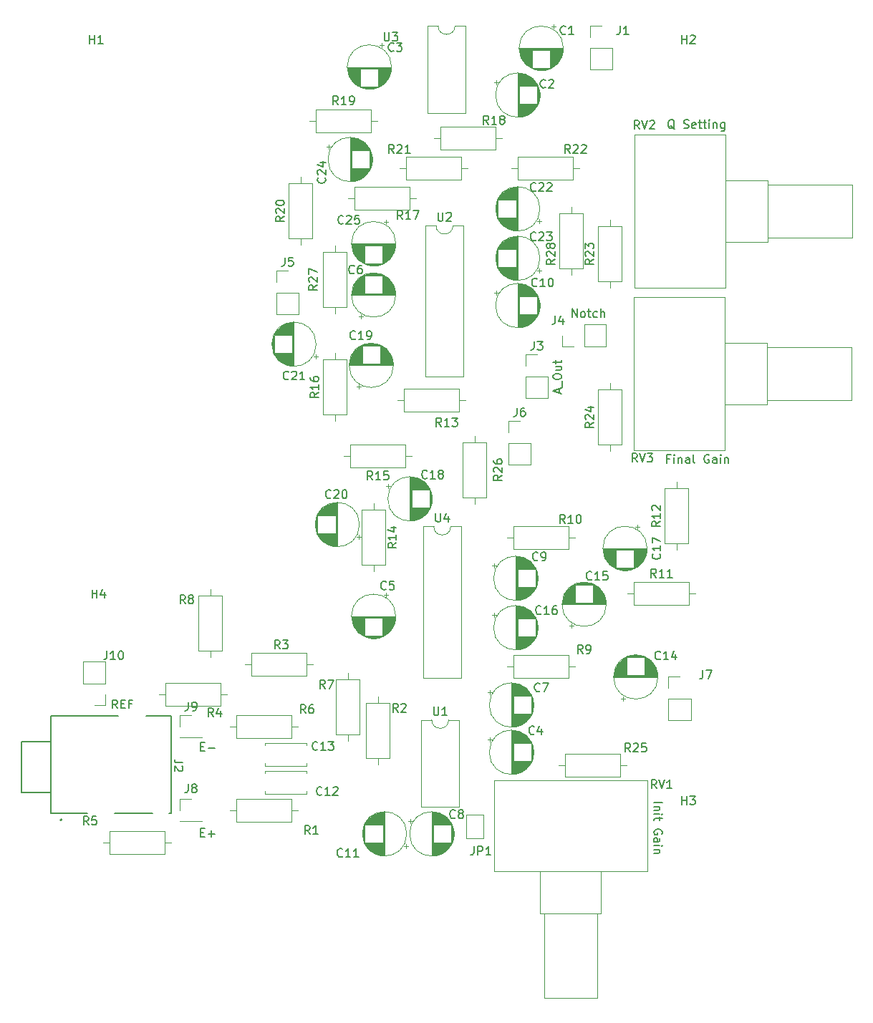
<source format=gbr>
%TF.GenerationSoftware,KiCad,Pcbnew,8.0.4*%
%TF.CreationDate,2025-08-19T11:58:48+03:00*%
%TF.ProjectId,EEG_PCB,4545475f-5043-4422-9e6b-696361645f70,rev?*%
%TF.SameCoordinates,Original*%
%TF.FileFunction,Legend,Top*%
%TF.FilePolarity,Positive*%
%FSLAX46Y46*%
G04 Gerber Fmt 4.6, Leading zero omitted, Abs format (unit mm)*
G04 Created by KiCad (PCBNEW 8.0.4) date 2025-08-19 11:58:48*
%MOMM*%
%LPD*%
G01*
G04 APERTURE LIST*
%ADD10C,0.200000*%
%ADD11C,0.150000*%
%ADD12C,0.120000*%
%ADD13C,0.127000*%
G04 APERTURE END LIST*
D10*
X210952780Y-137021673D02*
X211952780Y-137021673D01*
X211619447Y-137497863D02*
X210952780Y-137497863D01*
X211524209Y-137497863D02*
X211571828Y-137545482D01*
X211571828Y-137545482D02*
X211619447Y-137640720D01*
X211619447Y-137640720D02*
X211619447Y-137783577D01*
X211619447Y-137783577D02*
X211571828Y-137878815D01*
X211571828Y-137878815D02*
X211476590Y-137926434D01*
X211476590Y-137926434D02*
X210952780Y-137926434D01*
X210952780Y-138402625D02*
X211619447Y-138402625D01*
X211952780Y-138402625D02*
X211905161Y-138355006D01*
X211905161Y-138355006D02*
X211857542Y-138402625D01*
X211857542Y-138402625D02*
X211905161Y-138450244D01*
X211905161Y-138450244D02*
X211952780Y-138402625D01*
X211952780Y-138402625D02*
X211857542Y-138402625D01*
X211619447Y-138735958D02*
X211619447Y-139116910D01*
X211952780Y-138878815D02*
X211095638Y-138878815D01*
X211095638Y-138878815D02*
X211000400Y-138926434D01*
X211000400Y-138926434D02*
X210952780Y-139021672D01*
X210952780Y-139021672D02*
X210952780Y-139116910D01*
X211905161Y-140735958D02*
X211952780Y-140640720D01*
X211952780Y-140640720D02*
X211952780Y-140497863D01*
X211952780Y-140497863D02*
X211905161Y-140355006D01*
X211905161Y-140355006D02*
X211809923Y-140259768D01*
X211809923Y-140259768D02*
X211714685Y-140212149D01*
X211714685Y-140212149D02*
X211524209Y-140164530D01*
X211524209Y-140164530D02*
X211381352Y-140164530D01*
X211381352Y-140164530D02*
X211190876Y-140212149D01*
X211190876Y-140212149D02*
X211095638Y-140259768D01*
X211095638Y-140259768D02*
X211000400Y-140355006D01*
X211000400Y-140355006D02*
X210952780Y-140497863D01*
X210952780Y-140497863D02*
X210952780Y-140593101D01*
X210952780Y-140593101D02*
X211000400Y-140735958D01*
X211000400Y-140735958D02*
X211048019Y-140783577D01*
X211048019Y-140783577D02*
X211381352Y-140783577D01*
X211381352Y-140783577D02*
X211381352Y-140593101D01*
X210952780Y-141640720D02*
X211476590Y-141640720D01*
X211476590Y-141640720D02*
X211571828Y-141593101D01*
X211571828Y-141593101D02*
X211619447Y-141497863D01*
X211619447Y-141497863D02*
X211619447Y-141307387D01*
X211619447Y-141307387D02*
X211571828Y-141212149D01*
X211000400Y-141640720D02*
X210952780Y-141545482D01*
X210952780Y-141545482D02*
X210952780Y-141307387D01*
X210952780Y-141307387D02*
X211000400Y-141212149D01*
X211000400Y-141212149D02*
X211095638Y-141164530D01*
X211095638Y-141164530D02*
X211190876Y-141164530D01*
X211190876Y-141164530D02*
X211286114Y-141212149D01*
X211286114Y-141212149D02*
X211333733Y-141307387D01*
X211333733Y-141307387D02*
X211333733Y-141545482D01*
X211333733Y-141545482D02*
X211381352Y-141640720D01*
X210952780Y-142116911D02*
X211619447Y-142116911D01*
X211952780Y-142116911D02*
X211905161Y-142069292D01*
X211905161Y-142069292D02*
X211857542Y-142116911D01*
X211857542Y-142116911D02*
X211905161Y-142164530D01*
X211905161Y-142164530D02*
X211952780Y-142116911D01*
X211952780Y-142116911D02*
X211857542Y-142116911D01*
X211619447Y-142593101D02*
X210952780Y-142593101D01*
X211524209Y-142593101D02*
X211571828Y-142640720D01*
X211571828Y-142640720D02*
X211619447Y-142735958D01*
X211619447Y-142735958D02*
X211619447Y-142878815D01*
X211619447Y-142878815D02*
X211571828Y-142974053D01*
X211571828Y-142974053D02*
X211476590Y-143021672D01*
X211476590Y-143021672D02*
X210952780Y-143021672D01*
X212817006Y-96337409D02*
X212483673Y-96337409D01*
X212483673Y-96861219D02*
X212483673Y-95861219D01*
X212483673Y-95861219D02*
X212959863Y-95861219D01*
X213340816Y-96861219D02*
X213340816Y-96194552D01*
X213340816Y-95861219D02*
X213293197Y-95908838D01*
X213293197Y-95908838D02*
X213340816Y-95956457D01*
X213340816Y-95956457D02*
X213388435Y-95908838D01*
X213388435Y-95908838D02*
X213340816Y-95861219D01*
X213340816Y-95861219D02*
X213340816Y-95956457D01*
X213817006Y-96194552D02*
X213817006Y-96861219D01*
X213817006Y-96289790D02*
X213864625Y-96242171D01*
X213864625Y-96242171D02*
X213959863Y-96194552D01*
X213959863Y-96194552D02*
X214102720Y-96194552D01*
X214102720Y-96194552D02*
X214197958Y-96242171D01*
X214197958Y-96242171D02*
X214245577Y-96337409D01*
X214245577Y-96337409D02*
X214245577Y-96861219D01*
X215150339Y-96861219D02*
X215150339Y-96337409D01*
X215150339Y-96337409D02*
X215102720Y-96242171D01*
X215102720Y-96242171D02*
X215007482Y-96194552D01*
X215007482Y-96194552D02*
X214817006Y-96194552D01*
X214817006Y-96194552D02*
X214721768Y-96242171D01*
X215150339Y-96813600D02*
X215055101Y-96861219D01*
X215055101Y-96861219D02*
X214817006Y-96861219D01*
X214817006Y-96861219D02*
X214721768Y-96813600D01*
X214721768Y-96813600D02*
X214674149Y-96718361D01*
X214674149Y-96718361D02*
X214674149Y-96623123D01*
X214674149Y-96623123D02*
X214721768Y-96527885D01*
X214721768Y-96527885D02*
X214817006Y-96480266D01*
X214817006Y-96480266D02*
X215055101Y-96480266D01*
X215055101Y-96480266D02*
X215150339Y-96432647D01*
X215769387Y-96861219D02*
X215674149Y-96813600D01*
X215674149Y-96813600D02*
X215626530Y-96718361D01*
X215626530Y-96718361D02*
X215626530Y-95861219D01*
X217436054Y-95908838D02*
X217340816Y-95861219D01*
X217340816Y-95861219D02*
X217197959Y-95861219D01*
X217197959Y-95861219D02*
X217055102Y-95908838D01*
X217055102Y-95908838D02*
X216959864Y-96004076D01*
X216959864Y-96004076D02*
X216912245Y-96099314D01*
X216912245Y-96099314D02*
X216864626Y-96289790D01*
X216864626Y-96289790D02*
X216864626Y-96432647D01*
X216864626Y-96432647D02*
X216912245Y-96623123D01*
X216912245Y-96623123D02*
X216959864Y-96718361D01*
X216959864Y-96718361D02*
X217055102Y-96813600D01*
X217055102Y-96813600D02*
X217197959Y-96861219D01*
X217197959Y-96861219D02*
X217293197Y-96861219D01*
X217293197Y-96861219D02*
X217436054Y-96813600D01*
X217436054Y-96813600D02*
X217483673Y-96765980D01*
X217483673Y-96765980D02*
X217483673Y-96432647D01*
X217483673Y-96432647D02*
X217293197Y-96432647D01*
X218340816Y-96861219D02*
X218340816Y-96337409D01*
X218340816Y-96337409D02*
X218293197Y-96242171D01*
X218293197Y-96242171D02*
X218197959Y-96194552D01*
X218197959Y-96194552D02*
X218007483Y-96194552D01*
X218007483Y-96194552D02*
X217912245Y-96242171D01*
X218340816Y-96813600D02*
X218245578Y-96861219D01*
X218245578Y-96861219D02*
X218007483Y-96861219D01*
X218007483Y-96861219D02*
X217912245Y-96813600D01*
X217912245Y-96813600D02*
X217864626Y-96718361D01*
X217864626Y-96718361D02*
X217864626Y-96623123D01*
X217864626Y-96623123D02*
X217912245Y-96527885D01*
X217912245Y-96527885D02*
X218007483Y-96480266D01*
X218007483Y-96480266D02*
X218245578Y-96480266D01*
X218245578Y-96480266D02*
X218340816Y-96432647D01*
X218817007Y-96861219D02*
X218817007Y-96194552D01*
X218817007Y-95861219D02*
X218769388Y-95908838D01*
X218769388Y-95908838D02*
X218817007Y-95956457D01*
X218817007Y-95956457D02*
X218864626Y-95908838D01*
X218864626Y-95908838D02*
X218817007Y-95861219D01*
X218817007Y-95861219D02*
X218817007Y-95956457D01*
X219293197Y-96194552D02*
X219293197Y-96861219D01*
X219293197Y-96289790D02*
X219340816Y-96242171D01*
X219340816Y-96242171D02*
X219436054Y-96194552D01*
X219436054Y-96194552D02*
X219578911Y-96194552D01*
X219578911Y-96194552D02*
X219674149Y-96242171D01*
X219674149Y-96242171D02*
X219721768Y-96337409D01*
X219721768Y-96337409D02*
X219721768Y-96861219D01*
X213380339Y-57366457D02*
X213285101Y-57318838D01*
X213285101Y-57318838D02*
X213189863Y-57223600D01*
X213189863Y-57223600D02*
X213047006Y-57080742D01*
X213047006Y-57080742D02*
X212951768Y-57033123D01*
X212951768Y-57033123D02*
X212856530Y-57033123D01*
X212904149Y-57271219D02*
X212808911Y-57223600D01*
X212808911Y-57223600D02*
X212713673Y-57128361D01*
X212713673Y-57128361D02*
X212666054Y-56937885D01*
X212666054Y-56937885D02*
X212666054Y-56604552D01*
X212666054Y-56604552D02*
X212713673Y-56414076D01*
X212713673Y-56414076D02*
X212808911Y-56318838D01*
X212808911Y-56318838D02*
X212904149Y-56271219D01*
X212904149Y-56271219D02*
X213094625Y-56271219D01*
X213094625Y-56271219D02*
X213189863Y-56318838D01*
X213189863Y-56318838D02*
X213285101Y-56414076D01*
X213285101Y-56414076D02*
X213332720Y-56604552D01*
X213332720Y-56604552D02*
X213332720Y-56937885D01*
X213332720Y-56937885D02*
X213285101Y-57128361D01*
X213285101Y-57128361D02*
X213189863Y-57223600D01*
X213189863Y-57223600D02*
X213094625Y-57271219D01*
X213094625Y-57271219D02*
X212904149Y-57271219D01*
X214475578Y-57223600D02*
X214618435Y-57271219D01*
X214618435Y-57271219D02*
X214856530Y-57271219D01*
X214856530Y-57271219D02*
X214951768Y-57223600D01*
X214951768Y-57223600D02*
X214999387Y-57175980D01*
X214999387Y-57175980D02*
X215047006Y-57080742D01*
X215047006Y-57080742D02*
X215047006Y-56985504D01*
X215047006Y-56985504D02*
X214999387Y-56890266D01*
X214999387Y-56890266D02*
X214951768Y-56842647D01*
X214951768Y-56842647D02*
X214856530Y-56795028D01*
X214856530Y-56795028D02*
X214666054Y-56747409D01*
X214666054Y-56747409D02*
X214570816Y-56699790D01*
X214570816Y-56699790D02*
X214523197Y-56652171D01*
X214523197Y-56652171D02*
X214475578Y-56556933D01*
X214475578Y-56556933D02*
X214475578Y-56461695D01*
X214475578Y-56461695D02*
X214523197Y-56366457D01*
X214523197Y-56366457D02*
X214570816Y-56318838D01*
X214570816Y-56318838D02*
X214666054Y-56271219D01*
X214666054Y-56271219D02*
X214904149Y-56271219D01*
X214904149Y-56271219D02*
X215047006Y-56318838D01*
X215856530Y-57223600D02*
X215761292Y-57271219D01*
X215761292Y-57271219D02*
X215570816Y-57271219D01*
X215570816Y-57271219D02*
X215475578Y-57223600D01*
X215475578Y-57223600D02*
X215427959Y-57128361D01*
X215427959Y-57128361D02*
X215427959Y-56747409D01*
X215427959Y-56747409D02*
X215475578Y-56652171D01*
X215475578Y-56652171D02*
X215570816Y-56604552D01*
X215570816Y-56604552D02*
X215761292Y-56604552D01*
X215761292Y-56604552D02*
X215856530Y-56652171D01*
X215856530Y-56652171D02*
X215904149Y-56747409D01*
X215904149Y-56747409D02*
X215904149Y-56842647D01*
X215904149Y-56842647D02*
X215427959Y-56937885D01*
X216189864Y-56604552D02*
X216570816Y-56604552D01*
X216332721Y-56271219D02*
X216332721Y-57128361D01*
X216332721Y-57128361D02*
X216380340Y-57223600D01*
X216380340Y-57223600D02*
X216475578Y-57271219D01*
X216475578Y-57271219D02*
X216570816Y-57271219D01*
X216761293Y-56604552D02*
X217142245Y-56604552D01*
X216904150Y-56271219D02*
X216904150Y-57128361D01*
X216904150Y-57128361D02*
X216951769Y-57223600D01*
X216951769Y-57223600D02*
X217047007Y-57271219D01*
X217047007Y-57271219D02*
X217142245Y-57271219D01*
X217475579Y-57271219D02*
X217475579Y-56604552D01*
X217475579Y-56271219D02*
X217427960Y-56318838D01*
X217427960Y-56318838D02*
X217475579Y-56366457D01*
X217475579Y-56366457D02*
X217523198Y-56318838D01*
X217523198Y-56318838D02*
X217475579Y-56271219D01*
X217475579Y-56271219D02*
X217475579Y-56366457D01*
X217951769Y-56604552D02*
X217951769Y-57271219D01*
X217951769Y-56699790D02*
X217999388Y-56652171D01*
X217999388Y-56652171D02*
X218094626Y-56604552D01*
X218094626Y-56604552D02*
X218237483Y-56604552D01*
X218237483Y-56604552D02*
X218332721Y-56652171D01*
X218332721Y-56652171D02*
X218380340Y-56747409D01*
X218380340Y-56747409D02*
X218380340Y-57271219D01*
X219285102Y-56604552D02*
X219285102Y-57414076D01*
X219285102Y-57414076D02*
X219237483Y-57509314D01*
X219237483Y-57509314D02*
X219189864Y-57556933D01*
X219189864Y-57556933D02*
X219094626Y-57604552D01*
X219094626Y-57604552D02*
X218951769Y-57604552D01*
X218951769Y-57604552D02*
X218856531Y-57556933D01*
X219285102Y-57223600D02*
X219189864Y-57271219D01*
X219189864Y-57271219D02*
X218999388Y-57271219D01*
X218999388Y-57271219D02*
X218904150Y-57223600D01*
X218904150Y-57223600D02*
X218856531Y-57175980D01*
X218856531Y-57175980D02*
X218808912Y-57080742D01*
X218808912Y-57080742D02*
X218808912Y-56795028D01*
X218808912Y-56795028D02*
X218856531Y-56699790D01*
X218856531Y-56699790D02*
X218904150Y-56652171D01*
X218904150Y-56652171D02*
X218999388Y-56604552D01*
X218999388Y-56604552D02*
X219189864Y-56604552D01*
X219189864Y-56604552D02*
X219285102Y-56652171D01*
X201283673Y-79623219D02*
X201283673Y-78623219D01*
X201283673Y-78623219D02*
X201855101Y-79623219D01*
X201855101Y-79623219D02*
X201855101Y-78623219D01*
X202474149Y-79623219D02*
X202378911Y-79575600D01*
X202378911Y-79575600D02*
X202331292Y-79527980D01*
X202331292Y-79527980D02*
X202283673Y-79432742D01*
X202283673Y-79432742D02*
X202283673Y-79147028D01*
X202283673Y-79147028D02*
X202331292Y-79051790D01*
X202331292Y-79051790D02*
X202378911Y-79004171D01*
X202378911Y-79004171D02*
X202474149Y-78956552D01*
X202474149Y-78956552D02*
X202617006Y-78956552D01*
X202617006Y-78956552D02*
X202712244Y-79004171D01*
X202712244Y-79004171D02*
X202759863Y-79051790D01*
X202759863Y-79051790D02*
X202807482Y-79147028D01*
X202807482Y-79147028D02*
X202807482Y-79432742D01*
X202807482Y-79432742D02*
X202759863Y-79527980D01*
X202759863Y-79527980D02*
X202712244Y-79575600D01*
X202712244Y-79575600D02*
X202617006Y-79623219D01*
X202617006Y-79623219D02*
X202474149Y-79623219D01*
X203093197Y-78956552D02*
X203474149Y-78956552D01*
X203236054Y-78623219D02*
X203236054Y-79480361D01*
X203236054Y-79480361D02*
X203283673Y-79575600D01*
X203283673Y-79575600D02*
X203378911Y-79623219D01*
X203378911Y-79623219D02*
X203474149Y-79623219D01*
X204236054Y-79575600D02*
X204140816Y-79623219D01*
X204140816Y-79623219D02*
X203950340Y-79623219D01*
X203950340Y-79623219D02*
X203855102Y-79575600D01*
X203855102Y-79575600D02*
X203807483Y-79527980D01*
X203807483Y-79527980D02*
X203759864Y-79432742D01*
X203759864Y-79432742D02*
X203759864Y-79147028D01*
X203759864Y-79147028D02*
X203807483Y-79051790D01*
X203807483Y-79051790D02*
X203855102Y-79004171D01*
X203855102Y-79004171D02*
X203950340Y-78956552D01*
X203950340Y-78956552D02*
X204140816Y-78956552D01*
X204140816Y-78956552D02*
X204236054Y-79004171D01*
X204664626Y-79623219D02*
X204664626Y-78623219D01*
X205093197Y-79623219D02*
X205093197Y-79099409D01*
X205093197Y-79099409D02*
X205045578Y-79004171D01*
X205045578Y-79004171D02*
X204950340Y-78956552D01*
X204950340Y-78956552D02*
X204807483Y-78956552D01*
X204807483Y-78956552D02*
X204712245Y-79004171D01*
X204712245Y-79004171D02*
X204664626Y-79051790D01*
X199733504Y-88577945D02*
X199733504Y-88101755D01*
X200019219Y-88673183D02*
X199019219Y-88339850D01*
X199019219Y-88339850D02*
X200019219Y-88006517D01*
X200114457Y-87911279D02*
X200114457Y-87149374D01*
X199019219Y-86720802D02*
X199019219Y-86530326D01*
X199019219Y-86530326D02*
X199066838Y-86435088D01*
X199066838Y-86435088D02*
X199162076Y-86339850D01*
X199162076Y-86339850D02*
X199352552Y-86292231D01*
X199352552Y-86292231D02*
X199685885Y-86292231D01*
X199685885Y-86292231D02*
X199876361Y-86339850D01*
X199876361Y-86339850D02*
X199971600Y-86435088D01*
X199971600Y-86435088D02*
X200019219Y-86530326D01*
X200019219Y-86530326D02*
X200019219Y-86720802D01*
X200019219Y-86720802D02*
X199971600Y-86816040D01*
X199971600Y-86816040D02*
X199876361Y-86911278D01*
X199876361Y-86911278D02*
X199685885Y-86958897D01*
X199685885Y-86958897D02*
X199352552Y-86958897D01*
X199352552Y-86958897D02*
X199162076Y-86911278D01*
X199162076Y-86911278D02*
X199066838Y-86816040D01*
X199066838Y-86816040D02*
X199019219Y-86720802D01*
X199352552Y-85435088D02*
X200019219Y-85435088D01*
X199352552Y-85863659D02*
X199876361Y-85863659D01*
X199876361Y-85863659D02*
X199971600Y-85816040D01*
X199971600Y-85816040D02*
X200019219Y-85720802D01*
X200019219Y-85720802D02*
X200019219Y-85577945D01*
X200019219Y-85577945D02*
X199971600Y-85482707D01*
X199971600Y-85482707D02*
X199923980Y-85435088D01*
X199352552Y-85101754D02*
X199352552Y-84720802D01*
X199019219Y-84958897D02*
X199876361Y-84958897D01*
X199876361Y-84958897D02*
X199971600Y-84911278D01*
X199971600Y-84911278D02*
X200019219Y-84816040D01*
X200019219Y-84816040D02*
X200019219Y-84720802D01*
X157341673Y-130407409D02*
X157675006Y-130407409D01*
X157817863Y-130931219D02*
X157341673Y-130931219D01*
X157341673Y-130931219D02*
X157341673Y-129931219D01*
X157341673Y-129931219D02*
X157817863Y-129931219D01*
X158246435Y-130550266D02*
X159008340Y-130550266D01*
X157341673Y-140567409D02*
X157675006Y-140567409D01*
X157817863Y-141091219D02*
X157341673Y-141091219D01*
X157341673Y-141091219D02*
X157341673Y-140091219D01*
X157341673Y-140091219D02*
X157817863Y-140091219D01*
X158246435Y-140710266D02*
X159008340Y-140710266D01*
X158627387Y-141091219D02*
X158627387Y-140329314D01*
X147521101Y-125873219D02*
X147187768Y-125397028D01*
X146949673Y-125873219D02*
X146949673Y-124873219D01*
X146949673Y-124873219D02*
X147330625Y-124873219D01*
X147330625Y-124873219D02*
X147425863Y-124920838D01*
X147425863Y-124920838D02*
X147473482Y-124968457D01*
X147473482Y-124968457D02*
X147521101Y-125063695D01*
X147521101Y-125063695D02*
X147521101Y-125206552D01*
X147521101Y-125206552D02*
X147473482Y-125301790D01*
X147473482Y-125301790D02*
X147425863Y-125349409D01*
X147425863Y-125349409D02*
X147330625Y-125397028D01*
X147330625Y-125397028D02*
X146949673Y-125397028D01*
X147949673Y-125349409D02*
X148283006Y-125349409D01*
X148425863Y-125873219D02*
X147949673Y-125873219D01*
X147949673Y-125873219D02*
X147949673Y-124873219D01*
X147949673Y-124873219D02*
X148425863Y-124873219D01*
X149187768Y-125349409D02*
X148854435Y-125349409D01*
X148854435Y-125873219D02*
X148854435Y-124873219D01*
X148854435Y-124873219D02*
X149330625Y-124873219D01*
D11*
X146256476Y-119088819D02*
X146256476Y-119803104D01*
X146256476Y-119803104D02*
X146208857Y-119945961D01*
X146208857Y-119945961D02*
X146113619Y-120041200D01*
X146113619Y-120041200D02*
X145970762Y-120088819D01*
X145970762Y-120088819D02*
X145875524Y-120088819D01*
X147256476Y-120088819D02*
X146685048Y-120088819D01*
X146970762Y-120088819D02*
X146970762Y-119088819D01*
X146970762Y-119088819D02*
X146875524Y-119231676D01*
X146875524Y-119231676D02*
X146780286Y-119326914D01*
X146780286Y-119326914D02*
X146685048Y-119374533D01*
X147875524Y-119088819D02*
X147970762Y-119088819D01*
X147970762Y-119088819D02*
X148066000Y-119136438D01*
X148066000Y-119136438D02*
X148113619Y-119184057D01*
X148113619Y-119184057D02*
X148161238Y-119279295D01*
X148161238Y-119279295D02*
X148208857Y-119469771D01*
X148208857Y-119469771D02*
X148208857Y-119707866D01*
X148208857Y-119707866D02*
X148161238Y-119898342D01*
X148161238Y-119898342D02*
X148113619Y-119993580D01*
X148113619Y-119993580D02*
X148066000Y-120041200D01*
X148066000Y-120041200D02*
X147970762Y-120088819D01*
X147970762Y-120088819D02*
X147875524Y-120088819D01*
X147875524Y-120088819D02*
X147780286Y-120041200D01*
X147780286Y-120041200D02*
X147732667Y-119993580D01*
X147732667Y-119993580D02*
X147685048Y-119898342D01*
X147685048Y-119898342D02*
X147637429Y-119707866D01*
X147637429Y-119707866D02*
X147637429Y-119469771D01*
X147637429Y-119469771D02*
X147685048Y-119279295D01*
X147685048Y-119279295D02*
X147732667Y-119184057D01*
X147732667Y-119184057D02*
X147780286Y-119136438D01*
X147780286Y-119136438D02*
X147875524Y-119088819D01*
X144526095Y-112824819D02*
X144526095Y-111824819D01*
X144526095Y-112301009D02*
X145097523Y-112301009D01*
X145097523Y-112824819D02*
X145097523Y-111824819D01*
X146002285Y-112158152D02*
X146002285Y-112824819D01*
X145764190Y-111777200D02*
X145526095Y-112491485D01*
X145526095Y-112491485D02*
X146145142Y-112491485D01*
X214238095Y-137254819D02*
X214238095Y-136254819D01*
X214238095Y-136731009D02*
X214809523Y-136731009D01*
X214809523Y-137254819D02*
X214809523Y-136254819D01*
X215190476Y-136254819D02*
X215809523Y-136254819D01*
X215809523Y-136254819D02*
X215476190Y-136635771D01*
X215476190Y-136635771D02*
X215619047Y-136635771D01*
X215619047Y-136635771D02*
X215714285Y-136683390D01*
X215714285Y-136683390D02*
X215761904Y-136731009D01*
X215761904Y-136731009D02*
X215809523Y-136826247D01*
X215809523Y-136826247D02*
X215809523Y-137064342D01*
X215809523Y-137064342D02*
X215761904Y-137159580D01*
X215761904Y-137159580D02*
X215714285Y-137207200D01*
X215714285Y-137207200D02*
X215619047Y-137254819D01*
X215619047Y-137254819D02*
X215333333Y-137254819D01*
X215333333Y-137254819D02*
X215238095Y-137207200D01*
X215238095Y-137207200D02*
X215190476Y-137159580D01*
X214238095Y-47254819D02*
X214238095Y-46254819D01*
X214238095Y-46731009D02*
X214809523Y-46731009D01*
X214809523Y-47254819D02*
X214809523Y-46254819D01*
X215238095Y-46350057D02*
X215285714Y-46302438D01*
X215285714Y-46302438D02*
X215380952Y-46254819D01*
X215380952Y-46254819D02*
X215619047Y-46254819D01*
X215619047Y-46254819D02*
X215714285Y-46302438D01*
X215714285Y-46302438D02*
X215761904Y-46350057D01*
X215761904Y-46350057D02*
X215809523Y-46445295D01*
X215809523Y-46445295D02*
X215809523Y-46540533D01*
X215809523Y-46540533D02*
X215761904Y-46683390D01*
X215761904Y-46683390D02*
X215190476Y-47254819D01*
X215190476Y-47254819D02*
X215809523Y-47254819D01*
X144238095Y-47254819D02*
X144238095Y-46254819D01*
X144238095Y-46731009D02*
X144809523Y-46731009D01*
X144809523Y-47254819D02*
X144809523Y-46254819D01*
X145809523Y-47254819D02*
X145238095Y-47254819D01*
X145523809Y-47254819D02*
X145523809Y-46254819D01*
X145523809Y-46254819D02*
X145428571Y-46397676D01*
X145428571Y-46397676D02*
X145333333Y-46492914D01*
X145333333Y-46492914D02*
X145238095Y-46540533D01*
X155257380Y-132296093D02*
X154543095Y-132296093D01*
X154543095Y-132296093D02*
X154400238Y-132248474D01*
X154400238Y-132248474D02*
X154305000Y-132153236D01*
X154305000Y-132153236D02*
X154257380Y-132010379D01*
X154257380Y-132010379D02*
X154257380Y-131915141D01*
X155162142Y-132724665D02*
X155209761Y-132772284D01*
X155209761Y-132772284D02*
X155257380Y-132867522D01*
X155257380Y-132867522D02*
X155257380Y-133105617D01*
X155257380Y-133105617D02*
X155209761Y-133200855D01*
X155209761Y-133200855D02*
X155162142Y-133248474D01*
X155162142Y-133248474D02*
X155066904Y-133296093D01*
X155066904Y-133296093D02*
X154971666Y-133296093D01*
X154971666Y-133296093D02*
X154828809Y-133248474D01*
X154828809Y-133248474D02*
X154257380Y-132677046D01*
X154257380Y-132677046D02*
X154257380Y-133296093D01*
X198122333Y-52404692D02*
X198074714Y-52452312D01*
X198074714Y-52452312D02*
X197931857Y-52499931D01*
X197931857Y-52499931D02*
X197836619Y-52499931D01*
X197836619Y-52499931D02*
X197693762Y-52452312D01*
X197693762Y-52452312D02*
X197598524Y-52357073D01*
X197598524Y-52357073D02*
X197550905Y-52261835D01*
X197550905Y-52261835D02*
X197503286Y-52071359D01*
X197503286Y-52071359D02*
X197503286Y-51928502D01*
X197503286Y-51928502D02*
X197550905Y-51738026D01*
X197550905Y-51738026D02*
X197598524Y-51642788D01*
X197598524Y-51642788D02*
X197693762Y-51547550D01*
X197693762Y-51547550D02*
X197836619Y-51499931D01*
X197836619Y-51499931D02*
X197931857Y-51499931D01*
X197931857Y-51499931D02*
X198074714Y-51547550D01*
X198074714Y-51547550D02*
X198122333Y-51595169D01*
X198503286Y-51595169D02*
X198550905Y-51547550D01*
X198550905Y-51547550D02*
X198646143Y-51499931D01*
X198646143Y-51499931D02*
X198884238Y-51499931D01*
X198884238Y-51499931D02*
X198979476Y-51547550D01*
X198979476Y-51547550D02*
X199027095Y-51595169D01*
X199027095Y-51595169D02*
X199074714Y-51690407D01*
X199074714Y-51690407D02*
X199074714Y-51785645D01*
X199074714Y-51785645D02*
X199027095Y-51928502D01*
X199027095Y-51928502D02*
X198455667Y-52499931D01*
X198455667Y-52499931D02*
X199074714Y-52499931D01*
X169759333Y-126438819D02*
X169426000Y-125962628D01*
X169187905Y-126438819D02*
X169187905Y-125438819D01*
X169187905Y-125438819D02*
X169568857Y-125438819D01*
X169568857Y-125438819D02*
X169664095Y-125486438D01*
X169664095Y-125486438D02*
X169711714Y-125534057D01*
X169711714Y-125534057D02*
X169759333Y-125629295D01*
X169759333Y-125629295D02*
X169759333Y-125772152D01*
X169759333Y-125772152D02*
X169711714Y-125867390D01*
X169711714Y-125867390D02*
X169664095Y-125915009D01*
X169664095Y-125915009D02*
X169568857Y-125962628D01*
X169568857Y-125962628D02*
X169187905Y-125962628D01*
X170616476Y-125438819D02*
X170426000Y-125438819D01*
X170426000Y-125438819D02*
X170330762Y-125486438D01*
X170330762Y-125486438D02*
X170283143Y-125534057D01*
X170283143Y-125534057D02*
X170187905Y-125676914D01*
X170187905Y-125676914D02*
X170140286Y-125867390D01*
X170140286Y-125867390D02*
X170140286Y-126248342D01*
X170140286Y-126248342D02*
X170187905Y-126343580D01*
X170187905Y-126343580D02*
X170235524Y-126391200D01*
X170235524Y-126391200D02*
X170330762Y-126438819D01*
X170330762Y-126438819D02*
X170521238Y-126438819D01*
X170521238Y-126438819D02*
X170616476Y-126391200D01*
X170616476Y-126391200D02*
X170664095Y-126343580D01*
X170664095Y-126343580D02*
X170711714Y-126248342D01*
X170711714Y-126248342D02*
X170711714Y-126010247D01*
X170711714Y-126010247D02*
X170664095Y-125915009D01*
X170664095Y-125915009D02*
X170616476Y-125867390D01*
X170616476Y-125867390D02*
X170521238Y-125819771D01*
X170521238Y-125819771D02*
X170330762Y-125819771D01*
X170330762Y-125819771D02*
X170235524Y-125867390D01*
X170235524Y-125867390D02*
X170187905Y-125915009D01*
X170187905Y-125915009D02*
X170140286Y-126010247D01*
X175499733Y-74375180D02*
X175452114Y-74422800D01*
X175452114Y-74422800D02*
X175309257Y-74470419D01*
X175309257Y-74470419D02*
X175214019Y-74470419D01*
X175214019Y-74470419D02*
X175071162Y-74422800D01*
X175071162Y-74422800D02*
X174975924Y-74327561D01*
X174975924Y-74327561D02*
X174928305Y-74232323D01*
X174928305Y-74232323D02*
X174880686Y-74041847D01*
X174880686Y-74041847D02*
X174880686Y-73898990D01*
X174880686Y-73898990D02*
X174928305Y-73708514D01*
X174928305Y-73708514D02*
X174975924Y-73613276D01*
X174975924Y-73613276D02*
X175071162Y-73518038D01*
X175071162Y-73518038D02*
X175214019Y-73470419D01*
X175214019Y-73470419D02*
X175309257Y-73470419D01*
X175309257Y-73470419D02*
X175452114Y-73518038D01*
X175452114Y-73518038D02*
X175499733Y-73565657D01*
X176356876Y-73470419D02*
X176166400Y-73470419D01*
X176166400Y-73470419D02*
X176071162Y-73518038D01*
X176071162Y-73518038D02*
X176023543Y-73565657D01*
X176023543Y-73565657D02*
X175928305Y-73708514D01*
X175928305Y-73708514D02*
X175880686Y-73898990D01*
X175880686Y-73898990D02*
X175880686Y-74279942D01*
X175880686Y-74279942D02*
X175928305Y-74375180D01*
X175928305Y-74375180D02*
X175975924Y-74422800D01*
X175975924Y-74422800D02*
X176071162Y-74470419D01*
X176071162Y-74470419D02*
X176261638Y-74470419D01*
X176261638Y-74470419D02*
X176356876Y-74422800D01*
X176356876Y-74422800D02*
X176404495Y-74375180D01*
X176404495Y-74375180D02*
X176452114Y-74279942D01*
X176452114Y-74279942D02*
X176452114Y-74041847D01*
X176452114Y-74041847D02*
X176404495Y-73946609D01*
X176404495Y-73946609D02*
X176356876Y-73898990D01*
X176356876Y-73898990D02*
X176261638Y-73851371D01*
X176261638Y-73851371D02*
X176071162Y-73851371D01*
X176071162Y-73851371D02*
X175975924Y-73898990D01*
X175975924Y-73898990D02*
X175928305Y-73946609D01*
X175928305Y-73946609D02*
X175880686Y-74041847D01*
X180205142Y-60195619D02*
X179871809Y-59719428D01*
X179633714Y-60195619D02*
X179633714Y-59195619D01*
X179633714Y-59195619D02*
X180014666Y-59195619D01*
X180014666Y-59195619D02*
X180109904Y-59243238D01*
X180109904Y-59243238D02*
X180157523Y-59290857D01*
X180157523Y-59290857D02*
X180205142Y-59386095D01*
X180205142Y-59386095D02*
X180205142Y-59528952D01*
X180205142Y-59528952D02*
X180157523Y-59624190D01*
X180157523Y-59624190D02*
X180109904Y-59671809D01*
X180109904Y-59671809D02*
X180014666Y-59719428D01*
X180014666Y-59719428D02*
X179633714Y-59719428D01*
X180586095Y-59290857D02*
X180633714Y-59243238D01*
X180633714Y-59243238D02*
X180728952Y-59195619D01*
X180728952Y-59195619D02*
X180967047Y-59195619D01*
X180967047Y-59195619D02*
X181062285Y-59243238D01*
X181062285Y-59243238D02*
X181109904Y-59290857D01*
X181109904Y-59290857D02*
X181157523Y-59386095D01*
X181157523Y-59386095D02*
X181157523Y-59481333D01*
X181157523Y-59481333D02*
X181109904Y-59624190D01*
X181109904Y-59624190D02*
X180538476Y-60195619D01*
X180538476Y-60195619D02*
X181157523Y-60195619D01*
X182109904Y-60195619D02*
X181538476Y-60195619D01*
X181824190Y-60195619D02*
X181824190Y-59195619D01*
X181824190Y-59195619D02*
X181728952Y-59338476D01*
X181728952Y-59338476D02*
X181633714Y-59433714D01*
X181633714Y-59433714D02*
X181538476Y-59481333D01*
X179284333Y-111738580D02*
X179236714Y-111786200D01*
X179236714Y-111786200D02*
X179093857Y-111833819D01*
X179093857Y-111833819D02*
X178998619Y-111833819D01*
X178998619Y-111833819D02*
X178855762Y-111786200D01*
X178855762Y-111786200D02*
X178760524Y-111690961D01*
X178760524Y-111690961D02*
X178712905Y-111595723D01*
X178712905Y-111595723D02*
X178665286Y-111405247D01*
X178665286Y-111405247D02*
X178665286Y-111262390D01*
X178665286Y-111262390D02*
X178712905Y-111071914D01*
X178712905Y-111071914D02*
X178760524Y-110976676D01*
X178760524Y-110976676D02*
X178855762Y-110881438D01*
X178855762Y-110881438D02*
X178998619Y-110833819D01*
X178998619Y-110833819D02*
X179093857Y-110833819D01*
X179093857Y-110833819D02*
X179236714Y-110881438D01*
X179236714Y-110881438D02*
X179284333Y-110929057D01*
X180189095Y-110833819D02*
X179712905Y-110833819D01*
X179712905Y-110833819D02*
X179665286Y-111310009D01*
X179665286Y-111310009D02*
X179712905Y-111262390D01*
X179712905Y-111262390D02*
X179808143Y-111214771D01*
X179808143Y-111214771D02*
X180046238Y-111214771D01*
X180046238Y-111214771D02*
X180141476Y-111262390D01*
X180141476Y-111262390D02*
X180189095Y-111310009D01*
X180189095Y-111310009D02*
X180236714Y-111405247D01*
X180236714Y-111405247D02*
X180236714Y-111643342D01*
X180236714Y-111643342D02*
X180189095Y-111738580D01*
X180189095Y-111738580D02*
X180141476Y-111786200D01*
X180141476Y-111786200D02*
X180046238Y-111833819D01*
X180046238Y-111833819D02*
X179808143Y-111833819D01*
X179808143Y-111833819D02*
X179712905Y-111786200D01*
X179712905Y-111786200D02*
X179665286Y-111738580D01*
X211701142Y-120018467D02*
X211653523Y-120066087D01*
X211653523Y-120066087D02*
X211510666Y-120113706D01*
X211510666Y-120113706D02*
X211415428Y-120113706D01*
X211415428Y-120113706D02*
X211272571Y-120066087D01*
X211272571Y-120066087D02*
X211177333Y-119970848D01*
X211177333Y-119970848D02*
X211129714Y-119875610D01*
X211129714Y-119875610D02*
X211082095Y-119685134D01*
X211082095Y-119685134D02*
X211082095Y-119542277D01*
X211082095Y-119542277D02*
X211129714Y-119351801D01*
X211129714Y-119351801D02*
X211177333Y-119256563D01*
X211177333Y-119256563D02*
X211272571Y-119161325D01*
X211272571Y-119161325D02*
X211415428Y-119113706D01*
X211415428Y-119113706D02*
X211510666Y-119113706D01*
X211510666Y-119113706D02*
X211653523Y-119161325D01*
X211653523Y-119161325D02*
X211701142Y-119208944D01*
X212653523Y-120113706D02*
X212082095Y-120113706D01*
X212367809Y-120113706D02*
X212367809Y-119113706D01*
X212367809Y-119113706D02*
X212272571Y-119256563D01*
X212272571Y-119256563D02*
X212177333Y-119351801D01*
X212177333Y-119351801D02*
X212082095Y-119399420D01*
X213510666Y-119447039D02*
X213510666Y-120113706D01*
X213272571Y-119066087D02*
X213034476Y-119780372D01*
X213034476Y-119780372D02*
X213653523Y-119780372D01*
X185420095Y-67228819D02*
X185420095Y-68038342D01*
X185420095Y-68038342D02*
X185467714Y-68133580D01*
X185467714Y-68133580D02*
X185515333Y-68181200D01*
X185515333Y-68181200D02*
X185610571Y-68228819D01*
X185610571Y-68228819D02*
X185801047Y-68228819D01*
X185801047Y-68228819D02*
X185896285Y-68181200D01*
X185896285Y-68181200D02*
X185943904Y-68133580D01*
X185943904Y-68133580D02*
X185991523Y-68038342D01*
X185991523Y-68038342D02*
X185991523Y-67228819D01*
X186420095Y-67324057D02*
X186467714Y-67276438D01*
X186467714Y-67276438D02*
X186562952Y-67228819D01*
X186562952Y-67228819D02*
X186801047Y-67228819D01*
X186801047Y-67228819D02*
X186896285Y-67276438D01*
X186896285Y-67276438D02*
X186943904Y-67324057D01*
X186943904Y-67324057D02*
X186991523Y-67419295D01*
X186991523Y-67419295D02*
X186991523Y-67514533D01*
X186991523Y-67514533D02*
X186943904Y-67657390D01*
X186943904Y-67657390D02*
X186372476Y-68228819D01*
X186372476Y-68228819D02*
X186991523Y-68228819D01*
X171312819Y-88526857D02*
X170836628Y-88860190D01*
X171312819Y-89098285D02*
X170312819Y-89098285D01*
X170312819Y-89098285D02*
X170312819Y-88717333D01*
X170312819Y-88717333D02*
X170360438Y-88622095D01*
X170360438Y-88622095D02*
X170408057Y-88574476D01*
X170408057Y-88574476D02*
X170503295Y-88526857D01*
X170503295Y-88526857D02*
X170646152Y-88526857D01*
X170646152Y-88526857D02*
X170741390Y-88574476D01*
X170741390Y-88574476D02*
X170789009Y-88622095D01*
X170789009Y-88622095D02*
X170836628Y-88717333D01*
X170836628Y-88717333D02*
X170836628Y-89098285D01*
X171312819Y-87574476D02*
X171312819Y-88145904D01*
X171312819Y-87860190D02*
X170312819Y-87860190D01*
X170312819Y-87860190D02*
X170455676Y-87955428D01*
X170455676Y-87955428D02*
X170550914Y-88050666D01*
X170550914Y-88050666D02*
X170598533Y-88145904D01*
X170312819Y-86717333D02*
X170312819Y-86907809D01*
X170312819Y-86907809D02*
X170360438Y-87003047D01*
X170360438Y-87003047D02*
X170408057Y-87050666D01*
X170408057Y-87050666D02*
X170550914Y-87145904D01*
X170550914Y-87145904D02*
X170741390Y-87193523D01*
X170741390Y-87193523D02*
X171122342Y-87193523D01*
X171122342Y-87193523D02*
X171217580Y-87145904D01*
X171217580Y-87145904D02*
X171265200Y-87098285D01*
X171265200Y-87098285D02*
X171312819Y-87003047D01*
X171312819Y-87003047D02*
X171312819Y-86812571D01*
X171312819Y-86812571D02*
X171265200Y-86717333D01*
X171265200Y-86717333D02*
X171217580Y-86669714D01*
X171217580Y-86669714D02*
X171122342Y-86622095D01*
X171122342Y-86622095D02*
X170884247Y-86622095D01*
X170884247Y-86622095D02*
X170789009Y-86669714D01*
X170789009Y-86669714D02*
X170741390Y-86717333D01*
X170741390Y-86717333D02*
X170693771Y-86812571D01*
X170693771Y-86812571D02*
X170693771Y-87003047D01*
X170693771Y-87003047D02*
X170741390Y-87098285D01*
X170741390Y-87098285D02*
X170789009Y-87145904D01*
X170789009Y-87145904D02*
X170884247Y-87193523D01*
X185793142Y-92529819D02*
X185459809Y-92053628D01*
X185221714Y-92529819D02*
X185221714Y-91529819D01*
X185221714Y-91529819D02*
X185602666Y-91529819D01*
X185602666Y-91529819D02*
X185697904Y-91577438D01*
X185697904Y-91577438D02*
X185745523Y-91625057D01*
X185745523Y-91625057D02*
X185793142Y-91720295D01*
X185793142Y-91720295D02*
X185793142Y-91863152D01*
X185793142Y-91863152D02*
X185745523Y-91958390D01*
X185745523Y-91958390D02*
X185697904Y-92006009D01*
X185697904Y-92006009D02*
X185602666Y-92053628D01*
X185602666Y-92053628D02*
X185221714Y-92053628D01*
X186745523Y-92529819D02*
X186174095Y-92529819D01*
X186459809Y-92529819D02*
X186459809Y-91529819D01*
X186459809Y-91529819D02*
X186364571Y-91672676D01*
X186364571Y-91672676D02*
X186269333Y-91767914D01*
X186269333Y-91767914D02*
X186174095Y-91815533D01*
X187078857Y-91529819D02*
X187697904Y-91529819D01*
X187697904Y-91529819D02*
X187364571Y-91910771D01*
X187364571Y-91910771D02*
X187507428Y-91910771D01*
X187507428Y-91910771D02*
X187602666Y-91958390D01*
X187602666Y-91958390D02*
X187650285Y-92006009D01*
X187650285Y-92006009D02*
X187697904Y-92101247D01*
X187697904Y-92101247D02*
X187697904Y-92339342D01*
X187697904Y-92339342D02*
X187650285Y-92434580D01*
X187650285Y-92434580D02*
X187602666Y-92482200D01*
X187602666Y-92482200D02*
X187507428Y-92529819D01*
X187507428Y-92529819D02*
X187221714Y-92529819D01*
X187221714Y-92529819D02*
X187126476Y-92482200D01*
X187126476Y-92482200D02*
X187078857Y-92434580D01*
X155535333Y-113484819D02*
X155202000Y-113008628D01*
X154963905Y-113484819D02*
X154963905Y-112484819D01*
X154963905Y-112484819D02*
X155344857Y-112484819D01*
X155344857Y-112484819D02*
X155440095Y-112532438D01*
X155440095Y-112532438D02*
X155487714Y-112580057D01*
X155487714Y-112580057D02*
X155535333Y-112675295D01*
X155535333Y-112675295D02*
X155535333Y-112818152D01*
X155535333Y-112818152D02*
X155487714Y-112913390D01*
X155487714Y-112913390D02*
X155440095Y-112961009D01*
X155440095Y-112961009D02*
X155344857Y-113008628D01*
X155344857Y-113008628D02*
X154963905Y-113008628D01*
X156106762Y-112913390D02*
X156011524Y-112865771D01*
X156011524Y-112865771D02*
X155963905Y-112818152D01*
X155963905Y-112818152D02*
X155916286Y-112722914D01*
X155916286Y-112722914D02*
X155916286Y-112675295D01*
X155916286Y-112675295D02*
X155963905Y-112580057D01*
X155963905Y-112580057D02*
X156011524Y-112532438D01*
X156011524Y-112532438D02*
X156106762Y-112484819D01*
X156106762Y-112484819D02*
X156297238Y-112484819D01*
X156297238Y-112484819D02*
X156392476Y-112532438D01*
X156392476Y-112532438D02*
X156440095Y-112580057D01*
X156440095Y-112580057D02*
X156487714Y-112675295D01*
X156487714Y-112675295D02*
X156487714Y-112722914D01*
X156487714Y-112722914D02*
X156440095Y-112818152D01*
X156440095Y-112818152D02*
X156392476Y-112865771D01*
X156392476Y-112865771D02*
X156297238Y-112913390D01*
X156297238Y-112913390D02*
X156106762Y-112913390D01*
X156106762Y-112913390D02*
X156011524Y-112961009D01*
X156011524Y-112961009D02*
X155963905Y-113008628D01*
X155963905Y-113008628D02*
X155916286Y-113103866D01*
X155916286Y-113103866D02*
X155916286Y-113294342D01*
X155916286Y-113294342D02*
X155963905Y-113389580D01*
X155963905Y-113389580D02*
X156011524Y-113437200D01*
X156011524Y-113437200D02*
X156106762Y-113484819D01*
X156106762Y-113484819D02*
X156297238Y-113484819D01*
X156297238Y-113484819D02*
X156392476Y-113437200D01*
X156392476Y-113437200D02*
X156440095Y-113389580D01*
X156440095Y-113389580D02*
X156487714Y-113294342D01*
X156487714Y-113294342D02*
X156487714Y-113103866D01*
X156487714Y-113103866D02*
X156440095Y-113008628D01*
X156440095Y-113008628D02*
X156392476Y-112961009D01*
X156392476Y-112961009D02*
X156297238Y-112913390D01*
X211698819Y-103766857D02*
X211222628Y-104100190D01*
X211698819Y-104338285D02*
X210698819Y-104338285D01*
X210698819Y-104338285D02*
X210698819Y-103957333D01*
X210698819Y-103957333D02*
X210746438Y-103862095D01*
X210746438Y-103862095D02*
X210794057Y-103814476D01*
X210794057Y-103814476D02*
X210889295Y-103766857D01*
X210889295Y-103766857D02*
X211032152Y-103766857D01*
X211032152Y-103766857D02*
X211127390Y-103814476D01*
X211127390Y-103814476D02*
X211175009Y-103862095D01*
X211175009Y-103862095D02*
X211222628Y-103957333D01*
X211222628Y-103957333D02*
X211222628Y-104338285D01*
X211698819Y-102814476D02*
X211698819Y-103385904D01*
X211698819Y-103100190D02*
X210698819Y-103100190D01*
X210698819Y-103100190D02*
X210841676Y-103195428D01*
X210841676Y-103195428D02*
X210936914Y-103290666D01*
X210936914Y-103290666D02*
X210984533Y-103385904D01*
X210794057Y-102433523D02*
X210746438Y-102385904D01*
X210746438Y-102385904D02*
X210698819Y-102290666D01*
X210698819Y-102290666D02*
X210698819Y-102052571D01*
X210698819Y-102052571D02*
X210746438Y-101957333D01*
X210746438Y-101957333D02*
X210794057Y-101909714D01*
X210794057Y-101909714D02*
X210889295Y-101862095D01*
X210889295Y-101862095D02*
X210984533Y-101862095D01*
X210984533Y-101862095D02*
X211127390Y-101909714D01*
X211127390Y-101909714D02*
X211698819Y-102481142D01*
X211698819Y-102481142D02*
X211698819Y-101862095D01*
X199252819Y-72778857D02*
X198776628Y-73112190D01*
X199252819Y-73350285D02*
X198252819Y-73350285D01*
X198252819Y-73350285D02*
X198252819Y-72969333D01*
X198252819Y-72969333D02*
X198300438Y-72874095D01*
X198300438Y-72874095D02*
X198348057Y-72826476D01*
X198348057Y-72826476D02*
X198443295Y-72778857D01*
X198443295Y-72778857D02*
X198586152Y-72778857D01*
X198586152Y-72778857D02*
X198681390Y-72826476D01*
X198681390Y-72826476D02*
X198729009Y-72874095D01*
X198729009Y-72874095D02*
X198776628Y-72969333D01*
X198776628Y-72969333D02*
X198776628Y-73350285D01*
X198348057Y-72397904D02*
X198300438Y-72350285D01*
X198300438Y-72350285D02*
X198252819Y-72255047D01*
X198252819Y-72255047D02*
X198252819Y-72016952D01*
X198252819Y-72016952D02*
X198300438Y-71921714D01*
X198300438Y-71921714D02*
X198348057Y-71874095D01*
X198348057Y-71874095D02*
X198443295Y-71826476D01*
X198443295Y-71826476D02*
X198538533Y-71826476D01*
X198538533Y-71826476D02*
X198681390Y-71874095D01*
X198681390Y-71874095D02*
X199252819Y-72445523D01*
X199252819Y-72445523D02*
X199252819Y-71826476D01*
X198681390Y-71255047D02*
X198633771Y-71350285D01*
X198633771Y-71350285D02*
X198586152Y-71397904D01*
X198586152Y-71397904D02*
X198490914Y-71445523D01*
X198490914Y-71445523D02*
X198443295Y-71445523D01*
X198443295Y-71445523D02*
X198348057Y-71397904D01*
X198348057Y-71397904D02*
X198300438Y-71350285D01*
X198300438Y-71350285D02*
X198252819Y-71255047D01*
X198252819Y-71255047D02*
X198252819Y-71064571D01*
X198252819Y-71064571D02*
X198300438Y-70969333D01*
X198300438Y-70969333D02*
X198348057Y-70921714D01*
X198348057Y-70921714D02*
X198443295Y-70874095D01*
X198443295Y-70874095D02*
X198490914Y-70874095D01*
X198490914Y-70874095D02*
X198586152Y-70921714D01*
X198586152Y-70921714D02*
X198633771Y-70969333D01*
X198633771Y-70969333D02*
X198681390Y-71064571D01*
X198681390Y-71064571D02*
X198681390Y-71255047D01*
X198681390Y-71255047D02*
X198729009Y-71350285D01*
X198729009Y-71350285D02*
X198776628Y-71397904D01*
X198776628Y-71397904D02*
X198871866Y-71445523D01*
X198871866Y-71445523D02*
X199062342Y-71445523D01*
X199062342Y-71445523D02*
X199157580Y-71397904D01*
X199157580Y-71397904D02*
X199205200Y-71350285D01*
X199205200Y-71350285D02*
X199252819Y-71255047D01*
X199252819Y-71255047D02*
X199252819Y-71064571D01*
X199252819Y-71064571D02*
X199205200Y-70969333D01*
X199205200Y-70969333D02*
X199157580Y-70921714D01*
X199157580Y-70921714D02*
X199062342Y-70874095D01*
X199062342Y-70874095D02*
X198871866Y-70874095D01*
X198871866Y-70874095D02*
X198776628Y-70921714D01*
X198776628Y-70921714D02*
X198729009Y-70969333D01*
X198729009Y-70969333D02*
X198681390Y-71064571D01*
X191381142Y-56792019D02*
X191047809Y-56315828D01*
X190809714Y-56792019D02*
X190809714Y-55792019D01*
X190809714Y-55792019D02*
X191190666Y-55792019D01*
X191190666Y-55792019D02*
X191285904Y-55839638D01*
X191285904Y-55839638D02*
X191333523Y-55887257D01*
X191333523Y-55887257D02*
X191381142Y-55982495D01*
X191381142Y-55982495D02*
X191381142Y-56125352D01*
X191381142Y-56125352D02*
X191333523Y-56220590D01*
X191333523Y-56220590D02*
X191285904Y-56268209D01*
X191285904Y-56268209D02*
X191190666Y-56315828D01*
X191190666Y-56315828D02*
X190809714Y-56315828D01*
X192333523Y-56792019D02*
X191762095Y-56792019D01*
X192047809Y-56792019D02*
X192047809Y-55792019D01*
X192047809Y-55792019D02*
X191952571Y-55934876D01*
X191952571Y-55934876D02*
X191857333Y-56030114D01*
X191857333Y-56030114D02*
X191762095Y-56077733D01*
X192904952Y-56220590D02*
X192809714Y-56172971D01*
X192809714Y-56172971D02*
X192762095Y-56125352D01*
X192762095Y-56125352D02*
X192714476Y-56030114D01*
X192714476Y-56030114D02*
X192714476Y-55982495D01*
X192714476Y-55982495D02*
X192762095Y-55887257D01*
X192762095Y-55887257D02*
X192809714Y-55839638D01*
X192809714Y-55839638D02*
X192904952Y-55792019D01*
X192904952Y-55792019D02*
X193095428Y-55792019D01*
X193095428Y-55792019D02*
X193190666Y-55839638D01*
X193190666Y-55839638D02*
X193238285Y-55887257D01*
X193238285Y-55887257D02*
X193285904Y-55982495D01*
X193285904Y-55982495D02*
X193285904Y-56030114D01*
X193285904Y-56030114D02*
X193238285Y-56125352D01*
X193238285Y-56125352D02*
X193190666Y-56172971D01*
X193190666Y-56172971D02*
X193095428Y-56220590D01*
X193095428Y-56220590D02*
X192904952Y-56220590D01*
X192904952Y-56220590D02*
X192809714Y-56268209D01*
X192809714Y-56268209D02*
X192762095Y-56315828D01*
X192762095Y-56315828D02*
X192714476Y-56411066D01*
X192714476Y-56411066D02*
X192714476Y-56601542D01*
X192714476Y-56601542D02*
X192762095Y-56696780D01*
X192762095Y-56696780D02*
X192809714Y-56744400D01*
X192809714Y-56744400D02*
X192904952Y-56792019D01*
X192904952Y-56792019D02*
X193095428Y-56792019D01*
X193095428Y-56792019D02*
X193190666Y-56744400D01*
X193190666Y-56744400D02*
X193238285Y-56696780D01*
X193238285Y-56696780D02*
X193285904Y-56601542D01*
X193285904Y-56601542D02*
X193285904Y-56411066D01*
X193285904Y-56411066D02*
X193238285Y-56315828D01*
X193238285Y-56315828D02*
X193190666Y-56268209D01*
X193190666Y-56268209D02*
X193095428Y-56220590D01*
X155876666Y-125140819D02*
X155876666Y-125855104D01*
X155876666Y-125855104D02*
X155829047Y-125997961D01*
X155829047Y-125997961D02*
X155733809Y-126093200D01*
X155733809Y-126093200D02*
X155590952Y-126140819D01*
X155590952Y-126140819D02*
X155495714Y-126140819D01*
X156400476Y-126140819D02*
X156590952Y-126140819D01*
X156590952Y-126140819D02*
X156686190Y-126093200D01*
X156686190Y-126093200D02*
X156733809Y-126045580D01*
X156733809Y-126045580D02*
X156829047Y-125902723D01*
X156829047Y-125902723D02*
X156876666Y-125712247D01*
X156876666Y-125712247D02*
X156876666Y-125331295D01*
X156876666Y-125331295D02*
X156829047Y-125236057D01*
X156829047Y-125236057D02*
X156781428Y-125188438D01*
X156781428Y-125188438D02*
X156686190Y-125140819D01*
X156686190Y-125140819D02*
X156495714Y-125140819D01*
X156495714Y-125140819D02*
X156400476Y-125188438D01*
X156400476Y-125188438D02*
X156352857Y-125236057D01*
X156352857Y-125236057D02*
X156305238Y-125331295D01*
X156305238Y-125331295D02*
X156305238Y-125569390D01*
X156305238Y-125569390D02*
X156352857Y-125664628D01*
X156352857Y-125664628D02*
X156400476Y-125712247D01*
X156400476Y-125712247D02*
X156495714Y-125759866D01*
X156495714Y-125759866D02*
X156686190Y-125759866D01*
X156686190Y-125759866D02*
X156781428Y-125712247D01*
X156781428Y-125712247D02*
X156829047Y-125664628D01*
X156829047Y-125664628D02*
X156876666Y-125569390D01*
X197578742Y-114659580D02*
X197531123Y-114707200D01*
X197531123Y-114707200D02*
X197388266Y-114754819D01*
X197388266Y-114754819D02*
X197293028Y-114754819D01*
X197293028Y-114754819D02*
X197150171Y-114707200D01*
X197150171Y-114707200D02*
X197054933Y-114611961D01*
X197054933Y-114611961D02*
X197007314Y-114516723D01*
X197007314Y-114516723D02*
X196959695Y-114326247D01*
X196959695Y-114326247D02*
X196959695Y-114183390D01*
X196959695Y-114183390D02*
X197007314Y-113992914D01*
X197007314Y-113992914D02*
X197054933Y-113897676D01*
X197054933Y-113897676D02*
X197150171Y-113802438D01*
X197150171Y-113802438D02*
X197293028Y-113754819D01*
X197293028Y-113754819D02*
X197388266Y-113754819D01*
X197388266Y-113754819D02*
X197531123Y-113802438D01*
X197531123Y-113802438D02*
X197578742Y-113850057D01*
X198531123Y-114754819D02*
X197959695Y-114754819D01*
X198245409Y-114754819D02*
X198245409Y-113754819D01*
X198245409Y-113754819D02*
X198150171Y-113897676D01*
X198150171Y-113897676D02*
X198054933Y-113992914D01*
X198054933Y-113992914D02*
X197959695Y-114040533D01*
X199388266Y-113754819D02*
X199197790Y-113754819D01*
X199197790Y-113754819D02*
X199102552Y-113802438D01*
X199102552Y-113802438D02*
X199054933Y-113850057D01*
X199054933Y-113850057D02*
X198959695Y-113992914D01*
X198959695Y-113992914D02*
X198912076Y-114183390D01*
X198912076Y-114183390D02*
X198912076Y-114564342D01*
X198912076Y-114564342D02*
X198959695Y-114659580D01*
X198959695Y-114659580D02*
X199007314Y-114707200D01*
X199007314Y-114707200D02*
X199102552Y-114754819D01*
X199102552Y-114754819D02*
X199293028Y-114754819D01*
X199293028Y-114754819D02*
X199388266Y-114707200D01*
X199388266Y-114707200D02*
X199435885Y-114659580D01*
X199435885Y-114659580D02*
X199483504Y-114564342D01*
X199483504Y-114564342D02*
X199483504Y-114326247D01*
X199483504Y-114326247D02*
X199435885Y-114231009D01*
X199435885Y-114231009D02*
X199388266Y-114183390D01*
X199388266Y-114183390D02*
X199293028Y-114135771D01*
X199293028Y-114135771D02*
X199102552Y-114135771D01*
X199102552Y-114135771D02*
X199007314Y-114183390D01*
X199007314Y-114183390D02*
X198959695Y-114231009D01*
X198959695Y-114231009D02*
X198912076Y-114326247D01*
X206930666Y-45174819D02*
X206930666Y-45889104D01*
X206930666Y-45889104D02*
X206883047Y-46031961D01*
X206883047Y-46031961D02*
X206787809Y-46127200D01*
X206787809Y-46127200D02*
X206644952Y-46174819D01*
X206644952Y-46174819D02*
X206549714Y-46174819D01*
X207930666Y-46174819D02*
X207359238Y-46174819D01*
X207644952Y-46174819D02*
X207644952Y-45174819D01*
X207644952Y-45174819D02*
X207549714Y-45317676D01*
X207549714Y-45317676D02*
X207454476Y-45412914D01*
X207454476Y-45412914D02*
X207359238Y-45460533D01*
X197216221Y-108309580D02*
X197168602Y-108357200D01*
X197168602Y-108357200D02*
X197025745Y-108404819D01*
X197025745Y-108404819D02*
X196930507Y-108404819D01*
X196930507Y-108404819D02*
X196787650Y-108357200D01*
X196787650Y-108357200D02*
X196692412Y-108261961D01*
X196692412Y-108261961D02*
X196644793Y-108166723D01*
X196644793Y-108166723D02*
X196597174Y-107976247D01*
X196597174Y-107976247D02*
X196597174Y-107833390D01*
X196597174Y-107833390D02*
X196644793Y-107642914D01*
X196644793Y-107642914D02*
X196692412Y-107547676D01*
X196692412Y-107547676D02*
X196787650Y-107452438D01*
X196787650Y-107452438D02*
X196930507Y-107404819D01*
X196930507Y-107404819D02*
X197025745Y-107404819D01*
X197025745Y-107404819D02*
X197168602Y-107452438D01*
X197168602Y-107452438D02*
X197216221Y-107500057D01*
X197692412Y-108404819D02*
X197882888Y-108404819D01*
X197882888Y-108404819D02*
X197978126Y-108357200D01*
X197978126Y-108357200D02*
X198025745Y-108309580D01*
X198025745Y-108309580D02*
X198120983Y-108166723D01*
X198120983Y-108166723D02*
X198168602Y-107976247D01*
X198168602Y-107976247D02*
X198168602Y-107595295D01*
X198168602Y-107595295D02*
X198120983Y-107500057D01*
X198120983Y-107500057D02*
X198073364Y-107452438D01*
X198073364Y-107452438D02*
X197978126Y-107404819D01*
X197978126Y-107404819D02*
X197787650Y-107404819D01*
X197787650Y-107404819D02*
X197692412Y-107452438D01*
X197692412Y-107452438D02*
X197644793Y-107500057D01*
X197644793Y-107500057D02*
X197597174Y-107595295D01*
X197597174Y-107595295D02*
X197597174Y-107833390D01*
X197597174Y-107833390D02*
X197644793Y-107928628D01*
X197644793Y-107928628D02*
X197692412Y-107976247D01*
X197692412Y-107976247D02*
X197787650Y-108023866D01*
X197787650Y-108023866D02*
X197978126Y-108023866D01*
X197978126Y-108023866D02*
X198073364Y-107976247D01*
X198073364Y-107976247D02*
X198120983Y-107928628D01*
X198120983Y-107928628D02*
X198168602Y-107833390D01*
X200493333Y-46079580D02*
X200445714Y-46127200D01*
X200445714Y-46127200D02*
X200302857Y-46174819D01*
X200302857Y-46174819D02*
X200207619Y-46174819D01*
X200207619Y-46174819D02*
X200064762Y-46127200D01*
X200064762Y-46127200D02*
X199969524Y-46031961D01*
X199969524Y-46031961D02*
X199921905Y-45936723D01*
X199921905Y-45936723D02*
X199874286Y-45746247D01*
X199874286Y-45746247D02*
X199874286Y-45603390D01*
X199874286Y-45603390D02*
X199921905Y-45412914D01*
X199921905Y-45412914D02*
X199969524Y-45317676D01*
X199969524Y-45317676D02*
X200064762Y-45222438D01*
X200064762Y-45222438D02*
X200207619Y-45174819D01*
X200207619Y-45174819D02*
X200302857Y-45174819D01*
X200302857Y-45174819D02*
X200445714Y-45222438D01*
X200445714Y-45222438D02*
X200493333Y-45270057D01*
X201445714Y-46174819D02*
X200874286Y-46174819D01*
X201160000Y-46174819D02*
X201160000Y-45174819D01*
X201160000Y-45174819D02*
X201064762Y-45317676D01*
X201064762Y-45317676D02*
X200969524Y-45412914D01*
X200969524Y-45412914D02*
X200874286Y-45460533D01*
X208954761Y-96720819D02*
X208621428Y-96244628D01*
X208383333Y-96720819D02*
X208383333Y-95720819D01*
X208383333Y-95720819D02*
X208764285Y-95720819D01*
X208764285Y-95720819D02*
X208859523Y-95768438D01*
X208859523Y-95768438D02*
X208907142Y-95816057D01*
X208907142Y-95816057D02*
X208954761Y-95911295D01*
X208954761Y-95911295D02*
X208954761Y-96054152D01*
X208954761Y-96054152D02*
X208907142Y-96149390D01*
X208907142Y-96149390D02*
X208859523Y-96197009D01*
X208859523Y-96197009D02*
X208764285Y-96244628D01*
X208764285Y-96244628D02*
X208383333Y-96244628D01*
X209240476Y-95720819D02*
X209573809Y-96720819D01*
X209573809Y-96720819D02*
X209907142Y-95720819D01*
X210145238Y-95720819D02*
X210764285Y-95720819D01*
X210764285Y-95720819D02*
X210430952Y-96101771D01*
X210430952Y-96101771D02*
X210573809Y-96101771D01*
X210573809Y-96101771D02*
X210669047Y-96149390D01*
X210669047Y-96149390D02*
X210716666Y-96197009D01*
X210716666Y-96197009D02*
X210764285Y-96292247D01*
X210764285Y-96292247D02*
X210764285Y-96530342D01*
X210764285Y-96530342D02*
X210716666Y-96625580D01*
X210716666Y-96625580D02*
X210669047Y-96673200D01*
X210669047Y-96673200D02*
X210573809Y-96720819D01*
X210573809Y-96720819D02*
X210288095Y-96720819D01*
X210288095Y-96720819D02*
X210192857Y-96673200D01*
X210192857Y-96673200D02*
X210145238Y-96625580D01*
X184116742Y-98606780D02*
X184069123Y-98654400D01*
X184069123Y-98654400D02*
X183926266Y-98702019D01*
X183926266Y-98702019D02*
X183831028Y-98702019D01*
X183831028Y-98702019D02*
X183688171Y-98654400D01*
X183688171Y-98654400D02*
X183592933Y-98559161D01*
X183592933Y-98559161D02*
X183545314Y-98463923D01*
X183545314Y-98463923D02*
X183497695Y-98273447D01*
X183497695Y-98273447D02*
X183497695Y-98130590D01*
X183497695Y-98130590D02*
X183545314Y-97940114D01*
X183545314Y-97940114D02*
X183592933Y-97844876D01*
X183592933Y-97844876D02*
X183688171Y-97749638D01*
X183688171Y-97749638D02*
X183831028Y-97702019D01*
X183831028Y-97702019D02*
X183926266Y-97702019D01*
X183926266Y-97702019D02*
X184069123Y-97749638D01*
X184069123Y-97749638D02*
X184116742Y-97797257D01*
X185069123Y-98702019D02*
X184497695Y-98702019D01*
X184783409Y-98702019D02*
X184783409Y-97702019D01*
X184783409Y-97702019D02*
X184688171Y-97844876D01*
X184688171Y-97844876D02*
X184592933Y-97940114D01*
X184592933Y-97940114D02*
X184497695Y-97987733D01*
X185640552Y-98130590D02*
X185545314Y-98082971D01*
X185545314Y-98082971D02*
X185497695Y-98035352D01*
X185497695Y-98035352D02*
X185450076Y-97940114D01*
X185450076Y-97940114D02*
X185450076Y-97892495D01*
X185450076Y-97892495D02*
X185497695Y-97797257D01*
X185497695Y-97797257D02*
X185545314Y-97749638D01*
X185545314Y-97749638D02*
X185640552Y-97702019D01*
X185640552Y-97702019D02*
X185831028Y-97702019D01*
X185831028Y-97702019D02*
X185926266Y-97749638D01*
X185926266Y-97749638D02*
X185973885Y-97797257D01*
X185973885Y-97797257D02*
X186021504Y-97892495D01*
X186021504Y-97892495D02*
X186021504Y-97940114D01*
X186021504Y-97940114D02*
X185973885Y-98035352D01*
X185973885Y-98035352D02*
X185926266Y-98082971D01*
X185926266Y-98082971D02*
X185831028Y-98130590D01*
X185831028Y-98130590D02*
X185640552Y-98130590D01*
X185640552Y-98130590D02*
X185545314Y-98178209D01*
X185545314Y-98178209D02*
X185497695Y-98225828D01*
X185497695Y-98225828D02*
X185450076Y-98321066D01*
X185450076Y-98321066D02*
X185450076Y-98511542D01*
X185450076Y-98511542D02*
X185497695Y-98606780D01*
X185497695Y-98606780D02*
X185545314Y-98654400D01*
X185545314Y-98654400D02*
X185640552Y-98702019D01*
X185640552Y-98702019D02*
X185831028Y-98702019D01*
X185831028Y-98702019D02*
X185926266Y-98654400D01*
X185926266Y-98654400D02*
X185973885Y-98606780D01*
X185973885Y-98606780D02*
X186021504Y-98511542D01*
X186021504Y-98511542D02*
X186021504Y-98321066D01*
X186021504Y-98321066D02*
X185973885Y-98225828D01*
X185973885Y-98225828D02*
X185926266Y-98178209D01*
X185926266Y-98178209D02*
X185831028Y-98130590D01*
X200423542Y-103985219D02*
X200090209Y-103509028D01*
X199852114Y-103985219D02*
X199852114Y-102985219D01*
X199852114Y-102985219D02*
X200233066Y-102985219D01*
X200233066Y-102985219D02*
X200328304Y-103032838D01*
X200328304Y-103032838D02*
X200375923Y-103080457D01*
X200375923Y-103080457D02*
X200423542Y-103175695D01*
X200423542Y-103175695D02*
X200423542Y-103318552D01*
X200423542Y-103318552D02*
X200375923Y-103413790D01*
X200375923Y-103413790D02*
X200328304Y-103461409D01*
X200328304Y-103461409D02*
X200233066Y-103509028D01*
X200233066Y-103509028D02*
X199852114Y-103509028D01*
X201375923Y-103985219D02*
X200804495Y-103985219D01*
X201090209Y-103985219D02*
X201090209Y-102985219D01*
X201090209Y-102985219D02*
X200994971Y-103128076D01*
X200994971Y-103128076D02*
X200899733Y-103223314D01*
X200899733Y-103223314D02*
X200804495Y-103270933D01*
X201994971Y-102985219D02*
X202090209Y-102985219D01*
X202090209Y-102985219D02*
X202185447Y-103032838D01*
X202185447Y-103032838D02*
X202233066Y-103080457D01*
X202233066Y-103080457D02*
X202280685Y-103175695D01*
X202280685Y-103175695D02*
X202328304Y-103366171D01*
X202328304Y-103366171D02*
X202328304Y-103604266D01*
X202328304Y-103604266D02*
X202280685Y-103794742D01*
X202280685Y-103794742D02*
X202233066Y-103889980D01*
X202233066Y-103889980D02*
X202185447Y-103937600D01*
X202185447Y-103937600D02*
X202090209Y-103985219D01*
X202090209Y-103985219D02*
X201994971Y-103985219D01*
X201994971Y-103985219D02*
X201899733Y-103937600D01*
X201899733Y-103937600D02*
X201852114Y-103889980D01*
X201852114Y-103889980D02*
X201804495Y-103794742D01*
X201804495Y-103794742D02*
X201756876Y-103604266D01*
X201756876Y-103604266D02*
X201756876Y-103366171D01*
X201756876Y-103366171D02*
X201804495Y-103175695D01*
X201804495Y-103175695D02*
X201852114Y-103080457D01*
X201852114Y-103080457D02*
X201899733Y-103032838D01*
X201899733Y-103032838D02*
X201994971Y-102985219D01*
X194738666Y-90337819D02*
X194738666Y-91052104D01*
X194738666Y-91052104D02*
X194691047Y-91194961D01*
X194691047Y-91194961D02*
X194595809Y-91290200D01*
X194595809Y-91290200D02*
X194452952Y-91337819D01*
X194452952Y-91337819D02*
X194357714Y-91337819D01*
X195643428Y-90337819D02*
X195452952Y-90337819D01*
X195452952Y-90337819D02*
X195357714Y-90385438D01*
X195357714Y-90385438D02*
X195310095Y-90433057D01*
X195310095Y-90433057D02*
X195214857Y-90575914D01*
X195214857Y-90575914D02*
X195167238Y-90766390D01*
X195167238Y-90766390D02*
X195167238Y-91147342D01*
X195167238Y-91147342D02*
X195214857Y-91242580D01*
X195214857Y-91242580D02*
X195262476Y-91290200D01*
X195262476Y-91290200D02*
X195357714Y-91337819D01*
X195357714Y-91337819D02*
X195548190Y-91337819D01*
X195548190Y-91337819D02*
X195643428Y-91290200D01*
X195643428Y-91290200D02*
X195691047Y-91242580D01*
X195691047Y-91242580D02*
X195738666Y-91147342D01*
X195738666Y-91147342D02*
X195738666Y-90909247D01*
X195738666Y-90909247D02*
X195691047Y-90814009D01*
X195691047Y-90814009D02*
X195643428Y-90766390D01*
X195643428Y-90766390D02*
X195548190Y-90718771D01*
X195548190Y-90718771D02*
X195357714Y-90718771D01*
X195357714Y-90718771D02*
X195262476Y-90766390D01*
X195262476Y-90766390D02*
X195214857Y-90814009D01*
X195214857Y-90814009D02*
X195167238Y-90909247D01*
X197445333Y-123803580D02*
X197397714Y-123851200D01*
X197397714Y-123851200D02*
X197254857Y-123898819D01*
X197254857Y-123898819D02*
X197159619Y-123898819D01*
X197159619Y-123898819D02*
X197016762Y-123851200D01*
X197016762Y-123851200D02*
X196921524Y-123755961D01*
X196921524Y-123755961D02*
X196873905Y-123660723D01*
X196873905Y-123660723D02*
X196826286Y-123470247D01*
X196826286Y-123470247D02*
X196826286Y-123327390D01*
X196826286Y-123327390D02*
X196873905Y-123136914D01*
X196873905Y-123136914D02*
X196921524Y-123041676D01*
X196921524Y-123041676D02*
X197016762Y-122946438D01*
X197016762Y-122946438D02*
X197159619Y-122898819D01*
X197159619Y-122898819D02*
X197254857Y-122898819D01*
X197254857Y-122898819D02*
X197397714Y-122946438D01*
X197397714Y-122946438D02*
X197445333Y-122994057D01*
X197778667Y-122898819D02*
X198445333Y-122898819D01*
X198445333Y-122898819D02*
X198016762Y-123898819D01*
X211193142Y-110392819D02*
X210859809Y-109916628D01*
X210621714Y-110392819D02*
X210621714Y-109392819D01*
X210621714Y-109392819D02*
X211002666Y-109392819D01*
X211002666Y-109392819D02*
X211097904Y-109440438D01*
X211097904Y-109440438D02*
X211145523Y-109488057D01*
X211145523Y-109488057D02*
X211193142Y-109583295D01*
X211193142Y-109583295D02*
X211193142Y-109726152D01*
X211193142Y-109726152D02*
X211145523Y-109821390D01*
X211145523Y-109821390D02*
X211097904Y-109869009D01*
X211097904Y-109869009D02*
X211002666Y-109916628D01*
X211002666Y-109916628D02*
X210621714Y-109916628D01*
X212145523Y-110392819D02*
X211574095Y-110392819D01*
X211859809Y-110392819D02*
X211859809Y-109392819D01*
X211859809Y-109392819D02*
X211764571Y-109535676D01*
X211764571Y-109535676D02*
X211669333Y-109630914D01*
X211669333Y-109630914D02*
X211574095Y-109678533D01*
X213097904Y-110392819D02*
X212526476Y-110392819D01*
X212812190Y-110392819D02*
X212812190Y-109392819D01*
X212812190Y-109392819D02*
X212716952Y-109535676D01*
X212716952Y-109535676D02*
X212621714Y-109630914D01*
X212621714Y-109630914D02*
X212526476Y-109678533D01*
X199283666Y-79442819D02*
X199283666Y-80157104D01*
X199283666Y-80157104D02*
X199236047Y-80299961D01*
X199236047Y-80299961D02*
X199140809Y-80395200D01*
X199140809Y-80395200D02*
X198997952Y-80442819D01*
X198997952Y-80442819D02*
X198902714Y-80442819D01*
X200188428Y-79776152D02*
X200188428Y-80442819D01*
X199950333Y-79395200D02*
X199712238Y-80109485D01*
X199712238Y-80109485D02*
X200331285Y-80109485D01*
X174109142Y-143361580D02*
X174061523Y-143409200D01*
X174061523Y-143409200D02*
X173918666Y-143456819D01*
X173918666Y-143456819D02*
X173823428Y-143456819D01*
X173823428Y-143456819D02*
X173680571Y-143409200D01*
X173680571Y-143409200D02*
X173585333Y-143313961D01*
X173585333Y-143313961D02*
X173537714Y-143218723D01*
X173537714Y-143218723D02*
X173490095Y-143028247D01*
X173490095Y-143028247D02*
X173490095Y-142885390D01*
X173490095Y-142885390D02*
X173537714Y-142694914D01*
X173537714Y-142694914D02*
X173585333Y-142599676D01*
X173585333Y-142599676D02*
X173680571Y-142504438D01*
X173680571Y-142504438D02*
X173823428Y-142456819D01*
X173823428Y-142456819D02*
X173918666Y-142456819D01*
X173918666Y-142456819D02*
X174061523Y-142504438D01*
X174061523Y-142504438D02*
X174109142Y-142552057D01*
X175061523Y-143456819D02*
X174490095Y-143456819D01*
X174775809Y-143456819D02*
X174775809Y-142456819D01*
X174775809Y-142456819D02*
X174680571Y-142599676D01*
X174680571Y-142599676D02*
X174585333Y-142694914D01*
X174585333Y-142694914D02*
X174490095Y-142742533D01*
X176013904Y-143456819D02*
X175442476Y-143456819D01*
X175728190Y-143456819D02*
X175728190Y-142456819D01*
X175728190Y-142456819D02*
X175632952Y-142599676D01*
X175632952Y-142599676D02*
X175537714Y-142694914D01*
X175537714Y-142694914D02*
X175442476Y-142742533D01*
X180681333Y-126311819D02*
X180348000Y-125835628D01*
X180109905Y-126311819D02*
X180109905Y-125311819D01*
X180109905Y-125311819D02*
X180490857Y-125311819D01*
X180490857Y-125311819D02*
X180586095Y-125359438D01*
X180586095Y-125359438D02*
X180633714Y-125407057D01*
X180633714Y-125407057D02*
X180681333Y-125502295D01*
X180681333Y-125502295D02*
X180681333Y-125645152D01*
X180681333Y-125645152D02*
X180633714Y-125740390D01*
X180633714Y-125740390D02*
X180586095Y-125788009D01*
X180586095Y-125788009D02*
X180490857Y-125835628D01*
X180490857Y-125835628D02*
X180109905Y-125835628D01*
X181062286Y-125407057D02*
X181109905Y-125359438D01*
X181109905Y-125359438D02*
X181205143Y-125311819D01*
X181205143Y-125311819D02*
X181443238Y-125311819D01*
X181443238Y-125311819D02*
X181538476Y-125359438D01*
X181538476Y-125359438D02*
X181586095Y-125407057D01*
X181586095Y-125407057D02*
X181633714Y-125502295D01*
X181633714Y-125502295D02*
X181633714Y-125597533D01*
X181633714Y-125597533D02*
X181586095Y-125740390D01*
X181586095Y-125740390D02*
X181014667Y-126311819D01*
X181014667Y-126311819D02*
X181633714Y-126311819D01*
X180173333Y-48071580D02*
X180125714Y-48119200D01*
X180125714Y-48119200D02*
X179982857Y-48166819D01*
X179982857Y-48166819D02*
X179887619Y-48166819D01*
X179887619Y-48166819D02*
X179744762Y-48119200D01*
X179744762Y-48119200D02*
X179649524Y-48023961D01*
X179649524Y-48023961D02*
X179601905Y-47928723D01*
X179601905Y-47928723D02*
X179554286Y-47738247D01*
X179554286Y-47738247D02*
X179554286Y-47595390D01*
X179554286Y-47595390D02*
X179601905Y-47404914D01*
X179601905Y-47404914D02*
X179649524Y-47309676D01*
X179649524Y-47309676D02*
X179744762Y-47214438D01*
X179744762Y-47214438D02*
X179887619Y-47166819D01*
X179887619Y-47166819D02*
X179982857Y-47166819D01*
X179982857Y-47166819D02*
X180125714Y-47214438D01*
X180125714Y-47214438D02*
X180173333Y-47262057D01*
X180506667Y-47166819D02*
X181125714Y-47166819D01*
X181125714Y-47166819D02*
X180792381Y-47547771D01*
X180792381Y-47547771D02*
X180935238Y-47547771D01*
X180935238Y-47547771D02*
X181030476Y-47595390D01*
X181030476Y-47595390D02*
X181078095Y-47643009D01*
X181078095Y-47643009D02*
X181125714Y-47738247D01*
X181125714Y-47738247D02*
X181125714Y-47976342D01*
X181125714Y-47976342D02*
X181078095Y-48071580D01*
X181078095Y-48071580D02*
X181030476Y-48119200D01*
X181030476Y-48119200D02*
X180935238Y-48166819D01*
X180935238Y-48166819D02*
X180649524Y-48166819D01*
X180649524Y-48166819D02*
X180554286Y-48119200D01*
X180554286Y-48119200D02*
X180506667Y-48071580D01*
X155876666Y-134836819D02*
X155876666Y-135551104D01*
X155876666Y-135551104D02*
X155829047Y-135693961D01*
X155829047Y-135693961D02*
X155733809Y-135789200D01*
X155733809Y-135789200D02*
X155590952Y-135836819D01*
X155590952Y-135836819D02*
X155495714Y-135836819D01*
X156495714Y-135265390D02*
X156400476Y-135217771D01*
X156400476Y-135217771D02*
X156352857Y-135170152D01*
X156352857Y-135170152D02*
X156305238Y-135074914D01*
X156305238Y-135074914D02*
X156305238Y-135027295D01*
X156305238Y-135027295D02*
X156352857Y-134932057D01*
X156352857Y-134932057D02*
X156400476Y-134884438D01*
X156400476Y-134884438D02*
X156495714Y-134836819D01*
X156495714Y-134836819D02*
X156686190Y-134836819D01*
X156686190Y-134836819D02*
X156781428Y-134884438D01*
X156781428Y-134884438D02*
X156829047Y-134932057D01*
X156829047Y-134932057D02*
X156876666Y-135027295D01*
X156876666Y-135027295D02*
X156876666Y-135074914D01*
X156876666Y-135074914D02*
X156829047Y-135170152D01*
X156829047Y-135170152D02*
X156781428Y-135217771D01*
X156781428Y-135217771D02*
X156686190Y-135265390D01*
X156686190Y-135265390D02*
X156495714Y-135265390D01*
X156495714Y-135265390D02*
X156400476Y-135313009D01*
X156400476Y-135313009D02*
X156352857Y-135360628D01*
X156352857Y-135360628D02*
X156305238Y-135455866D01*
X156305238Y-135455866D02*
X156305238Y-135646342D01*
X156305238Y-135646342D02*
X156352857Y-135741580D01*
X156352857Y-135741580D02*
X156400476Y-135789200D01*
X156400476Y-135789200D02*
X156495714Y-135836819D01*
X156495714Y-135836819D02*
X156686190Y-135836819D01*
X156686190Y-135836819D02*
X156781428Y-135789200D01*
X156781428Y-135789200D02*
X156829047Y-135741580D01*
X156829047Y-135741580D02*
X156876666Y-135646342D01*
X156876666Y-135646342D02*
X156876666Y-135455866D01*
X156876666Y-135455866D02*
X156829047Y-135360628D01*
X156829047Y-135360628D02*
X156781428Y-135313009D01*
X156781428Y-135313009D02*
X156686190Y-135265390D01*
X196969142Y-64621580D02*
X196921523Y-64669200D01*
X196921523Y-64669200D02*
X196778666Y-64716819D01*
X196778666Y-64716819D02*
X196683428Y-64716819D01*
X196683428Y-64716819D02*
X196540571Y-64669200D01*
X196540571Y-64669200D02*
X196445333Y-64573961D01*
X196445333Y-64573961D02*
X196397714Y-64478723D01*
X196397714Y-64478723D02*
X196350095Y-64288247D01*
X196350095Y-64288247D02*
X196350095Y-64145390D01*
X196350095Y-64145390D02*
X196397714Y-63954914D01*
X196397714Y-63954914D02*
X196445333Y-63859676D01*
X196445333Y-63859676D02*
X196540571Y-63764438D01*
X196540571Y-63764438D02*
X196683428Y-63716819D01*
X196683428Y-63716819D02*
X196778666Y-63716819D01*
X196778666Y-63716819D02*
X196921523Y-63764438D01*
X196921523Y-63764438D02*
X196969142Y-63812057D01*
X197350095Y-63812057D02*
X197397714Y-63764438D01*
X197397714Y-63764438D02*
X197492952Y-63716819D01*
X197492952Y-63716819D02*
X197731047Y-63716819D01*
X197731047Y-63716819D02*
X197826285Y-63764438D01*
X197826285Y-63764438D02*
X197873904Y-63812057D01*
X197873904Y-63812057D02*
X197921523Y-63907295D01*
X197921523Y-63907295D02*
X197921523Y-64002533D01*
X197921523Y-64002533D02*
X197873904Y-64145390D01*
X197873904Y-64145390D02*
X197302476Y-64716819D01*
X197302476Y-64716819D02*
X197921523Y-64716819D01*
X198302476Y-63812057D02*
X198350095Y-63764438D01*
X198350095Y-63764438D02*
X198445333Y-63716819D01*
X198445333Y-63716819D02*
X198683428Y-63716819D01*
X198683428Y-63716819D02*
X198778666Y-63764438D01*
X198778666Y-63764438D02*
X198826285Y-63812057D01*
X198826285Y-63812057D02*
X198873904Y-63907295D01*
X198873904Y-63907295D02*
X198873904Y-64002533D01*
X198873904Y-64002533D02*
X198826285Y-64145390D01*
X198826285Y-64145390D02*
X198254857Y-64716819D01*
X198254857Y-64716819D02*
X198873904Y-64716819D01*
X203573142Y-110595580D02*
X203525523Y-110643200D01*
X203525523Y-110643200D02*
X203382666Y-110690819D01*
X203382666Y-110690819D02*
X203287428Y-110690819D01*
X203287428Y-110690819D02*
X203144571Y-110643200D01*
X203144571Y-110643200D02*
X203049333Y-110547961D01*
X203049333Y-110547961D02*
X203001714Y-110452723D01*
X203001714Y-110452723D02*
X202954095Y-110262247D01*
X202954095Y-110262247D02*
X202954095Y-110119390D01*
X202954095Y-110119390D02*
X203001714Y-109928914D01*
X203001714Y-109928914D02*
X203049333Y-109833676D01*
X203049333Y-109833676D02*
X203144571Y-109738438D01*
X203144571Y-109738438D02*
X203287428Y-109690819D01*
X203287428Y-109690819D02*
X203382666Y-109690819D01*
X203382666Y-109690819D02*
X203525523Y-109738438D01*
X203525523Y-109738438D02*
X203573142Y-109786057D01*
X204525523Y-110690819D02*
X203954095Y-110690819D01*
X204239809Y-110690819D02*
X204239809Y-109690819D01*
X204239809Y-109690819D02*
X204144571Y-109833676D01*
X204144571Y-109833676D02*
X204049333Y-109928914D01*
X204049333Y-109928914D02*
X203954095Y-109976533D01*
X205430285Y-109690819D02*
X204954095Y-109690819D01*
X204954095Y-109690819D02*
X204906476Y-110167009D01*
X204906476Y-110167009D02*
X204954095Y-110119390D01*
X204954095Y-110119390D02*
X205049333Y-110071771D01*
X205049333Y-110071771D02*
X205287428Y-110071771D01*
X205287428Y-110071771D02*
X205382666Y-110119390D01*
X205382666Y-110119390D02*
X205430285Y-110167009D01*
X205430285Y-110167009D02*
X205477904Y-110262247D01*
X205477904Y-110262247D02*
X205477904Y-110500342D01*
X205477904Y-110500342D02*
X205430285Y-110595580D01*
X205430285Y-110595580D02*
X205382666Y-110643200D01*
X205382666Y-110643200D02*
X205287428Y-110690819D01*
X205287428Y-110690819D02*
X205049333Y-110690819D01*
X205049333Y-110690819D02*
X204954095Y-110643200D01*
X204954095Y-110643200D02*
X204906476Y-110595580D01*
X202525333Y-119366819D02*
X202192000Y-118890628D01*
X201953905Y-119366819D02*
X201953905Y-118366819D01*
X201953905Y-118366819D02*
X202334857Y-118366819D01*
X202334857Y-118366819D02*
X202430095Y-118414438D01*
X202430095Y-118414438D02*
X202477714Y-118462057D01*
X202477714Y-118462057D02*
X202525333Y-118557295D01*
X202525333Y-118557295D02*
X202525333Y-118700152D01*
X202525333Y-118700152D02*
X202477714Y-118795390D01*
X202477714Y-118795390D02*
X202430095Y-118843009D01*
X202430095Y-118843009D02*
X202334857Y-118890628D01*
X202334857Y-118890628D02*
X201953905Y-118890628D01*
X203001524Y-119366819D02*
X203192000Y-119366819D01*
X203192000Y-119366819D02*
X203287238Y-119319200D01*
X203287238Y-119319200D02*
X203334857Y-119271580D01*
X203334857Y-119271580D02*
X203430095Y-119128723D01*
X203430095Y-119128723D02*
X203477714Y-118938247D01*
X203477714Y-118938247D02*
X203477714Y-118557295D01*
X203477714Y-118557295D02*
X203430095Y-118462057D01*
X203430095Y-118462057D02*
X203382476Y-118414438D01*
X203382476Y-118414438D02*
X203287238Y-118366819D01*
X203287238Y-118366819D02*
X203096762Y-118366819D01*
X203096762Y-118366819D02*
X203001524Y-118414438D01*
X203001524Y-118414438D02*
X202953905Y-118462057D01*
X202953905Y-118462057D02*
X202906286Y-118557295D01*
X202906286Y-118557295D02*
X202906286Y-118795390D01*
X202906286Y-118795390D02*
X202953905Y-118890628D01*
X202953905Y-118890628D02*
X203001524Y-118938247D01*
X203001524Y-118938247D02*
X203096762Y-118985866D01*
X203096762Y-118985866D02*
X203287238Y-118985866D01*
X203287238Y-118985866D02*
X203382476Y-118938247D01*
X203382476Y-118938247D02*
X203430095Y-118890628D01*
X203430095Y-118890628D02*
X203477714Y-118795390D01*
X172063580Y-63126857D02*
X172111200Y-63174476D01*
X172111200Y-63174476D02*
X172158819Y-63317333D01*
X172158819Y-63317333D02*
X172158819Y-63412571D01*
X172158819Y-63412571D02*
X172111200Y-63555428D01*
X172111200Y-63555428D02*
X172015961Y-63650666D01*
X172015961Y-63650666D02*
X171920723Y-63698285D01*
X171920723Y-63698285D02*
X171730247Y-63745904D01*
X171730247Y-63745904D02*
X171587390Y-63745904D01*
X171587390Y-63745904D02*
X171396914Y-63698285D01*
X171396914Y-63698285D02*
X171301676Y-63650666D01*
X171301676Y-63650666D02*
X171206438Y-63555428D01*
X171206438Y-63555428D02*
X171158819Y-63412571D01*
X171158819Y-63412571D02*
X171158819Y-63317333D01*
X171158819Y-63317333D02*
X171206438Y-63174476D01*
X171206438Y-63174476D02*
X171254057Y-63126857D01*
X171254057Y-62745904D02*
X171206438Y-62698285D01*
X171206438Y-62698285D02*
X171158819Y-62603047D01*
X171158819Y-62603047D02*
X171158819Y-62364952D01*
X171158819Y-62364952D02*
X171206438Y-62269714D01*
X171206438Y-62269714D02*
X171254057Y-62222095D01*
X171254057Y-62222095D02*
X171349295Y-62174476D01*
X171349295Y-62174476D02*
X171444533Y-62174476D01*
X171444533Y-62174476D02*
X171587390Y-62222095D01*
X171587390Y-62222095D02*
X172158819Y-62793523D01*
X172158819Y-62793523D02*
X172158819Y-62174476D01*
X171492152Y-61317333D02*
X172158819Y-61317333D01*
X171111200Y-61555428D02*
X171825485Y-61793523D01*
X171825485Y-61793523D02*
X171825485Y-61174476D01*
X216709666Y-121374819D02*
X216709666Y-122089104D01*
X216709666Y-122089104D02*
X216662047Y-122231961D01*
X216662047Y-122231961D02*
X216566809Y-122327200D01*
X216566809Y-122327200D02*
X216423952Y-122374819D01*
X216423952Y-122374819D02*
X216328714Y-122374819D01*
X217090619Y-121374819D02*
X217757285Y-121374819D01*
X217757285Y-121374819D02*
X217328714Y-122374819D01*
X179070095Y-45936819D02*
X179070095Y-46746342D01*
X179070095Y-46746342D02*
X179117714Y-46841580D01*
X179117714Y-46841580D02*
X179165333Y-46889200D01*
X179165333Y-46889200D02*
X179260571Y-46936819D01*
X179260571Y-46936819D02*
X179451047Y-46936819D01*
X179451047Y-46936819D02*
X179546285Y-46889200D01*
X179546285Y-46889200D02*
X179593904Y-46841580D01*
X179593904Y-46841580D02*
X179641523Y-46746342D01*
X179641523Y-46746342D02*
X179641523Y-45936819D01*
X180022476Y-45936819D02*
X180641523Y-45936819D01*
X180641523Y-45936819D02*
X180308190Y-46317771D01*
X180308190Y-46317771D02*
X180451047Y-46317771D01*
X180451047Y-46317771D02*
X180546285Y-46365390D01*
X180546285Y-46365390D02*
X180593904Y-46413009D01*
X180593904Y-46413009D02*
X180641523Y-46508247D01*
X180641523Y-46508247D02*
X180641523Y-46746342D01*
X180641523Y-46746342D02*
X180593904Y-46841580D01*
X180593904Y-46841580D02*
X180546285Y-46889200D01*
X180546285Y-46889200D02*
X180451047Y-46936819D01*
X180451047Y-46936819D02*
X180165333Y-46936819D01*
X180165333Y-46936819D02*
X180070095Y-46889200D01*
X180070095Y-46889200D02*
X180022476Y-46841580D01*
X181221142Y-68018819D02*
X180887809Y-67542628D01*
X180649714Y-68018819D02*
X180649714Y-67018819D01*
X180649714Y-67018819D02*
X181030666Y-67018819D01*
X181030666Y-67018819D02*
X181125904Y-67066438D01*
X181125904Y-67066438D02*
X181173523Y-67114057D01*
X181173523Y-67114057D02*
X181221142Y-67209295D01*
X181221142Y-67209295D02*
X181221142Y-67352152D01*
X181221142Y-67352152D02*
X181173523Y-67447390D01*
X181173523Y-67447390D02*
X181125904Y-67495009D01*
X181125904Y-67495009D02*
X181030666Y-67542628D01*
X181030666Y-67542628D02*
X180649714Y-67542628D01*
X182173523Y-68018819D02*
X181602095Y-68018819D01*
X181887809Y-68018819D02*
X181887809Y-67018819D01*
X181887809Y-67018819D02*
X181792571Y-67161676D01*
X181792571Y-67161676D02*
X181697333Y-67256914D01*
X181697333Y-67256914D02*
X181602095Y-67304533D01*
X182506857Y-67018819D02*
X183173523Y-67018819D01*
X183173523Y-67018819D02*
X182744952Y-68018819D01*
X187437733Y-138789580D02*
X187390114Y-138837200D01*
X187390114Y-138837200D02*
X187247257Y-138884819D01*
X187247257Y-138884819D02*
X187152019Y-138884819D01*
X187152019Y-138884819D02*
X187009162Y-138837200D01*
X187009162Y-138837200D02*
X186913924Y-138741961D01*
X186913924Y-138741961D02*
X186866305Y-138646723D01*
X186866305Y-138646723D02*
X186818686Y-138456247D01*
X186818686Y-138456247D02*
X186818686Y-138313390D01*
X186818686Y-138313390D02*
X186866305Y-138122914D01*
X186866305Y-138122914D02*
X186913924Y-138027676D01*
X186913924Y-138027676D02*
X187009162Y-137932438D01*
X187009162Y-137932438D02*
X187152019Y-137884819D01*
X187152019Y-137884819D02*
X187247257Y-137884819D01*
X187247257Y-137884819D02*
X187390114Y-137932438D01*
X187390114Y-137932438D02*
X187437733Y-137980057D01*
X188009162Y-138313390D02*
X187913924Y-138265771D01*
X187913924Y-138265771D02*
X187866305Y-138218152D01*
X187866305Y-138218152D02*
X187818686Y-138122914D01*
X187818686Y-138122914D02*
X187818686Y-138075295D01*
X187818686Y-138075295D02*
X187866305Y-137980057D01*
X187866305Y-137980057D02*
X187913924Y-137932438D01*
X187913924Y-137932438D02*
X188009162Y-137884819D01*
X188009162Y-137884819D02*
X188199638Y-137884819D01*
X188199638Y-137884819D02*
X188294876Y-137932438D01*
X188294876Y-137932438D02*
X188342495Y-137980057D01*
X188342495Y-137980057D02*
X188390114Y-138075295D01*
X188390114Y-138075295D02*
X188390114Y-138122914D01*
X188390114Y-138122914D02*
X188342495Y-138218152D01*
X188342495Y-138218152D02*
X188294876Y-138265771D01*
X188294876Y-138265771D02*
X188199638Y-138313390D01*
X188199638Y-138313390D02*
X188009162Y-138313390D01*
X188009162Y-138313390D02*
X187913924Y-138361009D01*
X187913924Y-138361009D02*
X187866305Y-138408628D01*
X187866305Y-138408628D02*
X187818686Y-138503866D01*
X187818686Y-138503866D02*
X187818686Y-138694342D01*
X187818686Y-138694342D02*
X187866305Y-138789580D01*
X187866305Y-138789580D02*
X187913924Y-138837200D01*
X187913924Y-138837200D02*
X188009162Y-138884819D01*
X188009162Y-138884819D02*
X188199638Y-138884819D01*
X188199638Y-138884819D02*
X188294876Y-138837200D01*
X188294876Y-138837200D02*
X188342495Y-138789580D01*
X188342495Y-138789580D02*
X188390114Y-138694342D01*
X188390114Y-138694342D02*
X188390114Y-138503866D01*
X188390114Y-138503866D02*
X188342495Y-138408628D01*
X188342495Y-138408628D02*
X188294876Y-138361009D01*
X188294876Y-138361009D02*
X188199638Y-138313390D01*
X196784933Y-128883580D02*
X196737314Y-128931200D01*
X196737314Y-128931200D02*
X196594457Y-128978819D01*
X196594457Y-128978819D02*
X196499219Y-128978819D01*
X196499219Y-128978819D02*
X196356362Y-128931200D01*
X196356362Y-128931200D02*
X196261124Y-128835961D01*
X196261124Y-128835961D02*
X196213505Y-128740723D01*
X196213505Y-128740723D02*
X196165886Y-128550247D01*
X196165886Y-128550247D02*
X196165886Y-128407390D01*
X196165886Y-128407390D02*
X196213505Y-128216914D01*
X196213505Y-128216914D02*
X196261124Y-128121676D01*
X196261124Y-128121676D02*
X196356362Y-128026438D01*
X196356362Y-128026438D02*
X196499219Y-127978819D01*
X196499219Y-127978819D02*
X196594457Y-127978819D01*
X196594457Y-127978819D02*
X196737314Y-128026438D01*
X196737314Y-128026438D02*
X196784933Y-128074057D01*
X197642076Y-128312152D02*
X197642076Y-128978819D01*
X197403981Y-127931200D02*
X197165886Y-128645485D01*
X197165886Y-128645485D02*
X197784933Y-128645485D01*
X203824819Y-72778857D02*
X203348628Y-73112190D01*
X203824819Y-73350285D02*
X202824819Y-73350285D01*
X202824819Y-73350285D02*
X202824819Y-72969333D01*
X202824819Y-72969333D02*
X202872438Y-72874095D01*
X202872438Y-72874095D02*
X202920057Y-72826476D01*
X202920057Y-72826476D02*
X203015295Y-72778857D01*
X203015295Y-72778857D02*
X203158152Y-72778857D01*
X203158152Y-72778857D02*
X203253390Y-72826476D01*
X203253390Y-72826476D02*
X203301009Y-72874095D01*
X203301009Y-72874095D02*
X203348628Y-72969333D01*
X203348628Y-72969333D02*
X203348628Y-73350285D01*
X202920057Y-72397904D02*
X202872438Y-72350285D01*
X202872438Y-72350285D02*
X202824819Y-72255047D01*
X202824819Y-72255047D02*
X202824819Y-72016952D01*
X202824819Y-72016952D02*
X202872438Y-71921714D01*
X202872438Y-71921714D02*
X202920057Y-71874095D01*
X202920057Y-71874095D02*
X203015295Y-71826476D01*
X203015295Y-71826476D02*
X203110533Y-71826476D01*
X203110533Y-71826476D02*
X203253390Y-71874095D01*
X203253390Y-71874095D02*
X203824819Y-72445523D01*
X203824819Y-72445523D02*
X203824819Y-71826476D01*
X202824819Y-71493142D02*
X202824819Y-70874095D01*
X202824819Y-70874095D02*
X203205771Y-71207428D01*
X203205771Y-71207428D02*
X203205771Y-71064571D01*
X203205771Y-71064571D02*
X203253390Y-70969333D01*
X203253390Y-70969333D02*
X203301009Y-70921714D01*
X203301009Y-70921714D02*
X203396247Y-70874095D01*
X203396247Y-70874095D02*
X203634342Y-70874095D01*
X203634342Y-70874095D02*
X203729580Y-70921714D01*
X203729580Y-70921714D02*
X203777200Y-70969333D01*
X203777200Y-70969333D02*
X203824819Y-71064571D01*
X203824819Y-71064571D02*
X203824819Y-71350285D01*
X203824819Y-71350285D02*
X203777200Y-71445523D01*
X203777200Y-71445523D02*
X203729580Y-71493142D01*
X189666666Y-142202819D02*
X189666666Y-142917104D01*
X189666666Y-142917104D02*
X189619047Y-143059961D01*
X189619047Y-143059961D02*
X189523809Y-143155200D01*
X189523809Y-143155200D02*
X189380952Y-143202819D01*
X189380952Y-143202819D02*
X189285714Y-143202819D01*
X190142857Y-143202819D02*
X190142857Y-142202819D01*
X190142857Y-142202819D02*
X190523809Y-142202819D01*
X190523809Y-142202819D02*
X190619047Y-142250438D01*
X190619047Y-142250438D02*
X190666666Y-142298057D01*
X190666666Y-142298057D02*
X190714285Y-142393295D01*
X190714285Y-142393295D02*
X190714285Y-142536152D01*
X190714285Y-142536152D02*
X190666666Y-142631390D01*
X190666666Y-142631390D02*
X190619047Y-142679009D01*
X190619047Y-142679009D02*
X190523809Y-142726628D01*
X190523809Y-142726628D02*
X190142857Y-142726628D01*
X191666666Y-143202819D02*
X191095238Y-143202819D01*
X191380952Y-143202819D02*
X191380952Y-142202819D01*
X191380952Y-142202819D02*
X191285714Y-142345676D01*
X191285714Y-142345676D02*
X191190476Y-142440914D01*
X191190476Y-142440914D02*
X191095238Y-142488533D01*
X172737542Y-100943580D02*
X172689923Y-100991200D01*
X172689923Y-100991200D02*
X172547066Y-101038819D01*
X172547066Y-101038819D02*
X172451828Y-101038819D01*
X172451828Y-101038819D02*
X172308971Y-100991200D01*
X172308971Y-100991200D02*
X172213733Y-100895961D01*
X172213733Y-100895961D02*
X172166114Y-100800723D01*
X172166114Y-100800723D02*
X172118495Y-100610247D01*
X172118495Y-100610247D02*
X172118495Y-100467390D01*
X172118495Y-100467390D02*
X172166114Y-100276914D01*
X172166114Y-100276914D02*
X172213733Y-100181676D01*
X172213733Y-100181676D02*
X172308971Y-100086438D01*
X172308971Y-100086438D02*
X172451828Y-100038819D01*
X172451828Y-100038819D02*
X172547066Y-100038819D01*
X172547066Y-100038819D02*
X172689923Y-100086438D01*
X172689923Y-100086438D02*
X172737542Y-100134057D01*
X173118495Y-100134057D02*
X173166114Y-100086438D01*
X173166114Y-100086438D02*
X173261352Y-100038819D01*
X173261352Y-100038819D02*
X173499447Y-100038819D01*
X173499447Y-100038819D02*
X173594685Y-100086438D01*
X173594685Y-100086438D02*
X173642304Y-100134057D01*
X173642304Y-100134057D02*
X173689923Y-100229295D01*
X173689923Y-100229295D02*
X173689923Y-100324533D01*
X173689923Y-100324533D02*
X173642304Y-100467390D01*
X173642304Y-100467390D02*
X173070876Y-101038819D01*
X173070876Y-101038819D02*
X173689923Y-101038819D01*
X174308971Y-100038819D02*
X174404209Y-100038819D01*
X174404209Y-100038819D02*
X174499447Y-100086438D01*
X174499447Y-100086438D02*
X174547066Y-100134057D01*
X174547066Y-100134057D02*
X174594685Y-100229295D01*
X174594685Y-100229295D02*
X174642304Y-100419771D01*
X174642304Y-100419771D02*
X174642304Y-100657866D01*
X174642304Y-100657866D02*
X174594685Y-100848342D01*
X174594685Y-100848342D02*
X174547066Y-100943580D01*
X174547066Y-100943580D02*
X174499447Y-100991200D01*
X174499447Y-100991200D02*
X174404209Y-101038819D01*
X174404209Y-101038819D02*
X174308971Y-101038819D01*
X174308971Y-101038819D02*
X174213733Y-100991200D01*
X174213733Y-100991200D02*
X174166114Y-100943580D01*
X174166114Y-100943580D02*
X174118495Y-100848342D01*
X174118495Y-100848342D02*
X174070876Y-100657866D01*
X174070876Y-100657866D02*
X174070876Y-100419771D01*
X174070876Y-100419771D02*
X174118495Y-100229295D01*
X174118495Y-100229295D02*
X174166114Y-100134057D01*
X174166114Y-100134057D02*
X174213733Y-100086438D01*
X174213733Y-100086438D02*
X174308971Y-100038819D01*
X167739142Y-86913580D02*
X167691523Y-86961200D01*
X167691523Y-86961200D02*
X167548666Y-87008819D01*
X167548666Y-87008819D02*
X167453428Y-87008819D01*
X167453428Y-87008819D02*
X167310571Y-86961200D01*
X167310571Y-86961200D02*
X167215333Y-86865961D01*
X167215333Y-86865961D02*
X167167714Y-86770723D01*
X167167714Y-86770723D02*
X167120095Y-86580247D01*
X167120095Y-86580247D02*
X167120095Y-86437390D01*
X167120095Y-86437390D02*
X167167714Y-86246914D01*
X167167714Y-86246914D02*
X167215333Y-86151676D01*
X167215333Y-86151676D02*
X167310571Y-86056438D01*
X167310571Y-86056438D02*
X167453428Y-86008819D01*
X167453428Y-86008819D02*
X167548666Y-86008819D01*
X167548666Y-86008819D02*
X167691523Y-86056438D01*
X167691523Y-86056438D02*
X167739142Y-86104057D01*
X168120095Y-86104057D02*
X168167714Y-86056438D01*
X168167714Y-86056438D02*
X168262952Y-86008819D01*
X168262952Y-86008819D02*
X168501047Y-86008819D01*
X168501047Y-86008819D02*
X168596285Y-86056438D01*
X168596285Y-86056438D02*
X168643904Y-86104057D01*
X168643904Y-86104057D02*
X168691523Y-86199295D01*
X168691523Y-86199295D02*
X168691523Y-86294533D01*
X168691523Y-86294533D02*
X168643904Y-86437390D01*
X168643904Y-86437390D02*
X168072476Y-87008819D01*
X168072476Y-87008819D02*
X168691523Y-87008819D01*
X169643904Y-87008819D02*
X169072476Y-87008819D01*
X169358190Y-87008819D02*
X169358190Y-86008819D01*
X169358190Y-86008819D02*
X169262952Y-86151676D01*
X169262952Y-86151676D02*
X169167714Y-86246914D01*
X169167714Y-86246914D02*
X169072476Y-86294533D01*
X192986819Y-98305857D02*
X192510628Y-98639190D01*
X192986819Y-98877285D02*
X191986819Y-98877285D01*
X191986819Y-98877285D02*
X191986819Y-98496333D01*
X191986819Y-98496333D02*
X192034438Y-98401095D01*
X192034438Y-98401095D02*
X192082057Y-98353476D01*
X192082057Y-98353476D02*
X192177295Y-98305857D01*
X192177295Y-98305857D02*
X192320152Y-98305857D01*
X192320152Y-98305857D02*
X192415390Y-98353476D01*
X192415390Y-98353476D02*
X192463009Y-98401095D01*
X192463009Y-98401095D02*
X192510628Y-98496333D01*
X192510628Y-98496333D02*
X192510628Y-98877285D01*
X192082057Y-97924904D02*
X192034438Y-97877285D01*
X192034438Y-97877285D02*
X191986819Y-97782047D01*
X191986819Y-97782047D02*
X191986819Y-97543952D01*
X191986819Y-97543952D02*
X192034438Y-97448714D01*
X192034438Y-97448714D02*
X192082057Y-97401095D01*
X192082057Y-97401095D02*
X192177295Y-97353476D01*
X192177295Y-97353476D02*
X192272533Y-97353476D01*
X192272533Y-97353476D02*
X192415390Y-97401095D01*
X192415390Y-97401095D02*
X192986819Y-97972523D01*
X192986819Y-97972523D02*
X192986819Y-97353476D01*
X191986819Y-96496333D02*
X191986819Y-96686809D01*
X191986819Y-96686809D02*
X192034438Y-96782047D01*
X192034438Y-96782047D02*
X192082057Y-96829666D01*
X192082057Y-96829666D02*
X192224914Y-96924904D01*
X192224914Y-96924904D02*
X192415390Y-96972523D01*
X192415390Y-96972523D02*
X192796342Y-96972523D01*
X192796342Y-96972523D02*
X192891580Y-96924904D01*
X192891580Y-96924904D02*
X192939200Y-96877285D01*
X192939200Y-96877285D02*
X192986819Y-96782047D01*
X192986819Y-96782047D02*
X192986819Y-96591571D01*
X192986819Y-96591571D02*
X192939200Y-96496333D01*
X192939200Y-96496333D02*
X192891580Y-96448714D01*
X192891580Y-96448714D02*
X192796342Y-96401095D01*
X192796342Y-96401095D02*
X192558247Y-96401095D01*
X192558247Y-96401095D02*
X192463009Y-96448714D01*
X192463009Y-96448714D02*
X192415390Y-96496333D01*
X192415390Y-96496333D02*
X192367771Y-96591571D01*
X192367771Y-96591571D02*
X192367771Y-96782047D01*
X192367771Y-96782047D02*
X192415390Y-96877285D01*
X192415390Y-96877285D02*
X192463009Y-96924904D01*
X192463009Y-96924904D02*
X192558247Y-96972523D01*
X184912095Y-125688819D02*
X184912095Y-126498342D01*
X184912095Y-126498342D02*
X184959714Y-126593580D01*
X184959714Y-126593580D02*
X185007333Y-126641200D01*
X185007333Y-126641200D02*
X185102571Y-126688819D01*
X185102571Y-126688819D02*
X185293047Y-126688819D01*
X185293047Y-126688819D02*
X185388285Y-126641200D01*
X185388285Y-126641200D02*
X185435904Y-126593580D01*
X185435904Y-126593580D02*
X185483523Y-126498342D01*
X185483523Y-126498342D02*
X185483523Y-125688819D01*
X186483523Y-126688819D02*
X185912095Y-126688819D01*
X186197809Y-126688819D02*
X186197809Y-125688819D01*
X186197809Y-125688819D02*
X186102571Y-125831676D01*
X186102571Y-125831676D02*
X186007333Y-125926914D01*
X186007333Y-125926914D02*
X185912095Y-125974533D01*
X173601142Y-54472819D02*
X173267809Y-53996628D01*
X173029714Y-54472819D02*
X173029714Y-53472819D01*
X173029714Y-53472819D02*
X173410666Y-53472819D01*
X173410666Y-53472819D02*
X173505904Y-53520438D01*
X173505904Y-53520438D02*
X173553523Y-53568057D01*
X173553523Y-53568057D02*
X173601142Y-53663295D01*
X173601142Y-53663295D02*
X173601142Y-53806152D01*
X173601142Y-53806152D02*
X173553523Y-53901390D01*
X173553523Y-53901390D02*
X173505904Y-53949009D01*
X173505904Y-53949009D02*
X173410666Y-53996628D01*
X173410666Y-53996628D02*
X173029714Y-53996628D01*
X174553523Y-54472819D02*
X173982095Y-54472819D01*
X174267809Y-54472819D02*
X174267809Y-53472819D01*
X174267809Y-53472819D02*
X174172571Y-53615676D01*
X174172571Y-53615676D02*
X174077333Y-53710914D01*
X174077333Y-53710914D02*
X173982095Y-53758533D01*
X175029714Y-54472819D02*
X175220190Y-54472819D01*
X175220190Y-54472819D02*
X175315428Y-54425200D01*
X175315428Y-54425200D02*
X175363047Y-54377580D01*
X175363047Y-54377580D02*
X175458285Y-54234723D01*
X175458285Y-54234723D02*
X175505904Y-54044247D01*
X175505904Y-54044247D02*
X175505904Y-53663295D01*
X175505904Y-53663295D02*
X175458285Y-53568057D01*
X175458285Y-53568057D02*
X175410666Y-53520438D01*
X175410666Y-53520438D02*
X175315428Y-53472819D01*
X175315428Y-53472819D02*
X175124952Y-53472819D01*
X175124952Y-53472819D02*
X175029714Y-53520438D01*
X175029714Y-53520438D02*
X174982095Y-53568057D01*
X174982095Y-53568057D02*
X174934476Y-53663295D01*
X174934476Y-53663295D02*
X174934476Y-53901390D01*
X174934476Y-53901390D02*
X174982095Y-53996628D01*
X174982095Y-53996628D02*
X175029714Y-54044247D01*
X175029714Y-54044247D02*
X175124952Y-54091866D01*
X175124952Y-54091866D02*
X175315428Y-54091866D01*
X175315428Y-54091866D02*
X175410666Y-54044247D01*
X175410666Y-54044247D02*
X175458285Y-53996628D01*
X175458285Y-53996628D02*
X175505904Y-53901390D01*
X171162742Y-130712380D02*
X171115123Y-130760000D01*
X171115123Y-130760000D02*
X170972266Y-130807619D01*
X170972266Y-130807619D02*
X170877028Y-130807619D01*
X170877028Y-130807619D02*
X170734171Y-130760000D01*
X170734171Y-130760000D02*
X170638933Y-130664761D01*
X170638933Y-130664761D02*
X170591314Y-130569523D01*
X170591314Y-130569523D02*
X170543695Y-130379047D01*
X170543695Y-130379047D02*
X170543695Y-130236190D01*
X170543695Y-130236190D02*
X170591314Y-130045714D01*
X170591314Y-130045714D02*
X170638933Y-129950476D01*
X170638933Y-129950476D02*
X170734171Y-129855238D01*
X170734171Y-129855238D02*
X170877028Y-129807619D01*
X170877028Y-129807619D02*
X170972266Y-129807619D01*
X170972266Y-129807619D02*
X171115123Y-129855238D01*
X171115123Y-129855238D02*
X171162742Y-129902857D01*
X172115123Y-130807619D02*
X171543695Y-130807619D01*
X171829409Y-130807619D02*
X171829409Y-129807619D01*
X171829409Y-129807619D02*
X171734171Y-129950476D01*
X171734171Y-129950476D02*
X171638933Y-130045714D01*
X171638933Y-130045714D02*
X171543695Y-130093333D01*
X172448457Y-129807619D02*
X173067504Y-129807619D01*
X173067504Y-129807619D02*
X172734171Y-130188571D01*
X172734171Y-130188571D02*
X172877028Y-130188571D01*
X172877028Y-130188571D02*
X172972266Y-130236190D01*
X172972266Y-130236190D02*
X173019885Y-130283809D01*
X173019885Y-130283809D02*
X173067504Y-130379047D01*
X173067504Y-130379047D02*
X173067504Y-130617142D01*
X173067504Y-130617142D02*
X173019885Y-130712380D01*
X173019885Y-130712380D02*
X172972266Y-130760000D01*
X172972266Y-130760000D02*
X172877028Y-130807619D01*
X172877028Y-130807619D02*
X172591314Y-130807619D01*
X172591314Y-130807619D02*
X172496076Y-130760000D01*
X172496076Y-130760000D02*
X172448457Y-130712380D01*
X171670742Y-136046380D02*
X171623123Y-136094000D01*
X171623123Y-136094000D02*
X171480266Y-136141619D01*
X171480266Y-136141619D02*
X171385028Y-136141619D01*
X171385028Y-136141619D02*
X171242171Y-136094000D01*
X171242171Y-136094000D02*
X171146933Y-135998761D01*
X171146933Y-135998761D02*
X171099314Y-135903523D01*
X171099314Y-135903523D02*
X171051695Y-135713047D01*
X171051695Y-135713047D02*
X171051695Y-135570190D01*
X171051695Y-135570190D02*
X171099314Y-135379714D01*
X171099314Y-135379714D02*
X171146933Y-135284476D01*
X171146933Y-135284476D02*
X171242171Y-135189238D01*
X171242171Y-135189238D02*
X171385028Y-135141619D01*
X171385028Y-135141619D02*
X171480266Y-135141619D01*
X171480266Y-135141619D02*
X171623123Y-135189238D01*
X171623123Y-135189238D02*
X171670742Y-135236857D01*
X172623123Y-136141619D02*
X172051695Y-136141619D01*
X172337409Y-136141619D02*
X172337409Y-135141619D01*
X172337409Y-135141619D02*
X172242171Y-135284476D01*
X172242171Y-135284476D02*
X172146933Y-135379714D01*
X172146933Y-135379714D02*
X172051695Y-135427333D01*
X173004076Y-135236857D02*
X173051695Y-135189238D01*
X173051695Y-135189238D02*
X173146933Y-135141619D01*
X173146933Y-135141619D02*
X173385028Y-135141619D01*
X173385028Y-135141619D02*
X173480266Y-135189238D01*
X173480266Y-135189238D02*
X173527885Y-135236857D01*
X173527885Y-135236857D02*
X173575504Y-135332095D01*
X173575504Y-135332095D02*
X173575504Y-135427333D01*
X173575504Y-135427333D02*
X173527885Y-135570190D01*
X173527885Y-135570190D02*
X172956457Y-136141619D01*
X172956457Y-136141619D02*
X173575504Y-136141619D01*
X201033142Y-60195619D02*
X200699809Y-59719428D01*
X200461714Y-60195619D02*
X200461714Y-59195619D01*
X200461714Y-59195619D02*
X200842666Y-59195619D01*
X200842666Y-59195619D02*
X200937904Y-59243238D01*
X200937904Y-59243238D02*
X200985523Y-59290857D01*
X200985523Y-59290857D02*
X201033142Y-59386095D01*
X201033142Y-59386095D02*
X201033142Y-59528952D01*
X201033142Y-59528952D02*
X200985523Y-59624190D01*
X200985523Y-59624190D02*
X200937904Y-59671809D01*
X200937904Y-59671809D02*
X200842666Y-59719428D01*
X200842666Y-59719428D02*
X200461714Y-59719428D01*
X201414095Y-59290857D02*
X201461714Y-59243238D01*
X201461714Y-59243238D02*
X201556952Y-59195619D01*
X201556952Y-59195619D02*
X201795047Y-59195619D01*
X201795047Y-59195619D02*
X201890285Y-59243238D01*
X201890285Y-59243238D02*
X201937904Y-59290857D01*
X201937904Y-59290857D02*
X201985523Y-59386095D01*
X201985523Y-59386095D02*
X201985523Y-59481333D01*
X201985523Y-59481333D02*
X201937904Y-59624190D01*
X201937904Y-59624190D02*
X201366476Y-60195619D01*
X201366476Y-60195619D02*
X201985523Y-60195619D01*
X202366476Y-59290857D02*
X202414095Y-59243238D01*
X202414095Y-59243238D02*
X202509333Y-59195619D01*
X202509333Y-59195619D02*
X202747428Y-59195619D01*
X202747428Y-59195619D02*
X202842666Y-59243238D01*
X202842666Y-59243238D02*
X202890285Y-59290857D01*
X202890285Y-59290857D02*
X202937904Y-59386095D01*
X202937904Y-59386095D02*
X202937904Y-59481333D01*
X202937904Y-59481333D02*
X202890285Y-59624190D01*
X202890285Y-59624190D02*
X202318857Y-60195619D01*
X202318857Y-60195619D02*
X202937904Y-60195619D01*
X177665142Y-98836819D02*
X177331809Y-98360628D01*
X177093714Y-98836819D02*
X177093714Y-97836819D01*
X177093714Y-97836819D02*
X177474666Y-97836819D01*
X177474666Y-97836819D02*
X177569904Y-97884438D01*
X177569904Y-97884438D02*
X177617523Y-97932057D01*
X177617523Y-97932057D02*
X177665142Y-98027295D01*
X177665142Y-98027295D02*
X177665142Y-98170152D01*
X177665142Y-98170152D02*
X177617523Y-98265390D01*
X177617523Y-98265390D02*
X177569904Y-98313009D01*
X177569904Y-98313009D02*
X177474666Y-98360628D01*
X177474666Y-98360628D02*
X177093714Y-98360628D01*
X178617523Y-98836819D02*
X178046095Y-98836819D01*
X178331809Y-98836819D02*
X178331809Y-97836819D01*
X178331809Y-97836819D02*
X178236571Y-97979676D01*
X178236571Y-97979676D02*
X178141333Y-98074914D01*
X178141333Y-98074914D02*
X178046095Y-98122533D01*
X179522285Y-97836819D02*
X179046095Y-97836819D01*
X179046095Y-97836819D02*
X178998476Y-98313009D01*
X178998476Y-98313009D02*
X179046095Y-98265390D01*
X179046095Y-98265390D02*
X179141333Y-98217771D01*
X179141333Y-98217771D02*
X179379428Y-98217771D01*
X179379428Y-98217771D02*
X179474666Y-98265390D01*
X179474666Y-98265390D02*
X179522285Y-98313009D01*
X179522285Y-98313009D02*
X179569904Y-98408247D01*
X179569904Y-98408247D02*
X179569904Y-98646342D01*
X179569904Y-98646342D02*
X179522285Y-98741580D01*
X179522285Y-98741580D02*
X179474666Y-98789200D01*
X179474666Y-98789200D02*
X179379428Y-98836819D01*
X179379428Y-98836819D02*
X179141333Y-98836819D01*
X179141333Y-98836819D02*
X179046095Y-98789200D01*
X179046095Y-98789200D02*
X178998476Y-98741580D01*
X167306666Y-72557819D02*
X167306666Y-73272104D01*
X167306666Y-73272104D02*
X167259047Y-73414961D01*
X167259047Y-73414961D02*
X167163809Y-73510200D01*
X167163809Y-73510200D02*
X167020952Y-73557819D01*
X167020952Y-73557819D02*
X166925714Y-73557819D01*
X168259047Y-72557819D02*
X167782857Y-72557819D01*
X167782857Y-72557819D02*
X167735238Y-73034009D01*
X167735238Y-73034009D02*
X167782857Y-72986390D01*
X167782857Y-72986390D02*
X167878095Y-72938771D01*
X167878095Y-72938771D02*
X168116190Y-72938771D01*
X168116190Y-72938771D02*
X168211428Y-72986390D01*
X168211428Y-72986390D02*
X168259047Y-73034009D01*
X168259047Y-73034009D02*
X168306666Y-73129247D01*
X168306666Y-73129247D02*
X168306666Y-73367342D01*
X168306666Y-73367342D02*
X168259047Y-73462580D01*
X168259047Y-73462580D02*
X168211428Y-73510200D01*
X168211428Y-73510200D02*
X168116190Y-73557819D01*
X168116190Y-73557819D02*
X167878095Y-73557819D01*
X167878095Y-73557819D02*
X167782857Y-73510200D01*
X167782857Y-73510200D02*
X167735238Y-73462580D01*
X174210742Y-68482380D02*
X174163123Y-68530000D01*
X174163123Y-68530000D02*
X174020266Y-68577619D01*
X174020266Y-68577619D02*
X173925028Y-68577619D01*
X173925028Y-68577619D02*
X173782171Y-68530000D01*
X173782171Y-68530000D02*
X173686933Y-68434761D01*
X173686933Y-68434761D02*
X173639314Y-68339523D01*
X173639314Y-68339523D02*
X173591695Y-68149047D01*
X173591695Y-68149047D02*
X173591695Y-68006190D01*
X173591695Y-68006190D02*
X173639314Y-67815714D01*
X173639314Y-67815714D02*
X173686933Y-67720476D01*
X173686933Y-67720476D02*
X173782171Y-67625238D01*
X173782171Y-67625238D02*
X173925028Y-67577619D01*
X173925028Y-67577619D02*
X174020266Y-67577619D01*
X174020266Y-67577619D02*
X174163123Y-67625238D01*
X174163123Y-67625238D02*
X174210742Y-67672857D01*
X174591695Y-67672857D02*
X174639314Y-67625238D01*
X174639314Y-67625238D02*
X174734552Y-67577619D01*
X174734552Y-67577619D02*
X174972647Y-67577619D01*
X174972647Y-67577619D02*
X175067885Y-67625238D01*
X175067885Y-67625238D02*
X175115504Y-67672857D01*
X175115504Y-67672857D02*
X175163123Y-67768095D01*
X175163123Y-67768095D02*
X175163123Y-67863333D01*
X175163123Y-67863333D02*
X175115504Y-68006190D01*
X175115504Y-68006190D02*
X174544076Y-68577619D01*
X174544076Y-68577619D02*
X175163123Y-68577619D01*
X176067885Y-67577619D02*
X175591695Y-67577619D01*
X175591695Y-67577619D02*
X175544076Y-68053809D01*
X175544076Y-68053809D02*
X175591695Y-68006190D01*
X175591695Y-68006190D02*
X175686933Y-67958571D01*
X175686933Y-67958571D02*
X175925028Y-67958571D01*
X175925028Y-67958571D02*
X176020266Y-68006190D01*
X176020266Y-68006190D02*
X176067885Y-68053809D01*
X176067885Y-68053809D02*
X176115504Y-68149047D01*
X176115504Y-68149047D02*
X176115504Y-68387142D01*
X176115504Y-68387142D02*
X176067885Y-68482380D01*
X176067885Y-68482380D02*
X176020266Y-68530000D01*
X176020266Y-68530000D02*
X175925028Y-68577619D01*
X175925028Y-68577619D02*
X175686933Y-68577619D01*
X175686933Y-68577619D02*
X175591695Y-68530000D01*
X175591695Y-68530000D02*
X175544076Y-68482380D01*
X170267333Y-140746819D02*
X169934000Y-140270628D01*
X169695905Y-140746819D02*
X169695905Y-139746819D01*
X169695905Y-139746819D02*
X170076857Y-139746819D01*
X170076857Y-139746819D02*
X170172095Y-139794438D01*
X170172095Y-139794438D02*
X170219714Y-139842057D01*
X170219714Y-139842057D02*
X170267333Y-139937295D01*
X170267333Y-139937295D02*
X170267333Y-140080152D01*
X170267333Y-140080152D02*
X170219714Y-140175390D01*
X170219714Y-140175390D02*
X170172095Y-140223009D01*
X170172095Y-140223009D02*
X170076857Y-140270628D01*
X170076857Y-140270628D02*
X169695905Y-140270628D01*
X171219714Y-140746819D02*
X170648286Y-140746819D01*
X170934000Y-140746819D02*
X170934000Y-139746819D01*
X170934000Y-139746819D02*
X170838762Y-139889676D01*
X170838762Y-139889676D02*
X170743524Y-139984914D01*
X170743524Y-139984914D02*
X170648286Y-140032533D01*
X180490019Y-106306857D02*
X180013828Y-106640190D01*
X180490019Y-106878285D02*
X179490019Y-106878285D01*
X179490019Y-106878285D02*
X179490019Y-106497333D01*
X179490019Y-106497333D02*
X179537638Y-106402095D01*
X179537638Y-106402095D02*
X179585257Y-106354476D01*
X179585257Y-106354476D02*
X179680495Y-106306857D01*
X179680495Y-106306857D02*
X179823352Y-106306857D01*
X179823352Y-106306857D02*
X179918590Y-106354476D01*
X179918590Y-106354476D02*
X179966209Y-106402095D01*
X179966209Y-106402095D02*
X180013828Y-106497333D01*
X180013828Y-106497333D02*
X180013828Y-106878285D01*
X180490019Y-105354476D02*
X180490019Y-105925904D01*
X180490019Y-105640190D02*
X179490019Y-105640190D01*
X179490019Y-105640190D02*
X179632876Y-105735428D01*
X179632876Y-105735428D02*
X179728114Y-105830666D01*
X179728114Y-105830666D02*
X179775733Y-105925904D01*
X179823352Y-104497333D02*
X180490019Y-104497333D01*
X179442400Y-104735428D02*
X180156685Y-104973523D01*
X180156685Y-104973523D02*
X180156685Y-104354476D01*
X197121542Y-75899180D02*
X197073923Y-75946800D01*
X197073923Y-75946800D02*
X196931066Y-75994419D01*
X196931066Y-75994419D02*
X196835828Y-75994419D01*
X196835828Y-75994419D02*
X196692971Y-75946800D01*
X196692971Y-75946800D02*
X196597733Y-75851561D01*
X196597733Y-75851561D02*
X196550114Y-75756323D01*
X196550114Y-75756323D02*
X196502495Y-75565847D01*
X196502495Y-75565847D02*
X196502495Y-75422990D01*
X196502495Y-75422990D02*
X196550114Y-75232514D01*
X196550114Y-75232514D02*
X196597733Y-75137276D01*
X196597733Y-75137276D02*
X196692971Y-75042038D01*
X196692971Y-75042038D02*
X196835828Y-74994419D01*
X196835828Y-74994419D02*
X196931066Y-74994419D01*
X196931066Y-74994419D02*
X197073923Y-75042038D01*
X197073923Y-75042038D02*
X197121542Y-75089657D01*
X198073923Y-75994419D02*
X197502495Y-75994419D01*
X197788209Y-75994419D02*
X197788209Y-74994419D01*
X197788209Y-74994419D02*
X197692971Y-75137276D01*
X197692971Y-75137276D02*
X197597733Y-75232514D01*
X197597733Y-75232514D02*
X197502495Y-75280133D01*
X198692971Y-74994419D02*
X198788209Y-74994419D01*
X198788209Y-74994419D02*
X198883447Y-75042038D01*
X198883447Y-75042038D02*
X198931066Y-75089657D01*
X198931066Y-75089657D02*
X198978685Y-75184895D01*
X198978685Y-75184895D02*
X199026304Y-75375371D01*
X199026304Y-75375371D02*
X199026304Y-75613466D01*
X199026304Y-75613466D02*
X198978685Y-75803942D01*
X198978685Y-75803942D02*
X198931066Y-75899180D01*
X198931066Y-75899180D02*
X198883447Y-75946800D01*
X198883447Y-75946800D02*
X198788209Y-75994419D01*
X198788209Y-75994419D02*
X198692971Y-75994419D01*
X198692971Y-75994419D02*
X198597733Y-75946800D01*
X198597733Y-75946800D02*
X198550114Y-75899180D01*
X198550114Y-75899180D02*
X198502495Y-75803942D01*
X198502495Y-75803942D02*
X198454876Y-75613466D01*
X198454876Y-75613466D02*
X198454876Y-75375371D01*
X198454876Y-75375371D02*
X198502495Y-75184895D01*
X198502495Y-75184895D02*
X198550114Y-75089657D01*
X198550114Y-75089657D02*
X198597733Y-75042038D01*
X198597733Y-75042038D02*
X198692971Y-74994419D01*
X175633142Y-82147580D02*
X175585523Y-82195200D01*
X175585523Y-82195200D02*
X175442666Y-82242819D01*
X175442666Y-82242819D02*
X175347428Y-82242819D01*
X175347428Y-82242819D02*
X175204571Y-82195200D01*
X175204571Y-82195200D02*
X175109333Y-82099961D01*
X175109333Y-82099961D02*
X175061714Y-82004723D01*
X175061714Y-82004723D02*
X175014095Y-81814247D01*
X175014095Y-81814247D02*
X175014095Y-81671390D01*
X175014095Y-81671390D02*
X175061714Y-81480914D01*
X175061714Y-81480914D02*
X175109333Y-81385676D01*
X175109333Y-81385676D02*
X175204571Y-81290438D01*
X175204571Y-81290438D02*
X175347428Y-81242819D01*
X175347428Y-81242819D02*
X175442666Y-81242819D01*
X175442666Y-81242819D02*
X175585523Y-81290438D01*
X175585523Y-81290438D02*
X175633142Y-81338057D01*
X176585523Y-82242819D02*
X176014095Y-82242819D01*
X176299809Y-82242819D02*
X176299809Y-81242819D01*
X176299809Y-81242819D02*
X176204571Y-81385676D01*
X176204571Y-81385676D02*
X176109333Y-81480914D01*
X176109333Y-81480914D02*
X176014095Y-81528533D01*
X177061714Y-82242819D02*
X177252190Y-82242819D01*
X177252190Y-82242819D02*
X177347428Y-82195200D01*
X177347428Y-82195200D02*
X177395047Y-82147580D01*
X177395047Y-82147580D02*
X177490285Y-82004723D01*
X177490285Y-82004723D02*
X177537904Y-81814247D01*
X177537904Y-81814247D02*
X177537904Y-81433295D01*
X177537904Y-81433295D02*
X177490285Y-81338057D01*
X177490285Y-81338057D02*
X177442666Y-81290438D01*
X177442666Y-81290438D02*
X177347428Y-81242819D01*
X177347428Y-81242819D02*
X177156952Y-81242819D01*
X177156952Y-81242819D02*
X177061714Y-81290438D01*
X177061714Y-81290438D02*
X177014095Y-81338057D01*
X177014095Y-81338057D02*
X176966476Y-81433295D01*
X176966476Y-81433295D02*
X176966476Y-81671390D01*
X176966476Y-81671390D02*
X177014095Y-81766628D01*
X177014095Y-81766628D02*
X177061714Y-81814247D01*
X177061714Y-81814247D02*
X177156952Y-81861866D01*
X177156952Y-81861866D02*
X177347428Y-81861866D01*
X177347428Y-81861866D02*
X177442666Y-81814247D01*
X177442666Y-81814247D02*
X177490285Y-81766628D01*
X177490285Y-81766628D02*
X177537904Y-81671390D01*
X158837333Y-126845219D02*
X158504000Y-126369028D01*
X158265905Y-126845219D02*
X158265905Y-125845219D01*
X158265905Y-125845219D02*
X158646857Y-125845219D01*
X158646857Y-125845219D02*
X158742095Y-125892838D01*
X158742095Y-125892838D02*
X158789714Y-125940457D01*
X158789714Y-125940457D02*
X158837333Y-126035695D01*
X158837333Y-126035695D02*
X158837333Y-126178552D01*
X158837333Y-126178552D02*
X158789714Y-126273790D01*
X158789714Y-126273790D02*
X158742095Y-126321409D01*
X158742095Y-126321409D02*
X158646857Y-126369028D01*
X158646857Y-126369028D02*
X158265905Y-126369028D01*
X159694476Y-126178552D02*
X159694476Y-126845219D01*
X159456381Y-125797600D02*
X159218286Y-126511885D01*
X159218286Y-126511885D02*
X159837333Y-126511885D01*
X196770666Y-82468819D02*
X196770666Y-83183104D01*
X196770666Y-83183104D02*
X196723047Y-83325961D01*
X196723047Y-83325961D02*
X196627809Y-83421200D01*
X196627809Y-83421200D02*
X196484952Y-83468819D01*
X196484952Y-83468819D02*
X196389714Y-83468819D01*
X197151619Y-82468819D02*
X197770666Y-82468819D01*
X197770666Y-82468819D02*
X197437333Y-82849771D01*
X197437333Y-82849771D02*
X197580190Y-82849771D01*
X197580190Y-82849771D02*
X197675428Y-82897390D01*
X197675428Y-82897390D02*
X197723047Y-82945009D01*
X197723047Y-82945009D02*
X197770666Y-83040247D01*
X197770666Y-83040247D02*
X197770666Y-83278342D01*
X197770666Y-83278342D02*
X197723047Y-83373580D01*
X197723047Y-83373580D02*
X197675428Y-83421200D01*
X197675428Y-83421200D02*
X197580190Y-83468819D01*
X197580190Y-83468819D02*
X197294476Y-83468819D01*
X197294476Y-83468819D02*
X197199238Y-83421200D01*
X197199238Y-83421200D02*
X197151619Y-83373580D01*
X171142819Y-75826857D02*
X170666628Y-76160190D01*
X171142819Y-76398285D02*
X170142819Y-76398285D01*
X170142819Y-76398285D02*
X170142819Y-76017333D01*
X170142819Y-76017333D02*
X170190438Y-75922095D01*
X170190438Y-75922095D02*
X170238057Y-75874476D01*
X170238057Y-75874476D02*
X170333295Y-75826857D01*
X170333295Y-75826857D02*
X170476152Y-75826857D01*
X170476152Y-75826857D02*
X170571390Y-75874476D01*
X170571390Y-75874476D02*
X170619009Y-75922095D01*
X170619009Y-75922095D02*
X170666628Y-76017333D01*
X170666628Y-76017333D02*
X170666628Y-76398285D01*
X170238057Y-75445904D02*
X170190438Y-75398285D01*
X170190438Y-75398285D02*
X170142819Y-75303047D01*
X170142819Y-75303047D02*
X170142819Y-75064952D01*
X170142819Y-75064952D02*
X170190438Y-74969714D01*
X170190438Y-74969714D02*
X170238057Y-74922095D01*
X170238057Y-74922095D02*
X170333295Y-74874476D01*
X170333295Y-74874476D02*
X170428533Y-74874476D01*
X170428533Y-74874476D02*
X170571390Y-74922095D01*
X170571390Y-74922095D02*
X171142819Y-75493523D01*
X171142819Y-75493523D02*
X171142819Y-74874476D01*
X170142819Y-74541142D02*
X170142819Y-73874476D01*
X170142819Y-73874476D02*
X171142819Y-74303047D01*
X196969142Y-70463580D02*
X196921523Y-70511200D01*
X196921523Y-70511200D02*
X196778666Y-70558819D01*
X196778666Y-70558819D02*
X196683428Y-70558819D01*
X196683428Y-70558819D02*
X196540571Y-70511200D01*
X196540571Y-70511200D02*
X196445333Y-70415961D01*
X196445333Y-70415961D02*
X196397714Y-70320723D01*
X196397714Y-70320723D02*
X196350095Y-70130247D01*
X196350095Y-70130247D02*
X196350095Y-69987390D01*
X196350095Y-69987390D02*
X196397714Y-69796914D01*
X196397714Y-69796914D02*
X196445333Y-69701676D01*
X196445333Y-69701676D02*
X196540571Y-69606438D01*
X196540571Y-69606438D02*
X196683428Y-69558819D01*
X196683428Y-69558819D02*
X196778666Y-69558819D01*
X196778666Y-69558819D02*
X196921523Y-69606438D01*
X196921523Y-69606438D02*
X196969142Y-69654057D01*
X197350095Y-69654057D02*
X197397714Y-69606438D01*
X197397714Y-69606438D02*
X197492952Y-69558819D01*
X197492952Y-69558819D02*
X197731047Y-69558819D01*
X197731047Y-69558819D02*
X197826285Y-69606438D01*
X197826285Y-69606438D02*
X197873904Y-69654057D01*
X197873904Y-69654057D02*
X197921523Y-69749295D01*
X197921523Y-69749295D02*
X197921523Y-69844533D01*
X197921523Y-69844533D02*
X197873904Y-69987390D01*
X197873904Y-69987390D02*
X197302476Y-70558819D01*
X197302476Y-70558819D02*
X197921523Y-70558819D01*
X198254857Y-69558819D02*
X198873904Y-69558819D01*
X198873904Y-69558819D02*
X198540571Y-69939771D01*
X198540571Y-69939771D02*
X198683428Y-69939771D01*
X198683428Y-69939771D02*
X198778666Y-69987390D01*
X198778666Y-69987390D02*
X198826285Y-70035009D01*
X198826285Y-70035009D02*
X198873904Y-70130247D01*
X198873904Y-70130247D02*
X198873904Y-70368342D01*
X198873904Y-70368342D02*
X198826285Y-70463580D01*
X198826285Y-70463580D02*
X198778666Y-70511200D01*
X198778666Y-70511200D02*
X198683428Y-70558819D01*
X198683428Y-70558819D02*
X198397714Y-70558819D01*
X198397714Y-70558819D02*
X198302476Y-70511200D01*
X198302476Y-70511200D02*
X198254857Y-70463580D01*
X208145142Y-131010819D02*
X207811809Y-130534628D01*
X207573714Y-131010819D02*
X207573714Y-130010819D01*
X207573714Y-130010819D02*
X207954666Y-130010819D01*
X207954666Y-130010819D02*
X208049904Y-130058438D01*
X208049904Y-130058438D02*
X208097523Y-130106057D01*
X208097523Y-130106057D02*
X208145142Y-130201295D01*
X208145142Y-130201295D02*
X208145142Y-130344152D01*
X208145142Y-130344152D02*
X208097523Y-130439390D01*
X208097523Y-130439390D02*
X208049904Y-130487009D01*
X208049904Y-130487009D02*
X207954666Y-130534628D01*
X207954666Y-130534628D02*
X207573714Y-130534628D01*
X208526095Y-130106057D02*
X208573714Y-130058438D01*
X208573714Y-130058438D02*
X208668952Y-130010819D01*
X208668952Y-130010819D02*
X208907047Y-130010819D01*
X208907047Y-130010819D02*
X209002285Y-130058438D01*
X209002285Y-130058438D02*
X209049904Y-130106057D01*
X209049904Y-130106057D02*
X209097523Y-130201295D01*
X209097523Y-130201295D02*
X209097523Y-130296533D01*
X209097523Y-130296533D02*
X209049904Y-130439390D01*
X209049904Y-130439390D02*
X208478476Y-131010819D01*
X208478476Y-131010819D02*
X209097523Y-131010819D01*
X210002285Y-130010819D02*
X209526095Y-130010819D01*
X209526095Y-130010819D02*
X209478476Y-130487009D01*
X209478476Y-130487009D02*
X209526095Y-130439390D01*
X209526095Y-130439390D02*
X209621333Y-130391771D01*
X209621333Y-130391771D02*
X209859428Y-130391771D01*
X209859428Y-130391771D02*
X209954666Y-130439390D01*
X209954666Y-130439390D02*
X210002285Y-130487009D01*
X210002285Y-130487009D02*
X210049904Y-130582247D01*
X210049904Y-130582247D02*
X210049904Y-130820342D01*
X210049904Y-130820342D02*
X210002285Y-130915580D01*
X210002285Y-130915580D02*
X209954666Y-130963200D01*
X209954666Y-130963200D02*
X209859428Y-131010819D01*
X209859428Y-131010819D02*
X209621333Y-131010819D01*
X209621333Y-131010819D02*
X209526095Y-130963200D01*
X209526095Y-130963200D02*
X209478476Y-130915580D01*
X167248819Y-67698857D02*
X166772628Y-68032190D01*
X167248819Y-68270285D02*
X166248819Y-68270285D01*
X166248819Y-68270285D02*
X166248819Y-67889333D01*
X166248819Y-67889333D02*
X166296438Y-67794095D01*
X166296438Y-67794095D02*
X166344057Y-67746476D01*
X166344057Y-67746476D02*
X166439295Y-67698857D01*
X166439295Y-67698857D02*
X166582152Y-67698857D01*
X166582152Y-67698857D02*
X166677390Y-67746476D01*
X166677390Y-67746476D02*
X166725009Y-67794095D01*
X166725009Y-67794095D02*
X166772628Y-67889333D01*
X166772628Y-67889333D02*
X166772628Y-68270285D01*
X166344057Y-67317904D02*
X166296438Y-67270285D01*
X166296438Y-67270285D02*
X166248819Y-67175047D01*
X166248819Y-67175047D02*
X166248819Y-66936952D01*
X166248819Y-66936952D02*
X166296438Y-66841714D01*
X166296438Y-66841714D02*
X166344057Y-66794095D01*
X166344057Y-66794095D02*
X166439295Y-66746476D01*
X166439295Y-66746476D02*
X166534533Y-66746476D01*
X166534533Y-66746476D02*
X166677390Y-66794095D01*
X166677390Y-66794095D02*
X167248819Y-67365523D01*
X167248819Y-67365523D02*
X167248819Y-66746476D01*
X166248819Y-66127428D02*
X166248819Y-66032190D01*
X166248819Y-66032190D02*
X166296438Y-65936952D01*
X166296438Y-65936952D02*
X166344057Y-65889333D01*
X166344057Y-65889333D02*
X166439295Y-65841714D01*
X166439295Y-65841714D02*
X166629771Y-65794095D01*
X166629771Y-65794095D02*
X166867866Y-65794095D01*
X166867866Y-65794095D02*
X167058342Y-65841714D01*
X167058342Y-65841714D02*
X167153580Y-65889333D01*
X167153580Y-65889333D02*
X167201200Y-65936952D01*
X167201200Y-65936952D02*
X167248819Y-66032190D01*
X167248819Y-66032190D02*
X167248819Y-66127428D01*
X167248819Y-66127428D02*
X167201200Y-66222666D01*
X167201200Y-66222666D02*
X167153580Y-66270285D01*
X167153580Y-66270285D02*
X167058342Y-66317904D01*
X167058342Y-66317904D02*
X166867866Y-66365523D01*
X166867866Y-66365523D02*
X166629771Y-66365523D01*
X166629771Y-66365523D02*
X166439295Y-66317904D01*
X166439295Y-66317904D02*
X166344057Y-66270285D01*
X166344057Y-66270285D02*
X166296438Y-66222666D01*
X166296438Y-66222666D02*
X166248819Y-66127428D01*
X166711333Y-118818819D02*
X166378000Y-118342628D01*
X166139905Y-118818819D02*
X166139905Y-117818819D01*
X166139905Y-117818819D02*
X166520857Y-117818819D01*
X166520857Y-117818819D02*
X166616095Y-117866438D01*
X166616095Y-117866438D02*
X166663714Y-117914057D01*
X166663714Y-117914057D02*
X166711333Y-118009295D01*
X166711333Y-118009295D02*
X166711333Y-118152152D01*
X166711333Y-118152152D02*
X166663714Y-118247390D01*
X166663714Y-118247390D02*
X166616095Y-118295009D01*
X166616095Y-118295009D02*
X166520857Y-118342628D01*
X166520857Y-118342628D02*
X166139905Y-118342628D01*
X167044667Y-117818819D02*
X167663714Y-117818819D01*
X167663714Y-117818819D02*
X167330381Y-118199771D01*
X167330381Y-118199771D02*
X167473238Y-118199771D01*
X167473238Y-118199771D02*
X167568476Y-118247390D01*
X167568476Y-118247390D02*
X167616095Y-118295009D01*
X167616095Y-118295009D02*
X167663714Y-118390247D01*
X167663714Y-118390247D02*
X167663714Y-118628342D01*
X167663714Y-118628342D02*
X167616095Y-118723580D01*
X167616095Y-118723580D02*
X167568476Y-118771200D01*
X167568476Y-118771200D02*
X167473238Y-118818819D01*
X167473238Y-118818819D02*
X167187524Y-118818819D01*
X167187524Y-118818819D02*
X167092286Y-118771200D01*
X167092286Y-118771200D02*
X167044667Y-118723580D01*
X144105333Y-139646819D02*
X143772000Y-139170628D01*
X143533905Y-139646819D02*
X143533905Y-138646819D01*
X143533905Y-138646819D02*
X143914857Y-138646819D01*
X143914857Y-138646819D02*
X144010095Y-138694438D01*
X144010095Y-138694438D02*
X144057714Y-138742057D01*
X144057714Y-138742057D02*
X144105333Y-138837295D01*
X144105333Y-138837295D02*
X144105333Y-138980152D01*
X144105333Y-138980152D02*
X144057714Y-139075390D01*
X144057714Y-139075390D02*
X144010095Y-139123009D01*
X144010095Y-139123009D02*
X143914857Y-139170628D01*
X143914857Y-139170628D02*
X143533905Y-139170628D01*
X145010095Y-138646819D02*
X144533905Y-138646819D01*
X144533905Y-138646819D02*
X144486286Y-139123009D01*
X144486286Y-139123009D02*
X144533905Y-139075390D01*
X144533905Y-139075390D02*
X144629143Y-139027771D01*
X144629143Y-139027771D02*
X144867238Y-139027771D01*
X144867238Y-139027771D02*
X144962476Y-139075390D01*
X144962476Y-139075390D02*
X145010095Y-139123009D01*
X145010095Y-139123009D02*
X145057714Y-139218247D01*
X145057714Y-139218247D02*
X145057714Y-139456342D01*
X145057714Y-139456342D02*
X145010095Y-139551580D01*
X145010095Y-139551580D02*
X144962476Y-139599200D01*
X144962476Y-139599200D02*
X144867238Y-139646819D01*
X144867238Y-139646819D02*
X144629143Y-139646819D01*
X144629143Y-139646819D02*
X144533905Y-139599200D01*
X144533905Y-139599200D02*
X144486286Y-139551580D01*
X211627580Y-107596857D02*
X211675200Y-107644476D01*
X211675200Y-107644476D02*
X211722819Y-107787333D01*
X211722819Y-107787333D02*
X211722819Y-107882571D01*
X211722819Y-107882571D02*
X211675200Y-108025428D01*
X211675200Y-108025428D02*
X211579961Y-108120666D01*
X211579961Y-108120666D02*
X211484723Y-108168285D01*
X211484723Y-108168285D02*
X211294247Y-108215904D01*
X211294247Y-108215904D02*
X211151390Y-108215904D01*
X211151390Y-108215904D02*
X210960914Y-108168285D01*
X210960914Y-108168285D02*
X210865676Y-108120666D01*
X210865676Y-108120666D02*
X210770438Y-108025428D01*
X210770438Y-108025428D02*
X210722819Y-107882571D01*
X210722819Y-107882571D02*
X210722819Y-107787333D01*
X210722819Y-107787333D02*
X210770438Y-107644476D01*
X210770438Y-107644476D02*
X210818057Y-107596857D01*
X211722819Y-106644476D02*
X211722819Y-107215904D01*
X211722819Y-106930190D02*
X210722819Y-106930190D01*
X210722819Y-106930190D02*
X210865676Y-107025428D01*
X210865676Y-107025428D02*
X210960914Y-107120666D01*
X210960914Y-107120666D02*
X211008533Y-107215904D01*
X210722819Y-106311142D02*
X210722819Y-105644476D01*
X210722819Y-105644476D02*
X211722819Y-106073047D01*
X209208761Y-57350819D02*
X208875428Y-56874628D01*
X208637333Y-57350819D02*
X208637333Y-56350819D01*
X208637333Y-56350819D02*
X209018285Y-56350819D01*
X209018285Y-56350819D02*
X209113523Y-56398438D01*
X209113523Y-56398438D02*
X209161142Y-56446057D01*
X209161142Y-56446057D02*
X209208761Y-56541295D01*
X209208761Y-56541295D02*
X209208761Y-56684152D01*
X209208761Y-56684152D02*
X209161142Y-56779390D01*
X209161142Y-56779390D02*
X209113523Y-56827009D01*
X209113523Y-56827009D02*
X209018285Y-56874628D01*
X209018285Y-56874628D02*
X208637333Y-56874628D01*
X209494476Y-56350819D02*
X209827809Y-57350819D01*
X209827809Y-57350819D02*
X210161142Y-56350819D01*
X210446857Y-56446057D02*
X210494476Y-56398438D01*
X210494476Y-56398438D02*
X210589714Y-56350819D01*
X210589714Y-56350819D02*
X210827809Y-56350819D01*
X210827809Y-56350819D02*
X210923047Y-56398438D01*
X210923047Y-56398438D02*
X210970666Y-56446057D01*
X210970666Y-56446057D02*
X211018285Y-56541295D01*
X211018285Y-56541295D02*
X211018285Y-56636533D01*
X211018285Y-56636533D02*
X210970666Y-56779390D01*
X210970666Y-56779390D02*
X210399238Y-57350819D01*
X210399238Y-57350819D02*
X211018285Y-57350819D01*
X203824819Y-92082857D02*
X203348628Y-92416190D01*
X203824819Y-92654285D02*
X202824819Y-92654285D01*
X202824819Y-92654285D02*
X202824819Y-92273333D01*
X202824819Y-92273333D02*
X202872438Y-92178095D01*
X202872438Y-92178095D02*
X202920057Y-92130476D01*
X202920057Y-92130476D02*
X203015295Y-92082857D01*
X203015295Y-92082857D02*
X203158152Y-92082857D01*
X203158152Y-92082857D02*
X203253390Y-92130476D01*
X203253390Y-92130476D02*
X203301009Y-92178095D01*
X203301009Y-92178095D02*
X203348628Y-92273333D01*
X203348628Y-92273333D02*
X203348628Y-92654285D01*
X202920057Y-91701904D02*
X202872438Y-91654285D01*
X202872438Y-91654285D02*
X202824819Y-91559047D01*
X202824819Y-91559047D02*
X202824819Y-91320952D01*
X202824819Y-91320952D02*
X202872438Y-91225714D01*
X202872438Y-91225714D02*
X202920057Y-91178095D01*
X202920057Y-91178095D02*
X203015295Y-91130476D01*
X203015295Y-91130476D02*
X203110533Y-91130476D01*
X203110533Y-91130476D02*
X203253390Y-91178095D01*
X203253390Y-91178095D02*
X203824819Y-91749523D01*
X203824819Y-91749523D02*
X203824819Y-91130476D01*
X203158152Y-90273333D02*
X203824819Y-90273333D01*
X202777200Y-90511428D02*
X203491485Y-90749523D01*
X203491485Y-90749523D02*
X203491485Y-90130476D01*
X172045333Y-123517819D02*
X171712000Y-123041628D01*
X171473905Y-123517819D02*
X171473905Y-122517819D01*
X171473905Y-122517819D02*
X171854857Y-122517819D01*
X171854857Y-122517819D02*
X171950095Y-122565438D01*
X171950095Y-122565438D02*
X171997714Y-122613057D01*
X171997714Y-122613057D02*
X172045333Y-122708295D01*
X172045333Y-122708295D02*
X172045333Y-122851152D01*
X172045333Y-122851152D02*
X171997714Y-122946390D01*
X171997714Y-122946390D02*
X171950095Y-122994009D01*
X171950095Y-122994009D02*
X171854857Y-123041628D01*
X171854857Y-123041628D02*
X171473905Y-123041628D01*
X172378667Y-122517819D02*
X173045333Y-122517819D01*
X173045333Y-122517819D02*
X172616762Y-123517819D01*
X185151095Y-102823819D02*
X185151095Y-103633342D01*
X185151095Y-103633342D02*
X185198714Y-103728580D01*
X185198714Y-103728580D02*
X185246333Y-103776200D01*
X185246333Y-103776200D02*
X185341571Y-103823819D01*
X185341571Y-103823819D02*
X185532047Y-103823819D01*
X185532047Y-103823819D02*
X185627285Y-103776200D01*
X185627285Y-103776200D02*
X185674904Y-103728580D01*
X185674904Y-103728580D02*
X185722523Y-103633342D01*
X185722523Y-103633342D02*
X185722523Y-102823819D01*
X186627285Y-103157152D02*
X186627285Y-103823819D01*
X186389190Y-102776200D02*
X186151095Y-103490485D01*
X186151095Y-103490485D02*
X186770142Y-103490485D01*
X211240761Y-135328819D02*
X210907428Y-134852628D01*
X210669333Y-135328819D02*
X210669333Y-134328819D01*
X210669333Y-134328819D02*
X211050285Y-134328819D01*
X211050285Y-134328819D02*
X211145523Y-134376438D01*
X211145523Y-134376438D02*
X211193142Y-134424057D01*
X211193142Y-134424057D02*
X211240761Y-134519295D01*
X211240761Y-134519295D02*
X211240761Y-134662152D01*
X211240761Y-134662152D02*
X211193142Y-134757390D01*
X211193142Y-134757390D02*
X211145523Y-134805009D01*
X211145523Y-134805009D02*
X211050285Y-134852628D01*
X211050285Y-134852628D02*
X210669333Y-134852628D01*
X211526476Y-134328819D02*
X211859809Y-135328819D01*
X211859809Y-135328819D02*
X212193142Y-134328819D01*
X213050285Y-135328819D02*
X212478857Y-135328819D01*
X212764571Y-135328819D02*
X212764571Y-134328819D01*
X212764571Y-134328819D02*
X212669333Y-134471676D01*
X212669333Y-134471676D02*
X212574095Y-134566914D01*
X212574095Y-134566914D02*
X212478857Y-134614533D01*
D12*
%TO.C,J10*%
X146110000Y-125536000D02*
X144780000Y-125536000D01*
X146110000Y-124206000D02*
X146110000Y-125536000D01*
X146110000Y-122936000D02*
X146110000Y-120336000D01*
X146110000Y-122936000D02*
X143450000Y-122936000D01*
X146110000Y-120336000D02*
X143450000Y-120336000D01*
X143450000Y-122936000D02*
X143450000Y-120336000D01*
D13*
%TO.C,J2*%
X139654000Y-138306000D02*
X139654000Y-135806000D01*
X143926000Y-138306000D02*
X139654000Y-138306000D01*
X147182000Y-138306000D02*
X151680000Y-138306000D01*
X153854000Y-138306000D02*
X153628000Y-138306000D01*
X136154000Y-135806000D02*
X139654000Y-135806000D01*
X139654000Y-135806000D02*
X139654000Y-129806000D01*
X136154000Y-129806000D02*
X136154000Y-135806000D01*
X139654000Y-129806000D02*
X136154000Y-129806000D01*
X139654000Y-129806000D02*
X139654000Y-126806000D01*
X139654000Y-126806000D02*
X147626000Y-126806000D01*
X153854000Y-126806000D02*
X153854000Y-138306000D01*
X153854000Y-126806000D02*
X150882000Y-126806000D01*
D10*
X140954000Y-139056000D02*
G75*
G02*
X140754000Y-139056000I-100000J0D01*
G01*
X140754000Y-139056000D02*
G75*
G02*
X140954000Y-139056000I100000J0D01*
G01*
D12*
%TO.C,C2*%
X192033225Y-51865000D02*
X192533225Y-51865000D01*
X192283225Y-51615000D02*
X192283225Y-52115000D01*
X194838000Y-50760000D02*
X194838000Y-55920000D01*
X194878000Y-50760000D02*
X194878000Y-55920000D01*
X194918000Y-50761000D02*
X194918000Y-55919000D01*
X194958000Y-50762000D02*
X194958000Y-55918000D01*
X194998000Y-50764000D02*
X194998000Y-55916000D01*
X195038000Y-50767000D02*
X195038000Y-55913000D01*
X195078000Y-50771000D02*
X195078000Y-52300000D01*
X195078000Y-54380000D02*
X195078000Y-55909000D01*
X195118000Y-50775000D02*
X195118000Y-52300000D01*
X195118000Y-54380000D02*
X195118000Y-55905000D01*
X195158000Y-50779000D02*
X195158000Y-52300000D01*
X195158000Y-54380000D02*
X195158000Y-55901000D01*
X195198000Y-50784000D02*
X195198000Y-52300000D01*
X195198000Y-54380000D02*
X195198000Y-55896000D01*
X195238000Y-50790000D02*
X195238000Y-52300000D01*
X195238000Y-54380000D02*
X195238000Y-55890000D01*
X195278000Y-50797000D02*
X195278000Y-52300000D01*
X195278000Y-54380000D02*
X195278000Y-55883000D01*
X195318000Y-50804000D02*
X195318000Y-52300000D01*
X195318000Y-54380000D02*
X195318000Y-55876000D01*
X195358000Y-50812000D02*
X195358000Y-52300000D01*
X195358000Y-54380000D02*
X195358000Y-55868000D01*
X195398000Y-50820000D02*
X195398000Y-52300000D01*
X195398000Y-54380000D02*
X195398000Y-55860000D01*
X195438000Y-50829000D02*
X195438000Y-52300000D01*
X195438000Y-54380000D02*
X195438000Y-55851000D01*
X195478000Y-50839000D02*
X195478000Y-52300000D01*
X195478000Y-54380000D02*
X195478000Y-55841000D01*
X195518000Y-50849000D02*
X195518000Y-52300000D01*
X195518000Y-54380000D02*
X195518000Y-55831000D01*
X195559000Y-50860000D02*
X195559000Y-52300000D01*
X195559000Y-54380000D02*
X195559000Y-55820000D01*
X195599000Y-50872000D02*
X195599000Y-52300000D01*
X195599000Y-54380000D02*
X195599000Y-55808000D01*
X195639000Y-50885000D02*
X195639000Y-52300000D01*
X195639000Y-54380000D02*
X195639000Y-55795000D01*
X195679000Y-50898000D02*
X195679000Y-52300000D01*
X195679000Y-54380000D02*
X195679000Y-55782000D01*
X195719000Y-50912000D02*
X195719000Y-52300000D01*
X195719000Y-54380000D02*
X195719000Y-55768000D01*
X195759000Y-50926000D02*
X195759000Y-52300000D01*
X195759000Y-54380000D02*
X195759000Y-55754000D01*
X195799000Y-50942000D02*
X195799000Y-52300000D01*
X195799000Y-54380000D02*
X195799000Y-55738000D01*
X195839000Y-50958000D02*
X195839000Y-52300000D01*
X195839000Y-54380000D02*
X195839000Y-55722000D01*
X195879000Y-50975000D02*
X195879000Y-52300000D01*
X195879000Y-54380000D02*
X195879000Y-55705000D01*
X195919000Y-50992000D02*
X195919000Y-52300000D01*
X195919000Y-54380000D02*
X195919000Y-55688000D01*
X195959000Y-51011000D02*
X195959000Y-52300000D01*
X195959000Y-54380000D02*
X195959000Y-55669000D01*
X195999000Y-51030000D02*
X195999000Y-52300000D01*
X195999000Y-54380000D02*
X195999000Y-55650000D01*
X196039000Y-51050000D02*
X196039000Y-52300000D01*
X196039000Y-54380000D02*
X196039000Y-55630000D01*
X196079000Y-51072000D02*
X196079000Y-52300000D01*
X196079000Y-54380000D02*
X196079000Y-55608000D01*
X196119000Y-51093000D02*
X196119000Y-52300000D01*
X196119000Y-54380000D02*
X196119000Y-55587000D01*
X196159000Y-51116000D02*
X196159000Y-52300000D01*
X196159000Y-54380000D02*
X196159000Y-55564000D01*
X196199000Y-51140000D02*
X196199000Y-52300000D01*
X196199000Y-54380000D02*
X196199000Y-55540000D01*
X196239000Y-51165000D02*
X196239000Y-52300000D01*
X196239000Y-54380000D02*
X196239000Y-55515000D01*
X196279000Y-51191000D02*
X196279000Y-52300000D01*
X196279000Y-54380000D02*
X196279000Y-55489000D01*
X196319000Y-51218000D02*
X196319000Y-52300000D01*
X196319000Y-54380000D02*
X196319000Y-55462000D01*
X196359000Y-51245000D02*
X196359000Y-52300000D01*
X196359000Y-54380000D02*
X196359000Y-55435000D01*
X196399000Y-51275000D02*
X196399000Y-52300000D01*
X196399000Y-54380000D02*
X196399000Y-55405000D01*
X196439000Y-51305000D02*
X196439000Y-52300000D01*
X196439000Y-54380000D02*
X196439000Y-55375000D01*
X196479000Y-51336000D02*
X196479000Y-52300000D01*
X196479000Y-54380000D02*
X196479000Y-55344000D01*
X196519000Y-51369000D02*
X196519000Y-52300000D01*
X196519000Y-54380000D02*
X196519000Y-55311000D01*
X196559000Y-51403000D02*
X196559000Y-52300000D01*
X196559000Y-54380000D02*
X196559000Y-55277000D01*
X196599000Y-51439000D02*
X196599000Y-52300000D01*
X196599000Y-54380000D02*
X196599000Y-55241000D01*
X196639000Y-51476000D02*
X196639000Y-52300000D01*
X196639000Y-54380000D02*
X196639000Y-55204000D01*
X196679000Y-51514000D02*
X196679000Y-52300000D01*
X196679000Y-54380000D02*
X196679000Y-55166000D01*
X196719000Y-51555000D02*
X196719000Y-52300000D01*
X196719000Y-54380000D02*
X196719000Y-55125000D01*
X196759000Y-51597000D02*
X196759000Y-52300000D01*
X196759000Y-54380000D02*
X196759000Y-55083000D01*
X196799000Y-51641000D02*
X196799000Y-52300000D01*
X196799000Y-54380000D02*
X196799000Y-55039000D01*
X196839000Y-51687000D02*
X196839000Y-52300000D01*
X196839000Y-54380000D02*
X196839000Y-54993000D01*
X196879000Y-51735000D02*
X196879000Y-52300000D01*
X196879000Y-54380000D02*
X196879000Y-54945000D01*
X196919000Y-51786000D02*
X196919000Y-52300000D01*
X196919000Y-54380000D02*
X196919000Y-54894000D01*
X196959000Y-51840000D02*
X196959000Y-52300000D01*
X196959000Y-54380000D02*
X196959000Y-54840000D01*
X196999000Y-51897000D02*
X196999000Y-52300000D01*
X196999000Y-54380000D02*
X196999000Y-54783000D01*
X197039000Y-51957000D02*
X197039000Y-52300000D01*
X197039000Y-54380000D02*
X197039000Y-54723000D01*
X197079000Y-52021000D02*
X197079000Y-52300000D01*
X197079000Y-54380000D02*
X197079000Y-54659000D01*
X197119000Y-52089000D02*
X197119000Y-52300000D01*
X197119000Y-54380000D02*
X197119000Y-54591000D01*
X197159000Y-52162000D02*
X197159000Y-54518000D01*
X197199000Y-52242000D02*
X197199000Y-54438000D01*
X197239000Y-52329000D02*
X197239000Y-54351000D01*
X197279000Y-52425000D02*
X197279000Y-54255000D01*
X197319000Y-52535000D02*
X197319000Y-54145000D01*
X197359000Y-52663000D02*
X197359000Y-54017000D01*
X197399000Y-52822000D02*
X197399000Y-53858000D01*
X197439000Y-53056000D02*
X197439000Y-53624000D01*
X197458000Y-53340000D02*
G75*
G02*
X192218000Y-53340000I-2620000J0D01*
G01*
X192218000Y-53340000D02*
G75*
G02*
X197458000Y-53340000I2620000J0D01*
G01*
%TO.C,R6*%
X168886000Y-128016000D02*
X168116000Y-128016000D01*
X168116000Y-129386000D02*
X168116000Y-126646000D01*
X168116000Y-126646000D02*
X161576000Y-126646000D01*
X161576000Y-129386000D02*
X168116000Y-129386000D01*
X161576000Y-126646000D02*
X161576000Y-129386000D01*
X160806000Y-128016000D02*
X161576000Y-128016000D01*
%TO.C,C6*%
X175220000Y-76942000D02*
X180380000Y-76942000D01*
X175220000Y-76982000D02*
X180380000Y-76982000D01*
X175221000Y-76902000D02*
X180379000Y-76902000D01*
X175222000Y-76862000D02*
X180378000Y-76862000D01*
X175224000Y-76822000D02*
X180376000Y-76822000D01*
X175227000Y-76782000D02*
X180373000Y-76782000D01*
X175231000Y-76742000D02*
X176760000Y-76742000D01*
X175235000Y-76702000D02*
X176760000Y-76702000D01*
X175239000Y-76662000D02*
X176760000Y-76662000D01*
X175244000Y-76622000D02*
X176760000Y-76622000D01*
X175250000Y-76582000D02*
X176760000Y-76582000D01*
X175257000Y-76542000D02*
X176760000Y-76542000D01*
X175264000Y-76502000D02*
X176760000Y-76502000D01*
X175272000Y-76462000D02*
X176760000Y-76462000D01*
X175280000Y-76422000D02*
X176760000Y-76422000D01*
X175289000Y-76382000D02*
X176760000Y-76382000D01*
X175299000Y-76342000D02*
X176760000Y-76342000D01*
X175309000Y-76302000D02*
X176760000Y-76302000D01*
X175320000Y-76261000D02*
X176760000Y-76261000D01*
X175332000Y-76221000D02*
X176760000Y-76221000D01*
X175345000Y-76181000D02*
X176760000Y-76181000D01*
X175358000Y-76141000D02*
X176760000Y-76141000D01*
X175372000Y-76101000D02*
X176760000Y-76101000D01*
X175386000Y-76061000D02*
X176760000Y-76061000D01*
X175402000Y-76021000D02*
X176760000Y-76021000D01*
X175418000Y-75981000D02*
X176760000Y-75981000D01*
X175435000Y-75941000D02*
X176760000Y-75941000D01*
X175452000Y-75901000D02*
X176760000Y-75901000D01*
X175471000Y-75861000D02*
X176760000Y-75861000D01*
X175490000Y-75821000D02*
X176760000Y-75821000D01*
X175510000Y-75781000D02*
X176760000Y-75781000D01*
X175532000Y-75741000D02*
X176760000Y-75741000D01*
X175553000Y-75701000D02*
X176760000Y-75701000D01*
X175576000Y-75661000D02*
X176760000Y-75661000D01*
X175600000Y-75621000D02*
X176760000Y-75621000D01*
X175625000Y-75581000D02*
X176760000Y-75581000D01*
X175651000Y-75541000D02*
X176760000Y-75541000D01*
X175678000Y-75501000D02*
X176760000Y-75501000D01*
X175705000Y-75461000D02*
X176760000Y-75461000D01*
X175735000Y-75421000D02*
X176760000Y-75421000D01*
X175765000Y-75381000D02*
X176760000Y-75381000D01*
X175796000Y-75341000D02*
X176760000Y-75341000D01*
X175829000Y-75301000D02*
X176760000Y-75301000D01*
X175863000Y-75261000D02*
X176760000Y-75261000D01*
X175899000Y-75221000D02*
X176760000Y-75221000D01*
X175936000Y-75181000D02*
X176760000Y-75181000D01*
X175974000Y-75141000D02*
X176760000Y-75141000D01*
X176015000Y-75101000D02*
X176760000Y-75101000D01*
X176057000Y-75061000D02*
X176760000Y-75061000D01*
X176075000Y-79536775D02*
X176575000Y-79536775D01*
X176101000Y-75021000D02*
X176760000Y-75021000D01*
X176147000Y-74981000D02*
X176760000Y-74981000D01*
X176195000Y-74941000D02*
X176760000Y-74941000D01*
X176246000Y-74901000D02*
X176760000Y-74901000D01*
X176300000Y-74861000D02*
X176760000Y-74861000D01*
X176325000Y-79786775D02*
X176325000Y-79286775D01*
X176357000Y-74821000D02*
X176760000Y-74821000D01*
X176417000Y-74781000D02*
X176760000Y-74781000D01*
X176481000Y-74741000D02*
X176760000Y-74741000D01*
X176549000Y-74701000D02*
X176760000Y-74701000D01*
X176622000Y-74661000D02*
X178978000Y-74661000D01*
X176702000Y-74621000D02*
X178898000Y-74621000D01*
X176789000Y-74581000D02*
X178811000Y-74581000D01*
X176885000Y-74541000D02*
X178715000Y-74541000D01*
X176995000Y-74501000D02*
X178605000Y-74501000D01*
X177123000Y-74461000D02*
X178477000Y-74461000D01*
X177282000Y-74421000D02*
X178318000Y-74421000D01*
X177516000Y-74381000D02*
X178084000Y-74381000D01*
X178840000Y-74701000D02*
X179051000Y-74701000D01*
X178840000Y-74741000D02*
X179119000Y-74741000D01*
X178840000Y-74781000D02*
X179183000Y-74781000D01*
X178840000Y-74821000D02*
X179243000Y-74821000D01*
X178840000Y-74861000D02*
X179300000Y-74861000D01*
X178840000Y-74901000D02*
X179354000Y-74901000D01*
X178840000Y-74941000D02*
X179405000Y-74941000D01*
X178840000Y-74981000D02*
X179453000Y-74981000D01*
X178840000Y-75021000D02*
X179499000Y-75021000D01*
X178840000Y-75061000D02*
X179543000Y-75061000D01*
X178840000Y-75101000D02*
X179585000Y-75101000D01*
X178840000Y-75141000D02*
X179626000Y-75141000D01*
X178840000Y-75181000D02*
X179664000Y-75181000D01*
X178840000Y-75221000D02*
X179701000Y-75221000D01*
X178840000Y-75261000D02*
X179737000Y-75261000D01*
X178840000Y-75301000D02*
X179771000Y-75301000D01*
X178840000Y-75341000D02*
X179804000Y-75341000D01*
X178840000Y-75381000D02*
X179835000Y-75381000D01*
X178840000Y-75421000D02*
X179865000Y-75421000D01*
X178840000Y-75461000D02*
X179895000Y-75461000D01*
X178840000Y-75501000D02*
X179922000Y-75501000D01*
X178840000Y-75541000D02*
X179949000Y-75541000D01*
X178840000Y-75581000D02*
X179975000Y-75581000D01*
X178840000Y-75621000D02*
X180000000Y-75621000D01*
X178840000Y-75661000D02*
X180024000Y-75661000D01*
X178840000Y-75701000D02*
X180047000Y-75701000D01*
X178840000Y-75741000D02*
X180068000Y-75741000D01*
X178840000Y-75781000D02*
X180090000Y-75781000D01*
X178840000Y-75821000D02*
X180110000Y-75821000D01*
X178840000Y-75861000D02*
X180129000Y-75861000D01*
X178840000Y-75901000D02*
X180148000Y-75901000D01*
X178840000Y-75941000D02*
X180165000Y-75941000D01*
X178840000Y-75981000D02*
X180182000Y-75981000D01*
X178840000Y-76021000D02*
X180198000Y-76021000D01*
X178840000Y-76061000D02*
X180214000Y-76061000D01*
X178840000Y-76101000D02*
X180228000Y-76101000D01*
X178840000Y-76141000D02*
X180242000Y-76141000D01*
X178840000Y-76181000D02*
X180255000Y-76181000D01*
X178840000Y-76221000D02*
X180268000Y-76221000D01*
X178840000Y-76261000D02*
X180280000Y-76261000D01*
X178840000Y-76302000D02*
X180291000Y-76302000D01*
X178840000Y-76342000D02*
X180301000Y-76342000D01*
X178840000Y-76382000D02*
X180311000Y-76382000D01*
X178840000Y-76422000D02*
X180320000Y-76422000D01*
X178840000Y-76462000D02*
X180328000Y-76462000D01*
X178840000Y-76502000D02*
X180336000Y-76502000D01*
X178840000Y-76542000D02*
X180343000Y-76542000D01*
X178840000Y-76582000D02*
X180350000Y-76582000D01*
X178840000Y-76622000D02*
X180356000Y-76622000D01*
X178840000Y-76662000D02*
X180361000Y-76662000D01*
X178840000Y-76702000D02*
X180365000Y-76702000D01*
X178840000Y-76742000D02*
X180369000Y-76742000D01*
X180420000Y-76982000D02*
G75*
G02*
X175180000Y-76982000I-2620000J0D01*
G01*
X175180000Y-76982000D02*
G75*
G02*
X180420000Y-76982000I2620000J0D01*
G01*
%TO.C,R21*%
X188952000Y-61976000D02*
X188182000Y-61976000D01*
X188182000Y-63346000D02*
X188182000Y-60606000D01*
X188182000Y-60606000D02*
X181642000Y-60606000D01*
X181642000Y-63346000D02*
X188182000Y-63346000D01*
X181642000Y-60606000D02*
X181642000Y-63346000D01*
X180872000Y-61976000D02*
X181642000Y-61976000D01*
%TO.C,C5*%
X176760000Y-115219888D02*
X175231000Y-115219888D01*
X176760000Y-115259888D02*
X175235000Y-115259888D01*
X176760000Y-115299888D02*
X175239000Y-115299888D01*
X176760000Y-115339888D02*
X175244000Y-115339888D01*
X176760000Y-115379888D02*
X175250000Y-115379888D01*
X176760000Y-115419888D02*
X175257000Y-115419888D01*
X176760000Y-115459888D02*
X175264000Y-115459888D01*
X176760000Y-115499888D02*
X175272000Y-115499888D01*
X176760000Y-115539888D02*
X175280000Y-115539888D01*
X176760000Y-115579888D02*
X175289000Y-115579888D01*
X176760000Y-115619888D02*
X175299000Y-115619888D01*
X176760000Y-115659888D02*
X175309000Y-115659888D01*
X176760000Y-115700888D02*
X175320000Y-115700888D01*
X176760000Y-115740888D02*
X175332000Y-115740888D01*
X176760000Y-115780888D02*
X175345000Y-115780888D01*
X176760000Y-115820888D02*
X175358000Y-115820888D01*
X176760000Y-115860888D02*
X175372000Y-115860888D01*
X176760000Y-115900888D02*
X175386000Y-115900888D01*
X176760000Y-115940888D02*
X175402000Y-115940888D01*
X176760000Y-115980888D02*
X175418000Y-115980888D01*
X176760000Y-116020888D02*
X175435000Y-116020888D01*
X176760000Y-116060888D02*
X175452000Y-116060888D01*
X176760000Y-116100888D02*
X175471000Y-116100888D01*
X176760000Y-116140888D02*
X175490000Y-116140888D01*
X176760000Y-116180888D02*
X175510000Y-116180888D01*
X176760000Y-116220888D02*
X175532000Y-116220888D01*
X176760000Y-116260888D02*
X175553000Y-116260888D01*
X176760000Y-116300888D02*
X175576000Y-116300888D01*
X176760000Y-116340888D02*
X175600000Y-116340888D01*
X176760000Y-116380888D02*
X175625000Y-116380888D01*
X176760000Y-116420888D02*
X175651000Y-116420888D01*
X176760000Y-116460888D02*
X175678000Y-116460888D01*
X176760000Y-116500888D02*
X175705000Y-116500888D01*
X176760000Y-116540888D02*
X175735000Y-116540888D01*
X176760000Y-116580888D02*
X175765000Y-116580888D01*
X176760000Y-116620888D02*
X175796000Y-116620888D01*
X176760000Y-116660888D02*
X175829000Y-116660888D01*
X176760000Y-116700888D02*
X175863000Y-116700888D01*
X176760000Y-116740888D02*
X175899000Y-116740888D01*
X176760000Y-116780888D02*
X175936000Y-116780888D01*
X176760000Y-116820888D02*
X175974000Y-116820888D01*
X176760000Y-116860888D02*
X176015000Y-116860888D01*
X176760000Y-116900888D02*
X176057000Y-116900888D01*
X176760000Y-116940888D02*
X176101000Y-116940888D01*
X176760000Y-116980888D02*
X176147000Y-116980888D01*
X176760000Y-117020888D02*
X176195000Y-117020888D01*
X176760000Y-117060888D02*
X176246000Y-117060888D01*
X176760000Y-117100888D02*
X176300000Y-117100888D01*
X176760000Y-117140888D02*
X176357000Y-117140888D01*
X176760000Y-117180888D02*
X176417000Y-117180888D01*
X176760000Y-117220888D02*
X176481000Y-117220888D01*
X176760000Y-117260888D02*
X176549000Y-117260888D01*
X178084000Y-117580888D02*
X177516000Y-117580888D01*
X178318000Y-117540888D02*
X177282000Y-117540888D01*
X178477000Y-117500888D02*
X177123000Y-117500888D01*
X178605000Y-117460888D02*
X176995000Y-117460888D01*
X178715000Y-117420888D02*
X176885000Y-117420888D01*
X178811000Y-117380888D02*
X176789000Y-117380888D01*
X178898000Y-117340888D02*
X176702000Y-117340888D01*
X178978000Y-117300888D02*
X176622000Y-117300888D01*
X179051000Y-117260888D02*
X178840000Y-117260888D01*
X179119000Y-117220888D02*
X178840000Y-117220888D01*
X179183000Y-117180888D02*
X178840000Y-117180888D01*
X179243000Y-117140888D02*
X178840000Y-117140888D01*
X179275000Y-112175113D02*
X179275000Y-112675113D01*
X179300000Y-117100888D02*
X178840000Y-117100888D01*
X179354000Y-117060888D02*
X178840000Y-117060888D01*
X179405000Y-117020888D02*
X178840000Y-117020888D01*
X179453000Y-116980888D02*
X178840000Y-116980888D01*
X179499000Y-116940888D02*
X178840000Y-116940888D01*
X179525000Y-112425113D02*
X179025000Y-112425113D01*
X179543000Y-116900888D02*
X178840000Y-116900888D01*
X179585000Y-116860888D02*
X178840000Y-116860888D01*
X179626000Y-116820888D02*
X178840000Y-116820888D01*
X179664000Y-116780888D02*
X178840000Y-116780888D01*
X179701000Y-116740888D02*
X178840000Y-116740888D01*
X179737000Y-116700888D02*
X178840000Y-116700888D01*
X179771000Y-116660888D02*
X178840000Y-116660888D01*
X179804000Y-116620888D02*
X178840000Y-116620888D01*
X179835000Y-116580888D02*
X178840000Y-116580888D01*
X179865000Y-116540888D02*
X178840000Y-116540888D01*
X179895000Y-116500888D02*
X178840000Y-116500888D01*
X179922000Y-116460888D02*
X178840000Y-116460888D01*
X179949000Y-116420888D02*
X178840000Y-116420888D01*
X179975000Y-116380888D02*
X178840000Y-116380888D01*
X180000000Y-116340888D02*
X178840000Y-116340888D01*
X180024000Y-116300888D02*
X178840000Y-116300888D01*
X180047000Y-116260888D02*
X178840000Y-116260888D01*
X180068000Y-116220888D02*
X178840000Y-116220888D01*
X180090000Y-116180888D02*
X178840000Y-116180888D01*
X180110000Y-116140888D02*
X178840000Y-116140888D01*
X180129000Y-116100888D02*
X178840000Y-116100888D01*
X180148000Y-116060888D02*
X178840000Y-116060888D01*
X180165000Y-116020888D02*
X178840000Y-116020888D01*
X180182000Y-115980888D02*
X178840000Y-115980888D01*
X180198000Y-115940888D02*
X178840000Y-115940888D01*
X180214000Y-115900888D02*
X178840000Y-115900888D01*
X180228000Y-115860888D02*
X178840000Y-115860888D01*
X180242000Y-115820888D02*
X178840000Y-115820888D01*
X180255000Y-115780888D02*
X178840000Y-115780888D01*
X180268000Y-115740888D02*
X178840000Y-115740888D01*
X180280000Y-115700888D02*
X178840000Y-115700888D01*
X180291000Y-115659888D02*
X178840000Y-115659888D01*
X180301000Y-115619888D02*
X178840000Y-115619888D01*
X180311000Y-115579888D02*
X178840000Y-115579888D01*
X180320000Y-115539888D02*
X178840000Y-115539888D01*
X180328000Y-115499888D02*
X178840000Y-115499888D01*
X180336000Y-115459888D02*
X178840000Y-115459888D01*
X180343000Y-115419888D02*
X178840000Y-115419888D01*
X180350000Y-115379888D02*
X178840000Y-115379888D01*
X180356000Y-115339888D02*
X178840000Y-115339888D01*
X180361000Y-115299888D02*
X178840000Y-115299888D01*
X180365000Y-115259888D02*
X178840000Y-115259888D01*
X180369000Y-115219888D02*
X178840000Y-115219888D01*
X180373000Y-115179888D02*
X175227000Y-115179888D01*
X180376000Y-115139888D02*
X175224000Y-115139888D01*
X180378000Y-115099888D02*
X175222000Y-115099888D01*
X180379000Y-115059888D02*
X175221000Y-115059888D01*
X180380000Y-114979888D02*
X175220000Y-114979888D01*
X180380000Y-115019888D02*
X175220000Y-115019888D01*
X180420000Y-114979888D02*
G75*
G02*
X175180000Y-114979888I-2620000J0D01*
G01*
X175180000Y-114979888D02*
G75*
G02*
X180420000Y-114979888I2620000J0D01*
G01*
%TO.C,C14*%
X206208000Y-122114000D02*
X211368000Y-122114000D01*
X206208000Y-122154000D02*
X211368000Y-122154000D01*
X206209000Y-122074000D02*
X211367000Y-122074000D01*
X206210000Y-122034000D02*
X211366000Y-122034000D01*
X206212000Y-121994000D02*
X211364000Y-121994000D01*
X206215000Y-121954000D02*
X211361000Y-121954000D01*
X206219000Y-121914000D02*
X207748000Y-121914000D01*
X206223000Y-121874000D02*
X207748000Y-121874000D01*
X206227000Y-121834000D02*
X207748000Y-121834000D01*
X206232000Y-121794000D02*
X207748000Y-121794000D01*
X206238000Y-121754000D02*
X207748000Y-121754000D01*
X206245000Y-121714000D02*
X207748000Y-121714000D01*
X206252000Y-121674000D02*
X207748000Y-121674000D01*
X206260000Y-121634000D02*
X207748000Y-121634000D01*
X206268000Y-121594000D02*
X207748000Y-121594000D01*
X206277000Y-121554000D02*
X207748000Y-121554000D01*
X206287000Y-121514000D02*
X207748000Y-121514000D01*
X206297000Y-121474000D02*
X207748000Y-121474000D01*
X206308000Y-121433000D02*
X207748000Y-121433000D01*
X206320000Y-121393000D02*
X207748000Y-121393000D01*
X206333000Y-121353000D02*
X207748000Y-121353000D01*
X206346000Y-121313000D02*
X207748000Y-121313000D01*
X206360000Y-121273000D02*
X207748000Y-121273000D01*
X206374000Y-121233000D02*
X207748000Y-121233000D01*
X206390000Y-121193000D02*
X207748000Y-121193000D01*
X206406000Y-121153000D02*
X207748000Y-121153000D01*
X206423000Y-121113000D02*
X207748000Y-121113000D01*
X206440000Y-121073000D02*
X207748000Y-121073000D01*
X206459000Y-121033000D02*
X207748000Y-121033000D01*
X206478000Y-120993000D02*
X207748000Y-120993000D01*
X206498000Y-120953000D02*
X207748000Y-120953000D01*
X206520000Y-120913000D02*
X207748000Y-120913000D01*
X206541000Y-120873000D02*
X207748000Y-120873000D01*
X206564000Y-120833000D02*
X207748000Y-120833000D01*
X206588000Y-120793000D02*
X207748000Y-120793000D01*
X206613000Y-120753000D02*
X207748000Y-120753000D01*
X206639000Y-120713000D02*
X207748000Y-120713000D01*
X206666000Y-120673000D02*
X207748000Y-120673000D01*
X206693000Y-120633000D02*
X207748000Y-120633000D01*
X206723000Y-120593000D02*
X207748000Y-120593000D01*
X206753000Y-120553000D02*
X207748000Y-120553000D01*
X206784000Y-120513000D02*
X207748000Y-120513000D01*
X206817000Y-120473000D02*
X207748000Y-120473000D01*
X206851000Y-120433000D02*
X207748000Y-120433000D01*
X206887000Y-120393000D02*
X207748000Y-120393000D01*
X206924000Y-120353000D02*
X207748000Y-120353000D01*
X206962000Y-120313000D02*
X207748000Y-120313000D01*
X207003000Y-120273000D02*
X207748000Y-120273000D01*
X207045000Y-120233000D02*
X207748000Y-120233000D01*
X207063000Y-124708775D02*
X207563000Y-124708775D01*
X207089000Y-120193000D02*
X207748000Y-120193000D01*
X207135000Y-120153000D02*
X207748000Y-120153000D01*
X207183000Y-120113000D02*
X207748000Y-120113000D01*
X207234000Y-120073000D02*
X207748000Y-120073000D01*
X207288000Y-120033000D02*
X207748000Y-120033000D01*
X207313000Y-124958775D02*
X207313000Y-124458775D01*
X207345000Y-119993000D02*
X207748000Y-119993000D01*
X207405000Y-119953000D02*
X207748000Y-119953000D01*
X207469000Y-119913000D02*
X207748000Y-119913000D01*
X207537000Y-119873000D02*
X207748000Y-119873000D01*
X207610000Y-119833000D02*
X209966000Y-119833000D01*
X207690000Y-119793000D02*
X209886000Y-119793000D01*
X207777000Y-119753000D02*
X209799000Y-119753000D01*
X207873000Y-119713000D02*
X209703000Y-119713000D01*
X207983000Y-119673000D02*
X209593000Y-119673000D01*
X208111000Y-119633000D02*
X209465000Y-119633000D01*
X208270000Y-119593000D02*
X209306000Y-119593000D01*
X208504000Y-119553000D02*
X209072000Y-119553000D01*
X209828000Y-119873000D02*
X210039000Y-119873000D01*
X209828000Y-119913000D02*
X210107000Y-119913000D01*
X209828000Y-119953000D02*
X210171000Y-119953000D01*
X209828000Y-119993000D02*
X210231000Y-119993000D01*
X209828000Y-120033000D02*
X210288000Y-120033000D01*
X209828000Y-120073000D02*
X210342000Y-120073000D01*
X209828000Y-120113000D02*
X210393000Y-120113000D01*
X209828000Y-120153000D02*
X210441000Y-120153000D01*
X209828000Y-120193000D02*
X210487000Y-120193000D01*
X209828000Y-120233000D02*
X210531000Y-120233000D01*
X209828000Y-120273000D02*
X210573000Y-120273000D01*
X209828000Y-120313000D02*
X210614000Y-120313000D01*
X209828000Y-120353000D02*
X210652000Y-120353000D01*
X209828000Y-120393000D02*
X210689000Y-120393000D01*
X209828000Y-120433000D02*
X210725000Y-120433000D01*
X209828000Y-120473000D02*
X210759000Y-120473000D01*
X209828000Y-120513000D02*
X210792000Y-120513000D01*
X209828000Y-120553000D02*
X210823000Y-120553000D01*
X209828000Y-120593000D02*
X210853000Y-120593000D01*
X209828000Y-120633000D02*
X210883000Y-120633000D01*
X209828000Y-120673000D02*
X210910000Y-120673000D01*
X209828000Y-120713000D02*
X210937000Y-120713000D01*
X209828000Y-120753000D02*
X210963000Y-120753000D01*
X209828000Y-120793000D02*
X210988000Y-120793000D01*
X209828000Y-120833000D02*
X211012000Y-120833000D01*
X209828000Y-120873000D02*
X211035000Y-120873000D01*
X209828000Y-120913000D02*
X211056000Y-120913000D01*
X209828000Y-120953000D02*
X211078000Y-120953000D01*
X209828000Y-120993000D02*
X211098000Y-120993000D01*
X209828000Y-121033000D02*
X211117000Y-121033000D01*
X209828000Y-121073000D02*
X211136000Y-121073000D01*
X209828000Y-121113000D02*
X211153000Y-121113000D01*
X209828000Y-121153000D02*
X211170000Y-121153000D01*
X209828000Y-121193000D02*
X211186000Y-121193000D01*
X209828000Y-121233000D02*
X211202000Y-121233000D01*
X209828000Y-121273000D02*
X211216000Y-121273000D01*
X209828000Y-121313000D02*
X211230000Y-121313000D01*
X209828000Y-121353000D02*
X211243000Y-121353000D01*
X209828000Y-121393000D02*
X211256000Y-121393000D01*
X209828000Y-121433000D02*
X211268000Y-121433000D01*
X209828000Y-121474000D02*
X211279000Y-121474000D01*
X209828000Y-121514000D02*
X211289000Y-121514000D01*
X209828000Y-121554000D02*
X211299000Y-121554000D01*
X209828000Y-121594000D02*
X211308000Y-121594000D01*
X209828000Y-121634000D02*
X211316000Y-121634000D01*
X209828000Y-121674000D02*
X211324000Y-121674000D01*
X209828000Y-121714000D02*
X211331000Y-121714000D01*
X209828000Y-121754000D02*
X211338000Y-121754000D01*
X209828000Y-121794000D02*
X211344000Y-121794000D01*
X209828000Y-121834000D02*
X211349000Y-121834000D01*
X209828000Y-121874000D02*
X211353000Y-121874000D01*
X209828000Y-121914000D02*
X211357000Y-121914000D01*
X211408000Y-122154000D02*
G75*
G02*
X206168000Y-122154000I-2620000J0D01*
G01*
X206168000Y-122154000D02*
G75*
G02*
X211408000Y-122154000I2620000J0D01*
G01*
%TO.C,U2*%
X183932000Y-68774000D02*
X183932000Y-86674000D01*
X183932000Y-86674000D02*
X188432000Y-86674000D01*
X185182000Y-68774000D02*
X183932000Y-68774000D01*
X188432000Y-68774000D02*
X187182000Y-68774000D01*
X188432000Y-86674000D02*
X188432000Y-68774000D01*
X187182000Y-68774000D02*
G75*
G02*
X185182000Y-68774000I-1000000J0D01*
G01*
%TO.C,R16*%
X171858000Y-84614000D02*
X171858000Y-91154000D01*
X171858000Y-91154000D02*
X174598000Y-91154000D01*
X173228000Y-83844000D02*
X173228000Y-84614000D01*
X173228000Y-91924000D02*
X173228000Y-91154000D01*
X174598000Y-84614000D02*
X171858000Y-84614000D01*
X174598000Y-91154000D02*
X174598000Y-84614000D01*
%TO.C,R13*%
X180618000Y-89408000D02*
X181388000Y-89408000D01*
X181388000Y-88038000D02*
X181388000Y-90778000D01*
X181388000Y-90778000D02*
X187928000Y-90778000D01*
X187928000Y-88038000D02*
X181388000Y-88038000D01*
X187928000Y-90778000D02*
X187928000Y-88038000D01*
X188698000Y-89408000D02*
X187928000Y-89408000D01*
%TO.C,R8*%
X157126000Y-112554000D02*
X157126000Y-119094000D01*
X157126000Y-119094000D02*
X159866000Y-119094000D01*
X158496000Y-111784000D02*
X158496000Y-112554000D01*
X158496000Y-119864000D02*
X158496000Y-119094000D01*
X159866000Y-112554000D02*
X157126000Y-112554000D01*
X159866000Y-119094000D02*
X159866000Y-112554000D01*
%TO.C,R12*%
X212244000Y-99854000D02*
X212244000Y-106394000D01*
X212244000Y-106394000D02*
X214984000Y-106394000D01*
X213614000Y-99084000D02*
X213614000Y-99854000D01*
X213614000Y-107164000D02*
X213614000Y-106394000D01*
X214984000Y-99854000D02*
X212244000Y-99854000D01*
X214984000Y-106394000D02*
X214984000Y-99854000D01*
%TO.C,R28*%
X201168000Y-74652000D02*
X201168000Y-73882000D01*
X199798000Y-73882000D02*
X202538000Y-73882000D01*
X202538000Y-73882000D02*
X202538000Y-67342000D01*
X199798000Y-67342000D02*
X199798000Y-73882000D01*
X202538000Y-67342000D02*
X199798000Y-67342000D01*
X201168000Y-66572000D02*
X201168000Y-67342000D01*
%TO.C,R18*%
X184936000Y-58420000D02*
X185706000Y-58420000D01*
X185706000Y-57050000D02*
X185706000Y-59790000D01*
X185706000Y-59790000D02*
X192246000Y-59790000D01*
X192246000Y-57050000D02*
X185706000Y-57050000D01*
X192246000Y-59790000D02*
X192246000Y-57050000D01*
X193016000Y-58420000D02*
X192246000Y-58420000D01*
%TO.C,J9*%
X154880000Y-126686000D02*
X156210000Y-126686000D01*
X154880000Y-128016000D02*
X154880000Y-126686000D01*
X154880000Y-129286000D02*
X154880000Y-129346000D01*
X154880000Y-129286000D02*
X157540000Y-129286000D01*
X154880000Y-129346000D02*
X157540000Y-129346000D01*
X157540000Y-129286000D02*
X157540000Y-129346000D01*
%TO.C,C16*%
X191804113Y-114857000D02*
X192304113Y-114857000D01*
X192054113Y-114607000D02*
X192054113Y-115107000D01*
X194608888Y-113752000D02*
X194608888Y-118912000D01*
X194648888Y-113752000D02*
X194648888Y-118912000D01*
X194688888Y-113753000D02*
X194688888Y-118911000D01*
X194728888Y-113754000D02*
X194728888Y-118910000D01*
X194768888Y-113756000D02*
X194768888Y-118908000D01*
X194808888Y-113759000D02*
X194808888Y-118905000D01*
X194848888Y-113763000D02*
X194848888Y-115292000D01*
X194848888Y-117372000D02*
X194848888Y-118901000D01*
X194888888Y-113767000D02*
X194888888Y-115292000D01*
X194888888Y-117372000D02*
X194888888Y-118897000D01*
X194928888Y-113771000D02*
X194928888Y-115292000D01*
X194928888Y-117372000D02*
X194928888Y-118893000D01*
X194968888Y-113776000D02*
X194968888Y-115292000D01*
X194968888Y-117372000D02*
X194968888Y-118888000D01*
X195008888Y-113782000D02*
X195008888Y-115292000D01*
X195008888Y-117372000D02*
X195008888Y-118882000D01*
X195048888Y-113789000D02*
X195048888Y-115292000D01*
X195048888Y-117372000D02*
X195048888Y-118875000D01*
X195088888Y-113796000D02*
X195088888Y-115292000D01*
X195088888Y-117372000D02*
X195088888Y-118868000D01*
X195128888Y-113804000D02*
X195128888Y-115292000D01*
X195128888Y-117372000D02*
X195128888Y-118860000D01*
X195168888Y-113812000D02*
X195168888Y-115292000D01*
X195168888Y-117372000D02*
X195168888Y-118852000D01*
X195208888Y-113821000D02*
X195208888Y-115292000D01*
X195208888Y-117372000D02*
X195208888Y-118843000D01*
X195248888Y-113831000D02*
X195248888Y-115292000D01*
X195248888Y-117372000D02*
X195248888Y-118833000D01*
X195288888Y-113841000D02*
X195288888Y-115292000D01*
X195288888Y-117372000D02*
X195288888Y-118823000D01*
X195329888Y-113852000D02*
X195329888Y-115292000D01*
X195329888Y-117372000D02*
X195329888Y-118812000D01*
X195369888Y-113864000D02*
X195369888Y-115292000D01*
X195369888Y-117372000D02*
X195369888Y-118800000D01*
X195409888Y-113877000D02*
X195409888Y-115292000D01*
X195409888Y-117372000D02*
X195409888Y-118787000D01*
X195449888Y-113890000D02*
X195449888Y-115292000D01*
X195449888Y-117372000D02*
X195449888Y-118774000D01*
X195489888Y-113904000D02*
X195489888Y-115292000D01*
X195489888Y-117372000D02*
X195489888Y-118760000D01*
X195529888Y-113918000D02*
X195529888Y-115292000D01*
X195529888Y-117372000D02*
X195529888Y-118746000D01*
X195569888Y-113934000D02*
X195569888Y-115292000D01*
X195569888Y-117372000D02*
X195569888Y-118730000D01*
X195609888Y-113950000D02*
X195609888Y-115292000D01*
X195609888Y-117372000D02*
X195609888Y-118714000D01*
X195649888Y-113967000D02*
X195649888Y-115292000D01*
X195649888Y-117372000D02*
X195649888Y-118697000D01*
X195689888Y-113984000D02*
X195689888Y-115292000D01*
X195689888Y-117372000D02*
X195689888Y-118680000D01*
X195729888Y-114003000D02*
X195729888Y-115292000D01*
X195729888Y-117372000D02*
X195729888Y-118661000D01*
X195769888Y-114022000D02*
X195769888Y-115292000D01*
X195769888Y-117372000D02*
X195769888Y-118642000D01*
X195809888Y-114042000D02*
X195809888Y-115292000D01*
X195809888Y-117372000D02*
X195809888Y-118622000D01*
X195849888Y-114064000D02*
X195849888Y-115292000D01*
X195849888Y-117372000D02*
X195849888Y-118600000D01*
X195889888Y-114085000D02*
X195889888Y-115292000D01*
X195889888Y-117372000D02*
X195889888Y-118579000D01*
X195929888Y-114108000D02*
X195929888Y-115292000D01*
X195929888Y-117372000D02*
X195929888Y-118556000D01*
X195969888Y-114132000D02*
X195969888Y-115292000D01*
X195969888Y-117372000D02*
X195969888Y-118532000D01*
X196009888Y-114157000D02*
X196009888Y-115292000D01*
X196009888Y-117372000D02*
X196009888Y-118507000D01*
X196049888Y-114183000D02*
X196049888Y-115292000D01*
X196049888Y-117372000D02*
X196049888Y-118481000D01*
X196089888Y-114210000D02*
X196089888Y-115292000D01*
X196089888Y-117372000D02*
X196089888Y-118454000D01*
X196129888Y-114237000D02*
X196129888Y-115292000D01*
X196129888Y-117372000D02*
X196129888Y-118427000D01*
X196169888Y-114267000D02*
X196169888Y-115292000D01*
X196169888Y-117372000D02*
X196169888Y-118397000D01*
X196209888Y-114297000D02*
X196209888Y-115292000D01*
X196209888Y-117372000D02*
X196209888Y-118367000D01*
X196249888Y-114328000D02*
X196249888Y-115292000D01*
X196249888Y-117372000D02*
X196249888Y-118336000D01*
X196289888Y-114361000D02*
X196289888Y-115292000D01*
X196289888Y-117372000D02*
X196289888Y-118303000D01*
X196329888Y-114395000D02*
X196329888Y-115292000D01*
X196329888Y-117372000D02*
X196329888Y-118269000D01*
X196369888Y-114431000D02*
X196369888Y-115292000D01*
X196369888Y-117372000D02*
X196369888Y-118233000D01*
X196409888Y-114468000D02*
X196409888Y-115292000D01*
X196409888Y-117372000D02*
X196409888Y-118196000D01*
X196449888Y-114506000D02*
X196449888Y-115292000D01*
X196449888Y-117372000D02*
X196449888Y-118158000D01*
X196489888Y-114547000D02*
X196489888Y-115292000D01*
X196489888Y-117372000D02*
X196489888Y-118117000D01*
X196529888Y-114589000D02*
X196529888Y-115292000D01*
X196529888Y-117372000D02*
X196529888Y-118075000D01*
X196569888Y-114633000D02*
X196569888Y-115292000D01*
X196569888Y-117372000D02*
X196569888Y-118031000D01*
X196609888Y-114679000D02*
X196609888Y-115292000D01*
X196609888Y-117372000D02*
X196609888Y-117985000D01*
X196649888Y-114727000D02*
X196649888Y-115292000D01*
X196649888Y-117372000D02*
X196649888Y-117937000D01*
X196689888Y-114778000D02*
X196689888Y-115292000D01*
X196689888Y-117372000D02*
X196689888Y-117886000D01*
X196729888Y-114832000D02*
X196729888Y-115292000D01*
X196729888Y-117372000D02*
X196729888Y-117832000D01*
X196769888Y-114889000D02*
X196769888Y-115292000D01*
X196769888Y-117372000D02*
X196769888Y-117775000D01*
X196809888Y-114949000D02*
X196809888Y-115292000D01*
X196809888Y-117372000D02*
X196809888Y-117715000D01*
X196849888Y-115013000D02*
X196849888Y-115292000D01*
X196849888Y-117372000D02*
X196849888Y-117651000D01*
X196889888Y-115081000D02*
X196889888Y-115292000D01*
X196889888Y-117372000D02*
X196889888Y-117583000D01*
X196929888Y-115154000D02*
X196929888Y-117510000D01*
X196969888Y-115234000D02*
X196969888Y-117430000D01*
X197009888Y-115321000D02*
X197009888Y-117343000D01*
X197049888Y-115417000D02*
X197049888Y-117247000D01*
X197089888Y-115527000D02*
X197089888Y-117137000D01*
X197129888Y-115655000D02*
X197129888Y-117009000D01*
X197169888Y-115814000D02*
X197169888Y-116850000D01*
X197209888Y-116048000D02*
X197209888Y-116616000D01*
X197228888Y-116332000D02*
G75*
G02*
X191988888Y-116332000I-2620000J0D01*
G01*
X191988888Y-116332000D02*
G75*
G02*
X197228888Y-116332000I2620000J0D01*
G01*
%TO.C,J1*%
X203394000Y-45147000D02*
X204724000Y-45147000D01*
X203394000Y-46477000D02*
X203394000Y-45147000D01*
X203394000Y-47747000D02*
X203394000Y-50347000D01*
X203394000Y-47747000D02*
X206054000Y-47747000D01*
X203394000Y-50347000D02*
X206054000Y-50347000D01*
X206054000Y-47747000D02*
X206054000Y-50347000D01*
%TO.C,C9*%
X191804113Y-109015000D02*
X192304113Y-109015000D01*
X192054113Y-108765000D02*
X192054113Y-109265000D01*
X194608888Y-107910000D02*
X194608888Y-113070000D01*
X194648888Y-107910000D02*
X194648888Y-113070000D01*
X194688888Y-107911000D02*
X194688888Y-113069000D01*
X194728888Y-107912000D02*
X194728888Y-113068000D01*
X194768888Y-107914000D02*
X194768888Y-113066000D01*
X194808888Y-107917000D02*
X194808888Y-113063000D01*
X194848888Y-107921000D02*
X194848888Y-109450000D01*
X194848888Y-111530000D02*
X194848888Y-113059000D01*
X194888888Y-107925000D02*
X194888888Y-109450000D01*
X194888888Y-111530000D02*
X194888888Y-113055000D01*
X194928888Y-107929000D02*
X194928888Y-109450000D01*
X194928888Y-111530000D02*
X194928888Y-113051000D01*
X194968888Y-107934000D02*
X194968888Y-109450000D01*
X194968888Y-111530000D02*
X194968888Y-113046000D01*
X195008888Y-107940000D02*
X195008888Y-109450000D01*
X195008888Y-111530000D02*
X195008888Y-113040000D01*
X195048888Y-107947000D02*
X195048888Y-109450000D01*
X195048888Y-111530000D02*
X195048888Y-113033000D01*
X195088888Y-107954000D02*
X195088888Y-109450000D01*
X195088888Y-111530000D02*
X195088888Y-113026000D01*
X195128888Y-107962000D02*
X195128888Y-109450000D01*
X195128888Y-111530000D02*
X195128888Y-113018000D01*
X195168888Y-107970000D02*
X195168888Y-109450000D01*
X195168888Y-111530000D02*
X195168888Y-113010000D01*
X195208888Y-107979000D02*
X195208888Y-109450000D01*
X195208888Y-111530000D02*
X195208888Y-113001000D01*
X195248888Y-107989000D02*
X195248888Y-109450000D01*
X195248888Y-111530000D02*
X195248888Y-112991000D01*
X195288888Y-107999000D02*
X195288888Y-109450000D01*
X195288888Y-111530000D02*
X195288888Y-112981000D01*
X195329888Y-108010000D02*
X195329888Y-109450000D01*
X195329888Y-111530000D02*
X195329888Y-112970000D01*
X195369888Y-108022000D02*
X195369888Y-109450000D01*
X195369888Y-111530000D02*
X195369888Y-112958000D01*
X195409888Y-108035000D02*
X195409888Y-109450000D01*
X195409888Y-111530000D02*
X195409888Y-112945000D01*
X195449888Y-108048000D02*
X195449888Y-109450000D01*
X195449888Y-111530000D02*
X195449888Y-112932000D01*
X195489888Y-108062000D02*
X195489888Y-109450000D01*
X195489888Y-111530000D02*
X195489888Y-112918000D01*
X195529888Y-108076000D02*
X195529888Y-109450000D01*
X195529888Y-111530000D02*
X195529888Y-112904000D01*
X195569888Y-108092000D02*
X195569888Y-109450000D01*
X195569888Y-111530000D02*
X195569888Y-112888000D01*
X195609888Y-108108000D02*
X195609888Y-109450000D01*
X195609888Y-111530000D02*
X195609888Y-112872000D01*
X195649888Y-108125000D02*
X195649888Y-109450000D01*
X195649888Y-111530000D02*
X195649888Y-112855000D01*
X195689888Y-108142000D02*
X195689888Y-109450000D01*
X195689888Y-111530000D02*
X195689888Y-112838000D01*
X195729888Y-108161000D02*
X195729888Y-109450000D01*
X195729888Y-111530000D02*
X195729888Y-112819000D01*
X195769888Y-108180000D02*
X195769888Y-109450000D01*
X195769888Y-111530000D02*
X195769888Y-112800000D01*
X195809888Y-108200000D02*
X195809888Y-109450000D01*
X195809888Y-111530000D02*
X195809888Y-112780000D01*
X195849888Y-108222000D02*
X195849888Y-109450000D01*
X195849888Y-111530000D02*
X195849888Y-112758000D01*
X195889888Y-108243000D02*
X195889888Y-109450000D01*
X195889888Y-111530000D02*
X195889888Y-112737000D01*
X195929888Y-108266000D02*
X195929888Y-109450000D01*
X195929888Y-111530000D02*
X195929888Y-112714000D01*
X195969888Y-108290000D02*
X195969888Y-109450000D01*
X195969888Y-111530000D02*
X195969888Y-112690000D01*
X196009888Y-108315000D02*
X196009888Y-109450000D01*
X196009888Y-111530000D02*
X196009888Y-112665000D01*
X196049888Y-108341000D02*
X196049888Y-109450000D01*
X196049888Y-111530000D02*
X196049888Y-112639000D01*
X196089888Y-108368000D02*
X196089888Y-109450000D01*
X196089888Y-111530000D02*
X196089888Y-112612000D01*
X196129888Y-108395000D02*
X196129888Y-109450000D01*
X196129888Y-111530000D02*
X196129888Y-112585000D01*
X196169888Y-108425000D02*
X196169888Y-109450000D01*
X196169888Y-111530000D02*
X196169888Y-112555000D01*
X196209888Y-108455000D02*
X196209888Y-109450000D01*
X196209888Y-111530000D02*
X196209888Y-112525000D01*
X196249888Y-108486000D02*
X196249888Y-109450000D01*
X196249888Y-111530000D02*
X196249888Y-112494000D01*
X196289888Y-108519000D02*
X196289888Y-109450000D01*
X196289888Y-111530000D02*
X196289888Y-112461000D01*
X196329888Y-108553000D02*
X196329888Y-109450000D01*
X196329888Y-111530000D02*
X196329888Y-112427000D01*
X196369888Y-108589000D02*
X196369888Y-109450000D01*
X196369888Y-111530000D02*
X196369888Y-112391000D01*
X196409888Y-108626000D02*
X196409888Y-109450000D01*
X196409888Y-111530000D02*
X196409888Y-112354000D01*
X196449888Y-108664000D02*
X196449888Y-109450000D01*
X196449888Y-111530000D02*
X196449888Y-112316000D01*
X196489888Y-108705000D02*
X196489888Y-109450000D01*
X196489888Y-111530000D02*
X196489888Y-112275000D01*
X196529888Y-108747000D02*
X196529888Y-109450000D01*
X196529888Y-111530000D02*
X196529888Y-112233000D01*
X196569888Y-108791000D02*
X196569888Y-109450000D01*
X196569888Y-111530000D02*
X196569888Y-112189000D01*
X196609888Y-108837000D02*
X196609888Y-109450000D01*
X196609888Y-111530000D02*
X196609888Y-112143000D01*
X196649888Y-108885000D02*
X196649888Y-109450000D01*
X196649888Y-111530000D02*
X196649888Y-112095000D01*
X196689888Y-108936000D02*
X196689888Y-109450000D01*
X196689888Y-111530000D02*
X196689888Y-112044000D01*
X196729888Y-108990000D02*
X196729888Y-109450000D01*
X196729888Y-111530000D02*
X196729888Y-111990000D01*
X196769888Y-109047000D02*
X196769888Y-109450000D01*
X196769888Y-111530000D02*
X196769888Y-111933000D01*
X196809888Y-109107000D02*
X196809888Y-109450000D01*
X196809888Y-111530000D02*
X196809888Y-111873000D01*
X196849888Y-109171000D02*
X196849888Y-109450000D01*
X196849888Y-111530000D02*
X196849888Y-111809000D01*
X196889888Y-109239000D02*
X196889888Y-109450000D01*
X196889888Y-111530000D02*
X196889888Y-111741000D01*
X196929888Y-109312000D02*
X196929888Y-111668000D01*
X196969888Y-109392000D02*
X196969888Y-111588000D01*
X197009888Y-109479000D02*
X197009888Y-111501000D01*
X197049888Y-109575000D02*
X197049888Y-111405000D01*
X197089888Y-109685000D02*
X197089888Y-111295000D01*
X197129888Y-109813000D02*
X197129888Y-111167000D01*
X197169888Y-109972000D02*
X197169888Y-111008000D01*
X197209888Y-110206000D02*
X197209888Y-110774000D01*
X197228888Y-110490000D02*
G75*
G02*
X191988888Y-110490000I-2620000J0D01*
G01*
X191988888Y-110490000D02*
G75*
G02*
X197228888Y-110490000I2620000J0D01*
G01*
%TO.C,C1*%
X199087000Y-44992113D02*
X199087000Y-45492113D01*
X199337000Y-45242113D02*
X198837000Y-45242113D01*
X200192000Y-47796888D02*
X195032000Y-47796888D01*
X200192000Y-47836888D02*
X195032000Y-47836888D01*
X200191000Y-47876888D02*
X195033000Y-47876888D01*
X200190000Y-47916888D02*
X195034000Y-47916888D01*
X200188000Y-47956888D02*
X195036000Y-47956888D01*
X200185000Y-47996888D02*
X195039000Y-47996888D01*
X200181000Y-48036888D02*
X198652000Y-48036888D01*
X196572000Y-48036888D02*
X195043000Y-48036888D01*
X200177000Y-48076888D02*
X198652000Y-48076888D01*
X196572000Y-48076888D02*
X195047000Y-48076888D01*
X200173000Y-48116888D02*
X198652000Y-48116888D01*
X196572000Y-48116888D02*
X195051000Y-48116888D01*
X200168000Y-48156888D02*
X198652000Y-48156888D01*
X196572000Y-48156888D02*
X195056000Y-48156888D01*
X200162000Y-48196888D02*
X198652000Y-48196888D01*
X196572000Y-48196888D02*
X195062000Y-48196888D01*
X200155000Y-48236888D02*
X198652000Y-48236888D01*
X196572000Y-48236888D02*
X195069000Y-48236888D01*
X200148000Y-48276888D02*
X198652000Y-48276888D01*
X196572000Y-48276888D02*
X195076000Y-48276888D01*
X200140000Y-48316888D02*
X198652000Y-48316888D01*
X196572000Y-48316888D02*
X195084000Y-48316888D01*
X200132000Y-48356888D02*
X198652000Y-48356888D01*
X196572000Y-48356888D02*
X195092000Y-48356888D01*
X200123000Y-48396888D02*
X198652000Y-48396888D01*
X196572000Y-48396888D02*
X195101000Y-48396888D01*
X200113000Y-48436888D02*
X198652000Y-48436888D01*
X196572000Y-48436888D02*
X195111000Y-48436888D01*
X200103000Y-48476888D02*
X198652000Y-48476888D01*
X196572000Y-48476888D02*
X195121000Y-48476888D01*
X200092000Y-48517888D02*
X198652000Y-48517888D01*
X196572000Y-48517888D02*
X195132000Y-48517888D01*
X200080000Y-48557888D02*
X198652000Y-48557888D01*
X196572000Y-48557888D02*
X195144000Y-48557888D01*
X200067000Y-48597888D02*
X198652000Y-48597888D01*
X196572000Y-48597888D02*
X195157000Y-48597888D01*
X200054000Y-48637888D02*
X198652000Y-48637888D01*
X196572000Y-48637888D02*
X195170000Y-48637888D01*
X200040000Y-48677888D02*
X198652000Y-48677888D01*
X196572000Y-48677888D02*
X195184000Y-48677888D01*
X200026000Y-48717888D02*
X198652000Y-48717888D01*
X196572000Y-48717888D02*
X195198000Y-48717888D01*
X200010000Y-48757888D02*
X198652000Y-48757888D01*
X196572000Y-48757888D02*
X195214000Y-48757888D01*
X199994000Y-48797888D02*
X198652000Y-48797888D01*
X196572000Y-48797888D02*
X195230000Y-48797888D01*
X199977000Y-48837888D02*
X198652000Y-48837888D01*
X196572000Y-48837888D02*
X195247000Y-48837888D01*
X199960000Y-48877888D02*
X198652000Y-48877888D01*
X196572000Y-48877888D02*
X195264000Y-48877888D01*
X199941000Y-48917888D02*
X198652000Y-48917888D01*
X196572000Y-48917888D02*
X195283000Y-48917888D01*
X199922000Y-48957888D02*
X198652000Y-48957888D01*
X196572000Y-48957888D02*
X195302000Y-48957888D01*
X199902000Y-48997888D02*
X198652000Y-48997888D01*
X196572000Y-48997888D02*
X195322000Y-48997888D01*
X199880000Y-49037888D02*
X198652000Y-49037888D01*
X196572000Y-49037888D02*
X195344000Y-49037888D01*
X199859000Y-49077888D02*
X198652000Y-49077888D01*
X196572000Y-49077888D02*
X195365000Y-49077888D01*
X199836000Y-49117888D02*
X198652000Y-49117888D01*
X196572000Y-49117888D02*
X195388000Y-49117888D01*
X199812000Y-49157888D02*
X198652000Y-49157888D01*
X196572000Y-49157888D02*
X195412000Y-49157888D01*
X199787000Y-49197888D02*
X198652000Y-49197888D01*
X196572000Y-49197888D02*
X195437000Y-49197888D01*
X199761000Y-49237888D02*
X198652000Y-49237888D01*
X196572000Y-49237888D02*
X195463000Y-49237888D01*
X199734000Y-49277888D02*
X198652000Y-49277888D01*
X196572000Y-49277888D02*
X195490000Y-49277888D01*
X199707000Y-49317888D02*
X198652000Y-49317888D01*
X196572000Y-49317888D02*
X195517000Y-49317888D01*
X199677000Y-49357888D02*
X198652000Y-49357888D01*
X196572000Y-49357888D02*
X195547000Y-49357888D01*
X199647000Y-49397888D02*
X198652000Y-49397888D01*
X196572000Y-49397888D02*
X195577000Y-49397888D01*
X199616000Y-49437888D02*
X198652000Y-49437888D01*
X196572000Y-49437888D02*
X195608000Y-49437888D01*
X199583000Y-49477888D02*
X198652000Y-49477888D01*
X196572000Y-49477888D02*
X195641000Y-49477888D01*
X199549000Y-49517888D02*
X198652000Y-49517888D01*
X196572000Y-49517888D02*
X195675000Y-49517888D01*
X199513000Y-49557888D02*
X198652000Y-49557888D01*
X196572000Y-49557888D02*
X195711000Y-49557888D01*
X199476000Y-49597888D02*
X198652000Y-49597888D01*
X196572000Y-49597888D02*
X195748000Y-49597888D01*
X199438000Y-49637888D02*
X198652000Y-49637888D01*
X196572000Y-49637888D02*
X195786000Y-49637888D01*
X199397000Y-49677888D02*
X198652000Y-49677888D01*
X196572000Y-49677888D02*
X195827000Y-49677888D01*
X199355000Y-49717888D02*
X198652000Y-49717888D01*
X196572000Y-49717888D02*
X195869000Y-49717888D01*
X199311000Y-49757888D02*
X198652000Y-49757888D01*
X196572000Y-49757888D02*
X195913000Y-49757888D01*
X199265000Y-49797888D02*
X198652000Y-49797888D01*
X196572000Y-49797888D02*
X195959000Y-49797888D01*
X199217000Y-49837888D02*
X198652000Y-49837888D01*
X196572000Y-49837888D02*
X196007000Y-49837888D01*
X199166000Y-49877888D02*
X198652000Y-49877888D01*
X196572000Y-49877888D02*
X196058000Y-49877888D01*
X199112000Y-49917888D02*
X198652000Y-49917888D01*
X196572000Y-49917888D02*
X196112000Y-49917888D01*
X199055000Y-49957888D02*
X198652000Y-49957888D01*
X196572000Y-49957888D02*
X196169000Y-49957888D01*
X198995000Y-49997888D02*
X198652000Y-49997888D01*
X196572000Y-49997888D02*
X196229000Y-49997888D01*
X198931000Y-50037888D02*
X198652000Y-50037888D01*
X196572000Y-50037888D02*
X196293000Y-50037888D01*
X198863000Y-50077888D02*
X198652000Y-50077888D01*
X196572000Y-50077888D02*
X196361000Y-50077888D01*
X198790000Y-50117888D02*
X196434000Y-50117888D01*
X198710000Y-50157888D02*
X196514000Y-50157888D01*
X198623000Y-50197888D02*
X196601000Y-50197888D01*
X198527000Y-50237888D02*
X196697000Y-50237888D01*
X198417000Y-50277888D02*
X196807000Y-50277888D01*
X198289000Y-50317888D02*
X196935000Y-50317888D01*
X198130000Y-50357888D02*
X197094000Y-50357888D01*
X197896000Y-50397888D02*
X197328000Y-50397888D01*
X200232000Y-47796888D02*
G75*
G02*
X194992000Y-47796888I-2620000J0D01*
G01*
X194992000Y-47796888D02*
G75*
G02*
X200232000Y-47796888I2620000J0D01*
G01*
%TO.C,RV3*%
X234312000Y-83160000D02*
X234312000Y-89400000D01*
X224312000Y-89400000D02*
X234312000Y-89400000D01*
X224312000Y-83160000D02*
X234312000Y-83160000D01*
X224312000Y-82660000D02*
X224312000Y-89900000D01*
X219312000Y-89900000D02*
X224312000Y-89900000D01*
X219312000Y-82660000D02*
X224312000Y-82660000D01*
X219312000Y-77210000D02*
X219312000Y-95350000D01*
X208572000Y-95350000D02*
X219312000Y-95350000D01*
X208572000Y-77210000D02*
X219312000Y-77210000D01*
X208572000Y-77210000D02*
X208572000Y-95350000D01*
%TO.C,C18*%
X179293225Y-99617000D02*
X179793225Y-99617000D01*
X179543225Y-99367000D02*
X179543225Y-99867000D01*
X182098000Y-98512000D02*
X182098000Y-103672000D01*
X182138000Y-98512000D02*
X182138000Y-103672000D01*
X182178000Y-98513000D02*
X182178000Y-103671000D01*
X182218000Y-98514000D02*
X182218000Y-103670000D01*
X182258000Y-98516000D02*
X182258000Y-103668000D01*
X182298000Y-98519000D02*
X182298000Y-103665000D01*
X182338000Y-98523000D02*
X182338000Y-100052000D01*
X182338000Y-102132000D02*
X182338000Y-103661000D01*
X182378000Y-98527000D02*
X182378000Y-100052000D01*
X182378000Y-102132000D02*
X182378000Y-103657000D01*
X182418000Y-98531000D02*
X182418000Y-100052000D01*
X182418000Y-102132000D02*
X182418000Y-103653000D01*
X182458000Y-98536000D02*
X182458000Y-100052000D01*
X182458000Y-102132000D02*
X182458000Y-103648000D01*
X182498000Y-98542000D02*
X182498000Y-100052000D01*
X182498000Y-102132000D02*
X182498000Y-103642000D01*
X182538000Y-98549000D02*
X182538000Y-100052000D01*
X182538000Y-102132000D02*
X182538000Y-103635000D01*
X182578000Y-98556000D02*
X182578000Y-100052000D01*
X182578000Y-102132000D02*
X182578000Y-103628000D01*
X182618000Y-98564000D02*
X182618000Y-100052000D01*
X182618000Y-102132000D02*
X182618000Y-103620000D01*
X182658000Y-98572000D02*
X182658000Y-100052000D01*
X182658000Y-102132000D02*
X182658000Y-103612000D01*
X182698000Y-98581000D02*
X182698000Y-100052000D01*
X182698000Y-102132000D02*
X182698000Y-103603000D01*
X182738000Y-98591000D02*
X182738000Y-100052000D01*
X182738000Y-102132000D02*
X182738000Y-103593000D01*
X182778000Y-98601000D02*
X182778000Y-100052000D01*
X182778000Y-102132000D02*
X182778000Y-103583000D01*
X182819000Y-98612000D02*
X182819000Y-100052000D01*
X182819000Y-102132000D02*
X182819000Y-103572000D01*
X182859000Y-98624000D02*
X182859000Y-100052000D01*
X182859000Y-102132000D02*
X182859000Y-103560000D01*
X182899000Y-98637000D02*
X182899000Y-100052000D01*
X182899000Y-102132000D02*
X182899000Y-103547000D01*
X182939000Y-98650000D02*
X182939000Y-100052000D01*
X182939000Y-102132000D02*
X182939000Y-103534000D01*
X182979000Y-98664000D02*
X182979000Y-100052000D01*
X182979000Y-102132000D02*
X182979000Y-103520000D01*
X183019000Y-98678000D02*
X183019000Y-100052000D01*
X183019000Y-102132000D02*
X183019000Y-103506000D01*
X183059000Y-98694000D02*
X183059000Y-100052000D01*
X183059000Y-102132000D02*
X183059000Y-103490000D01*
X183099000Y-98710000D02*
X183099000Y-100052000D01*
X183099000Y-102132000D02*
X183099000Y-103474000D01*
X183139000Y-98727000D02*
X183139000Y-100052000D01*
X183139000Y-102132000D02*
X183139000Y-103457000D01*
X183179000Y-98744000D02*
X183179000Y-100052000D01*
X183179000Y-102132000D02*
X183179000Y-103440000D01*
X183219000Y-98763000D02*
X183219000Y-100052000D01*
X183219000Y-102132000D02*
X183219000Y-103421000D01*
X183259000Y-98782000D02*
X183259000Y-100052000D01*
X183259000Y-102132000D02*
X183259000Y-103402000D01*
X183299000Y-98802000D02*
X183299000Y-100052000D01*
X183299000Y-102132000D02*
X183299000Y-103382000D01*
X183339000Y-98824000D02*
X183339000Y-100052000D01*
X183339000Y-102132000D02*
X183339000Y-103360000D01*
X183379000Y-98845000D02*
X183379000Y-100052000D01*
X183379000Y-102132000D02*
X183379000Y-103339000D01*
X183419000Y-98868000D02*
X183419000Y-100052000D01*
X183419000Y-102132000D02*
X183419000Y-103316000D01*
X183459000Y-98892000D02*
X183459000Y-100052000D01*
X183459000Y-102132000D02*
X183459000Y-103292000D01*
X183499000Y-98917000D02*
X183499000Y-100052000D01*
X183499000Y-102132000D02*
X183499000Y-103267000D01*
X183539000Y-98943000D02*
X183539000Y-100052000D01*
X183539000Y-102132000D02*
X183539000Y-103241000D01*
X183579000Y-98970000D02*
X183579000Y-100052000D01*
X183579000Y-102132000D02*
X183579000Y-103214000D01*
X183619000Y-98997000D02*
X183619000Y-100052000D01*
X183619000Y-102132000D02*
X183619000Y-103187000D01*
X183659000Y-99027000D02*
X183659000Y-100052000D01*
X183659000Y-102132000D02*
X183659000Y-103157000D01*
X183699000Y-99057000D02*
X183699000Y-100052000D01*
X183699000Y-102132000D02*
X183699000Y-103127000D01*
X183739000Y-99088000D02*
X183739000Y-100052000D01*
X183739000Y-102132000D02*
X183739000Y-103096000D01*
X183779000Y-99121000D02*
X183779000Y-100052000D01*
X183779000Y-102132000D02*
X183779000Y-103063000D01*
X183819000Y-99155000D02*
X183819000Y-100052000D01*
X183819000Y-102132000D02*
X183819000Y-103029000D01*
X183859000Y-99191000D02*
X183859000Y-100052000D01*
X183859000Y-102132000D02*
X183859000Y-102993000D01*
X183899000Y-99228000D02*
X183899000Y-100052000D01*
X183899000Y-102132000D02*
X183899000Y-102956000D01*
X183939000Y-99266000D02*
X183939000Y-100052000D01*
X183939000Y-102132000D02*
X183939000Y-102918000D01*
X183979000Y-99307000D02*
X183979000Y-100052000D01*
X183979000Y-102132000D02*
X183979000Y-102877000D01*
X184019000Y-99349000D02*
X184019000Y-100052000D01*
X184019000Y-102132000D02*
X184019000Y-102835000D01*
X184059000Y-99393000D02*
X184059000Y-100052000D01*
X184059000Y-102132000D02*
X184059000Y-102791000D01*
X184099000Y-99439000D02*
X184099000Y-100052000D01*
X184099000Y-102132000D02*
X184099000Y-102745000D01*
X184139000Y-99487000D02*
X184139000Y-100052000D01*
X184139000Y-102132000D02*
X184139000Y-102697000D01*
X184179000Y-99538000D02*
X184179000Y-100052000D01*
X184179000Y-102132000D02*
X184179000Y-102646000D01*
X184219000Y-99592000D02*
X184219000Y-100052000D01*
X184219000Y-102132000D02*
X184219000Y-102592000D01*
X184259000Y-99649000D02*
X184259000Y-100052000D01*
X184259000Y-102132000D02*
X184259000Y-102535000D01*
X184299000Y-99709000D02*
X184299000Y-100052000D01*
X184299000Y-102132000D02*
X184299000Y-102475000D01*
X184339000Y-99773000D02*
X184339000Y-100052000D01*
X184339000Y-102132000D02*
X184339000Y-102411000D01*
X184379000Y-99841000D02*
X184379000Y-100052000D01*
X184379000Y-102132000D02*
X184379000Y-102343000D01*
X184419000Y-99914000D02*
X184419000Y-102270000D01*
X184459000Y-99994000D02*
X184459000Y-102190000D01*
X184499000Y-100081000D02*
X184499000Y-102103000D01*
X184539000Y-100177000D02*
X184539000Y-102007000D01*
X184579000Y-100287000D02*
X184579000Y-101897000D01*
X184619000Y-100415000D02*
X184619000Y-101769000D01*
X184659000Y-100574000D02*
X184659000Y-101610000D01*
X184699000Y-100808000D02*
X184699000Y-101376000D01*
X184718000Y-101092000D02*
G75*
G02*
X179478000Y-101092000I-2620000J0D01*
G01*
X179478000Y-101092000D02*
G75*
G02*
X184718000Y-101092000I2620000J0D01*
G01*
%TO.C,R10*%
X201652000Y-105704000D02*
X200882000Y-105704000D01*
X200882000Y-107074000D02*
X200882000Y-104334000D01*
X200882000Y-104334000D02*
X194342000Y-104334000D01*
X194342000Y-107074000D02*
X200882000Y-107074000D01*
X194342000Y-104334000D02*
X194342000Y-107074000D01*
X193572000Y-105704000D02*
X194342000Y-105704000D01*
%TO.C,J6*%
X193742000Y-91883000D02*
X195072000Y-91883000D01*
X193742000Y-93213000D02*
X193742000Y-91883000D01*
X193742000Y-94483000D02*
X193742000Y-97083000D01*
X193742000Y-94483000D02*
X196402000Y-94483000D01*
X193742000Y-97083000D02*
X196402000Y-97083000D01*
X196402000Y-94483000D02*
X196402000Y-97083000D01*
%TO.C,C7*%
X191296113Y-124001000D02*
X191796113Y-124001000D01*
X191546113Y-123751000D02*
X191546113Y-124251000D01*
X194100888Y-122896000D02*
X194100888Y-128056000D01*
X194140888Y-122896000D02*
X194140888Y-128056000D01*
X194180888Y-122897000D02*
X194180888Y-128055000D01*
X194220888Y-122898000D02*
X194220888Y-128054000D01*
X194260888Y-122900000D02*
X194260888Y-128052000D01*
X194300888Y-122903000D02*
X194300888Y-128049000D01*
X194340888Y-122907000D02*
X194340888Y-124436000D01*
X194340888Y-126516000D02*
X194340888Y-128045000D01*
X194380888Y-122911000D02*
X194380888Y-124436000D01*
X194380888Y-126516000D02*
X194380888Y-128041000D01*
X194420888Y-122915000D02*
X194420888Y-124436000D01*
X194420888Y-126516000D02*
X194420888Y-128037000D01*
X194460888Y-122920000D02*
X194460888Y-124436000D01*
X194460888Y-126516000D02*
X194460888Y-128032000D01*
X194500888Y-122926000D02*
X194500888Y-124436000D01*
X194500888Y-126516000D02*
X194500888Y-128026000D01*
X194540888Y-122933000D02*
X194540888Y-124436000D01*
X194540888Y-126516000D02*
X194540888Y-128019000D01*
X194580888Y-122940000D02*
X194580888Y-124436000D01*
X194580888Y-126516000D02*
X194580888Y-128012000D01*
X194620888Y-122948000D02*
X194620888Y-124436000D01*
X194620888Y-126516000D02*
X194620888Y-128004000D01*
X194660888Y-122956000D02*
X194660888Y-124436000D01*
X194660888Y-126516000D02*
X194660888Y-127996000D01*
X194700888Y-122965000D02*
X194700888Y-124436000D01*
X194700888Y-126516000D02*
X194700888Y-127987000D01*
X194740888Y-122975000D02*
X194740888Y-124436000D01*
X194740888Y-126516000D02*
X194740888Y-127977000D01*
X194780888Y-122985000D02*
X194780888Y-124436000D01*
X194780888Y-126516000D02*
X194780888Y-127967000D01*
X194821888Y-122996000D02*
X194821888Y-124436000D01*
X194821888Y-126516000D02*
X194821888Y-127956000D01*
X194861888Y-123008000D02*
X194861888Y-124436000D01*
X194861888Y-126516000D02*
X194861888Y-127944000D01*
X194901888Y-123021000D02*
X194901888Y-124436000D01*
X194901888Y-126516000D02*
X194901888Y-127931000D01*
X194941888Y-123034000D02*
X194941888Y-124436000D01*
X194941888Y-126516000D02*
X194941888Y-127918000D01*
X194981888Y-123048000D02*
X194981888Y-124436000D01*
X194981888Y-126516000D02*
X194981888Y-127904000D01*
X195021888Y-123062000D02*
X195021888Y-124436000D01*
X195021888Y-126516000D02*
X195021888Y-127890000D01*
X195061888Y-123078000D02*
X195061888Y-124436000D01*
X195061888Y-126516000D02*
X195061888Y-127874000D01*
X195101888Y-123094000D02*
X195101888Y-124436000D01*
X195101888Y-126516000D02*
X195101888Y-127858000D01*
X195141888Y-123111000D02*
X195141888Y-124436000D01*
X195141888Y-126516000D02*
X195141888Y-127841000D01*
X195181888Y-123128000D02*
X195181888Y-124436000D01*
X195181888Y-126516000D02*
X195181888Y-127824000D01*
X195221888Y-123147000D02*
X195221888Y-124436000D01*
X195221888Y-126516000D02*
X195221888Y-127805000D01*
X195261888Y-123166000D02*
X195261888Y-124436000D01*
X195261888Y-126516000D02*
X195261888Y-127786000D01*
X195301888Y-123186000D02*
X195301888Y-124436000D01*
X195301888Y-126516000D02*
X195301888Y-127766000D01*
X195341888Y-123208000D02*
X195341888Y-124436000D01*
X195341888Y-126516000D02*
X195341888Y-127744000D01*
X195381888Y-123229000D02*
X195381888Y-124436000D01*
X195381888Y-126516000D02*
X195381888Y-127723000D01*
X195421888Y-123252000D02*
X195421888Y-124436000D01*
X195421888Y-126516000D02*
X195421888Y-127700000D01*
X195461888Y-123276000D02*
X195461888Y-124436000D01*
X195461888Y-126516000D02*
X195461888Y-127676000D01*
X195501888Y-123301000D02*
X195501888Y-124436000D01*
X195501888Y-126516000D02*
X195501888Y-127651000D01*
X195541888Y-123327000D02*
X195541888Y-124436000D01*
X195541888Y-126516000D02*
X195541888Y-127625000D01*
X195581888Y-123354000D02*
X195581888Y-124436000D01*
X195581888Y-126516000D02*
X195581888Y-127598000D01*
X195621888Y-123381000D02*
X195621888Y-124436000D01*
X195621888Y-126516000D02*
X195621888Y-127571000D01*
X195661888Y-123411000D02*
X195661888Y-124436000D01*
X195661888Y-126516000D02*
X195661888Y-127541000D01*
X195701888Y-123441000D02*
X195701888Y-124436000D01*
X195701888Y-126516000D02*
X195701888Y-127511000D01*
X195741888Y-123472000D02*
X195741888Y-124436000D01*
X195741888Y-126516000D02*
X195741888Y-127480000D01*
X195781888Y-123505000D02*
X195781888Y-124436000D01*
X195781888Y-126516000D02*
X195781888Y-127447000D01*
X195821888Y-123539000D02*
X195821888Y-124436000D01*
X195821888Y-126516000D02*
X195821888Y-127413000D01*
X195861888Y-123575000D02*
X195861888Y-124436000D01*
X195861888Y-126516000D02*
X195861888Y-127377000D01*
X195901888Y-123612000D02*
X195901888Y-124436000D01*
X195901888Y-126516000D02*
X195901888Y-127340000D01*
X195941888Y-123650000D02*
X195941888Y-124436000D01*
X195941888Y-126516000D02*
X195941888Y-127302000D01*
X195981888Y-123691000D02*
X195981888Y-124436000D01*
X195981888Y-126516000D02*
X195981888Y-127261000D01*
X196021888Y-123733000D02*
X196021888Y-124436000D01*
X196021888Y-126516000D02*
X196021888Y-127219000D01*
X196061888Y-123777000D02*
X196061888Y-124436000D01*
X196061888Y-126516000D02*
X196061888Y-127175000D01*
X196101888Y-123823000D02*
X196101888Y-124436000D01*
X196101888Y-126516000D02*
X196101888Y-127129000D01*
X196141888Y-123871000D02*
X196141888Y-124436000D01*
X196141888Y-126516000D02*
X196141888Y-127081000D01*
X196181888Y-123922000D02*
X196181888Y-124436000D01*
X196181888Y-126516000D02*
X196181888Y-127030000D01*
X196221888Y-123976000D02*
X196221888Y-124436000D01*
X196221888Y-126516000D02*
X196221888Y-126976000D01*
X196261888Y-124033000D02*
X196261888Y-124436000D01*
X196261888Y-126516000D02*
X196261888Y-126919000D01*
X196301888Y-124093000D02*
X196301888Y-124436000D01*
X196301888Y-126516000D02*
X196301888Y-126859000D01*
X196341888Y-124157000D02*
X196341888Y-124436000D01*
X196341888Y-126516000D02*
X196341888Y-126795000D01*
X196381888Y-124225000D02*
X196381888Y-124436000D01*
X196381888Y-126516000D02*
X196381888Y-126727000D01*
X196421888Y-124298000D02*
X196421888Y-126654000D01*
X196461888Y-124378000D02*
X196461888Y-126574000D01*
X196501888Y-124465000D02*
X196501888Y-126487000D01*
X196541888Y-124561000D02*
X196541888Y-126391000D01*
X196581888Y-124671000D02*
X196581888Y-126281000D01*
X196621888Y-124799000D02*
X196621888Y-126153000D01*
X196661888Y-124958000D02*
X196661888Y-125994000D01*
X196701888Y-125192000D02*
X196701888Y-125760000D01*
X196720888Y-125476000D02*
G75*
G02*
X191480888Y-125476000I-2620000J0D01*
G01*
X191480888Y-125476000D02*
G75*
G02*
X196720888Y-125476000I2620000J0D01*
G01*
%TO.C,R11*%
X207796000Y-112308000D02*
X208566000Y-112308000D01*
X208566000Y-110938000D02*
X208566000Y-113678000D01*
X208566000Y-113678000D02*
X215106000Y-113678000D01*
X215106000Y-110938000D02*
X208566000Y-110938000D01*
X215106000Y-113678000D02*
X215106000Y-110938000D01*
X215876000Y-112308000D02*
X215106000Y-112308000D01*
%TO.C,J4*%
X200087000Y-83118000D02*
X200087000Y-81788000D01*
X201417000Y-83118000D02*
X200087000Y-83118000D01*
X202687000Y-83118000D02*
X205287000Y-83118000D01*
X202687000Y-83118000D02*
X202687000Y-80458000D01*
X205287000Y-83118000D02*
X205287000Y-80458000D01*
X202687000Y-80458000D02*
X205287000Y-80458000D01*
%TO.C,C11*%
X181710000Y-140716000D02*
G75*
G02*
X176470000Y-140716000I-2620000J0D01*
G01*
X176470000Y-140716000D02*
G75*
G02*
X181710000Y-140716000I2620000J0D01*
G01*
X176489000Y-141000000D02*
X176489000Y-140432000D01*
X176529000Y-141234000D02*
X176529000Y-140198000D01*
X176569000Y-141393000D02*
X176569000Y-140039000D01*
X176609000Y-141521000D02*
X176609000Y-139911000D01*
X176649000Y-141631000D02*
X176649000Y-139801000D01*
X176689000Y-141727000D02*
X176689000Y-139705000D01*
X176729000Y-141814000D02*
X176729000Y-139618000D01*
X176769000Y-141894000D02*
X176769000Y-139538000D01*
X176809000Y-139676000D02*
X176809000Y-139465000D01*
X176809000Y-141967000D02*
X176809000Y-141756000D01*
X176849000Y-139676000D02*
X176849000Y-139397000D01*
X176849000Y-142035000D02*
X176849000Y-141756000D01*
X176889000Y-139676000D02*
X176889000Y-139333000D01*
X176889000Y-142099000D02*
X176889000Y-141756000D01*
X176929000Y-139676000D02*
X176929000Y-139273000D01*
X176929000Y-142159000D02*
X176929000Y-141756000D01*
X176969000Y-139676000D02*
X176969000Y-139216000D01*
X176969000Y-142216000D02*
X176969000Y-141756000D01*
X177009000Y-139676000D02*
X177009000Y-139162000D01*
X177009000Y-142270000D02*
X177009000Y-141756000D01*
X177049000Y-139676000D02*
X177049000Y-139111000D01*
X177049000Y-142321000D02*
X177049000Y-141756000D01*
X177089000Y-139676000D02*
X177089000Y-139063000D01*
X177089000Y-142369000D02*
X177089000Y-141756000D01*
X177129000Y-139676000D02*
X177129000Y-139017000D01*
X177129000Y-142415000D02*
X177129000Y-141756000D01*
X177169000Y-139676000D02*
X177169000Y-138973000D01*
X177169000Y-142459000D02*
X177169000Y-141756000D01*
X177209000Y-139676000D02*
X177209000Y-138931000D01*
X177209000Y-142501000D02*
X177209000Y-141756000D01*
X177249000Y-139676000D02*
X177249000Y-138890000D01*
X177249000Y-142542000D02*
X177249000Y-141756000D01*
X177289000Y-139676000D02*
X177289000Y-138852000D01*
X177289000Y-142580000D02*
X177289000Y-141756000D01*
X177329000Y-139676000D02*
X177329000Y-138815000D01*
X177329000Y-142617000D02*
X177329000Y-141756000D01*
X177369000Y-139676000D02*
X177369000Y-138779000D01*
X177369000Y-142653000D02*
X177369000Y-141756000D01*
X177409000Y-139676000D02*
X177409000Y-138745000D01*
X177409000Y-142687000D02*
X177409000Y-141756000D01*
X177449000Y-139676000D02*
X177449000Y-138712000D01*
X177449000Y-142720000D02*
X177449000Y-141756000D01*
X177489000Y-139676000D02*
X177489000Y-138681000D01*
X177489000Y-142751000D02*
X177489000Y-141756000D01*
X177529000Y-139676000D02*
X177529000Y-138651000D01*
X177529000Y-142781000D02*
X177529000Y-141756000D01*
X177569000Y-139676000D02*
X177569000Y-138621000D01*
X177569000Y-142811000D02*
X177569000Y-141756000D01*
X177609000Y-139676000D02*
X177609000Y-138594000D01*
X177609000Y-142838000D02*
X177609000Y-141756000D01*
X177649000Y-139676000D02*
X177649000Y-138567000D01*
X177649000Y-142865000D02*
X177649000Y-141756000D01*
X177689000Y-139676000D02*
X177689000Y-138541000D01*
X177689000Y-142891000D02*
X177689000Y-141756000D01*
X177729000Y-139676000D02*
X177729000Y-138516000D01*
X177729000Y-142916000D02*
X177729000Y-141756000D01*
X177769000Y-139676000D02*
X177769000Y-138492000D01*
X177769000Y-142940000D02*
X177769000Y-141756000D01*
X177809000Y-139676000D02*
X177809000Y-138469000D01*
X177809000Y-142963000D02*
X177809000Y-141756000D01*
X177849000Y-139676000D02*
X177849000Y-138448000D01*
X177849000Y-142984000D02*
X177849000Y-141756000D01*
X177889000Y-139676000D02*
X177889000Y-138426000D01*
X177889000Y-143006000D02*
X177889000Y-141756000D01*
X177929000Y-139676000D02*
X177929000Y-138406000D01*
X177929000Y-143026000D02*
X177929000Y-141756000D01*
X177969000Y-139676000D02*
X177969000Y-138387000D01*
X177969000Y-143045000D02*
X177969000Y-141756000D01*
X178009000Y-139676000D02*
X178009000Y-138368000D01*
X178009000Y-143064000D02*
X178009000Y-141756000D01*
X178049000Y-139676000D02*
X178049000Y-138351000D01*
X178049000Y-143081000D02*
X178049000Y-141756000D01*
X178089000Y-139676000D02*
X178089000Y-138334000D01*
X178089000Y-143098000D02*
X178089000Y-141756000D01*
X178129000Y-139676000D02*
X178129000Y-138318000D01*
X178129000Y-143114000D02*
X178129000Y-141756000D01*
X178169000Y-139676000D02*
X178169000Y-138302000D01*
X178169000Y-143130000D02*
X178169000Y-141756000D01*
X178209000Y-139676000D02*
X178209000Y-138288000D01*
X178209000Y-143144000D02*
X178209000Y-141756000D01*
X178249000Y-139676000D02*
X178249000Y-138274000D01*
X178249000Y-143158000D02*
X178249000Y-141756000D01*
X178289000Y-139676000D02*
X178289000Y-138261000D01*
X178289000Y-143171000D02*
X178289000Y-141756000D01*
X178329000Y-139676000D02*
X178329000Y-138248000D01*
X178329000Y-143184000D02*
X178329000Y-141756000D01*
X178369000Y-139676000D02*
X178369000Y-138236000D01*
X178369000Y-143196000D02*
X178369000Y-141756000D01*
X178410000Y-139676000D02*
X178410000Y-138225000D01*
X178410000Y-143207000D02*
X178410000Y-141756000D01*
X178450000Y-139676000D02*
X178450000Y-138215000D01*
X178450000Y-143217000D02*
X178450000Y-141756000D01*
X178490000Y-139676000D02*
X178490000Y-138205000D01*
X178490000Y-143227000D02*
X178490000Y-141756000D01*
X178530000Y-139676000D02*
X178530000Y-138196000D01*
X178530000Y-143236000D02*
X178530000Y-141756000D01*
X178570000Y-139676000D02*
X178570000Y-138188000D01*
X178570000Y-143244000D02*
X178570000Y-141756000D01*
X178610000Y-139676000D02*
X178610000Y-138180000D01*
X178610000Y-143252000D02*
X178610000Y-141756000D01*
X178650000Y-139676000D02*
X178650000Y-138173000D01*
X178650000Y-143259000D02*
X178650000Y-141756000D01*
X178690000Y-139676000D02*
X178690000Y-138166000D01*
X178690000Y-143266000D02*
X178690000Y-141756000D01*
X178730000Y-139676000D02*
X178730000Y-138160000D01*
X178730000Y-143272000D02*
X178730000Y-141756000D01*
X178770000Y-139676000D02*
X178770000Y-138155000D01*
X178770000Y-143277000D02*
X178770000Y-141756000D01*
X178810000Y-139676000D02*
X178810000Y-138151000D01*
X178810000Y-143281000D02*
X178810000Y-141756000D01*
X178850000Y-139676000D02*
X178850000Y-138147000D01*
X178850000Y-143285000D02*
X178850000Y-141756000D01*
X178890000Y-143289000D02*
X178890000Y-138143000D01*
X178930000Y-143292000D02*
X178930000Y-138140000D01*
X178970000Y-143294000D02*
X178970000Y-138138000D01*
X179010000Y-143295000D02*
X179010000Y-138137000D01*
X179050000Y-143296000D02*
X179050000Y-138136000D01*
X179090000Y-143296000D02*
X179090000Y-138136000D01*
X181644775Y-142441000D02*
X181644775Y-141941000D01*
X181894775Y-142191000D02*
X181394775Y-142191000D01*
%TO.C,R2*%
X176938000Y-125254000D02*
X176938000Y-131794000D01*
X176938000Y-131794000D02*
X179678000Y-131794000D01*
X178308000Y-124484000D02*
X178308000Y-125254000D01*
X178308000Y-132564000D02*
X178308000Y-131794000D01*
X179678000Y-125254000D02*
X176938000Y-125254000D01*
X179678000Y-131794000D02*
X179678000Y-125254000D01*
%TO.C,C3*%
X178767000Y-47213225D02*
X178767000Y-47713225D01*
X179017000Y-47463225D02*
X178517000Y-47463225D01*
X179872000Y-50018000D02*
X174712000Y-50018000D01*
X179872000Y-50058000D02*
X174712000Y-50058000D01*
X179871000Y-50098000D02*
X174713000Y-50098000D01*
X179870000Y-50138000D02*
X174714000Y-50138000D01*
X179868000Y-50178000D02*
X174716000Y-50178000D01*
X179865000Y-50218000D02*
X174719000Y-50218000D01*
X179861000Y-50258000D02*
X178332000Y-50258000D01*
X176252000Y-50258000D02*
X174723000Y-50258000D01*
X179857000Y-50298000D02*
X178332000Y-50298000D01*
X176252000Y-50298000D02*
X174727000Y-50298000D01*
X179853000Y-50338000D02*
X178332000Y-50338000D01*
X176252000Y-50338000D02*
X174731000Y-50338000D01*
X179848000Y-50378000D02*
X178332000Y-50378000D01*
X176252000Y-50378000D02*
X174736000Y-50378000D01*
X179842000Y-50418000D02*
X178332000Y-50418000D01*
X176252000Y-50418000D02*
X174742000Y-50418000D01*
X179835000Y-50458000D02*
X178332000Y-50458000D01*
X176252000Y-50458000D02*
X174749000Y-50458000D01*
X179828000Y-50498000D02*
X178332000Y-50498000D01*
X176252000Y-50498000D02*
X174756000Y-50498000D01*
X179820000Y-50538000D02*
X178332000Y-50538000D01*
X176252000Y-50538000D02*
X174764000Y-50538000D01*
X179812000Y-50578000D02*
X178332000Y-50578000D01*
X176252000Y-50578000D02*
X174772000Y-50578000D01*
X179803000Y-50618000D02*
X178332000Y-50618000D01*
X176252000Y-50618000D02*
X174781000Y-50618000D01*
X179793000Y-50658000D02*
X178332000Y-50658000D01*
X176252000Y-50658000D02*
X174791000Y-50658000D01*
X179783000Y-50698000D02*
X178332000Y-50698000D01*
X176252000Y-50698000D02*
X174801000Y-50698000D01*
X179772000Y-50739000D02*
X178332000Y-50739000D01*
X176252000Y-50739000D02*
X174812000Y-50739000D01*
X179760000Y-50779000D02*
X178332000Y-50779000D01*
X176252000Y-50779000D02*
X174824000Y-50779000D01*
X179747000Y-50819000D02*
X178332000Y-50819000D01*
X176252000Y-50819000D02*
X174837000Y-50819000D01*
X179734000Y-50859000D02*
X178332000Y-50859000D01*
X176252000Y-50859000D02*
X174850000Y-50859000D01*
X179720000Y-50899000D02*
X178332000Y-50899000D01*
X176252000Y-50899000D02*
X174864000Y-50899000D01*
X179706000Y-50939000D02*
X178332000Y-50939000D01*
X176252000Y-50939000D02*
X174878000Y-50939000D01*
X179690000Y-50979000D02*
X178332000Y-50979000D01*
X176252000Y-50979000D02*
X174894000Y-50979000D01*
X179674000Y-51019000D02*
X178332000Y-51019000D01*
X176252000Y-51019000D02*
X174910000Y-51019000D01*
X179657000Y-51059000D02*
X178332000Y-51059000D01*
X176252000Y-51059000D02*
X174927000Y-51059000D01*
X179640000Y-51099000D02*
X178332000Y-51099000D01*
X176252000Y-51099000D02*
X174944000Y-51099000D01*
X179621000Y-51139000D02*
X178332000Y-51139000D01*
X176252000Y-51139000D02*
X174963000Y-51139000D01*
X179602000Y-51179000D02*
X178332000Y-51179000D01*
X176252000Y-51179000D02*
X174982000Y-51179000D01*
X179582000Y-51219000D02*
X178332000Y-51219000D01*
X176252000Y-51219000D02*
X175002000Y-51219000D01*
X179560000Y-51259000D02*
X178332000Y-51259000D01*
X176252000Y-51259000D02*
X175024000Y-51259000D01*
X179539000Y-51299000D02*
X178332000Y-51299000D01*
X176252000Y-51299000D02*
X175045000Y-51299000D01*
X179516000Y-51339000D02*
X178332000Y-51339000D01*
X176252000Y-51339000D02*
X175068000Y-51339000D01*
X179492000Y-51379000D02*
X178332000Y-51379000D01*
X176252000Y-51379000D02*
X175092000Y-51379000D01*
X179467000Y-51419000D02*
X178332000Y-51419000D01*
X176252000Y-51419000D02*
X175117000Y-51419000D01*
X179441000Y-51459000D02*
X178332000Y-51459000D01*
X176252000Y-51459000D02*
X175143000Y-51459000D01*
X179414000Y-51499000D02*
X178332000Y-51499000D01*
X176252000Y-51499000D02*
X175170000Y-51499000D01*
X179387000Y-51539000D02*
X178332000Y-51539000D01*
X176252000Y-51539000D02*
X175197000Y-51539000D01*
X179357000Y-51579000D02*
X178332000Y-51579000D01*
X176252000Y-51579000D02*
X175227000Y-51579000D01*
X179327000Y-51619000D02*
X178332000Y-51619000D01*
X176252000Y-51619000D02*
X175257000Y-51619000D01*
X179296000Y-51659000D02*
X178332000Y-51659000D01*
X176252000Y-51659000D02*
X175288000Y-51659000D01*
X179263000Y-51699000D02*
X178332000Y-51699000D01*
X176252000Y-51699000D02*
X175321000Y-51699000D01*
X179229000Y-51739000D02*
X178332000Y-51739000D01*
X176252000Y-51739000D02*
X175355000Y-51739000D01*
X179193000Y-51779000D02*
X178332000Y-51779000D01*
X176252000Y-51779000D02*
X175391000Y-51779000D01*
X179156000Y-51819000D02*
X178332000Y-51819000D01*
X176252000Y-51819000D02*
X175428000Y-51819000D01*
X179118000Y-51859000D02*
X178332000Y-51859000D01*
X176252000Y-51859000D02*
X175466000Y-51859000D01*
X179077000Y-51899000D02*
X178332000Y-51899000D01*
X176252000Y-51899000D02*
X175507000Y-51899000D01*
X179035000Y-51939000D02*
X178332000Y-51939000D01*
X176252000Y-51939000D02*
X175549000Y-51939000D01*
X178991000Y-51979000D02*
X178332000Y-51979000D01*
X176252000Y-51979000D02*
X175593000Y-51979000D01*
X178945000Y-52019000D02*
X178332000Y-52019000D01*
X176252000Y-52019000D02*
X175639000Y-52019000D01*
X178897000Y-52059000D02*
X178332000Y-52059000D01*
X176252000Y-52059000D02*
X175687000Y-52059000D01*
X178846000Y-52099000D02*
X178332000Y-52099000D01*
X176252000Y-52099000D02*
X175738000Y-52099000D01*
X178792000Y-52139000D02*
X178332000Y-52139000D01*
X176252000Y-52139000D02*
X175792000Y-52139000D01*
X178735000Y-52179000D02*
X178332000Y-52179000D01*
X176252000Y-52179000D02*
X175849000Y-52179000D01*
X178675000Y-52219000D02*
X178332000Y-52219000D01*
X176252000Y-52219000D02*
X175909000Y-52219000D01*
X178611000Y-52259000D02*
X178332000Y-52259000D01*
X176252000Y-52259000D02*
X175973000Y-52259000D01*
X178543000Y-52299000D02*
X178332000Y-52299000D01*
X176252000Y-52299000D02*
X176041000Y-52299000D01*
X178470000Y-52339000D02*
X176114000Y-52339000D01*
X178390000Y-52379000D02*
X176194000Y-52379000D01*
X178303000Y-52419000D02*
X176281000Y-52419000D01*
X178207000Y-52459000D02*
X176377000Y-52459000D01*
X178097000Y-52499000D02*
X176487000Y-52499000D01*
X177969000Y-52539000D02*
X176615000Y-52539000D01*
X177810000Y-52579000D02*
X176774000Y-52579000D01*
X177576000Y-52619000D02*
X177008000Y-52619000D01*
X179912000Y-50018000D02*
G75*
G02*
X174672000Y-50018000I-2620000J0D01*
G01*
X174672000Y-50018000D02*
G75*
G02*
X179912000Y-50018000I2620000J0D01*
G01*
%TO.C,J8*%
X154880000Y-136592000D02*
X156210000Y-136592000D01*
X154880000Y-137922000D02*
X154880000Y-136592000D01*
X154880000Y-139192000D02*
X154880000Y-139252000D01*
X154880000Y-139192000D02*
X157540000Y-139192000D01*
X154880000Y-139252000D02*
X157540000Y-139252000D01*
X157540000Y-139192000D02*
X157540000Y-139252000D01*
%TO.C,C22*%
X197458000Y-66802000D02*
G75*
G02*
X192218000Y-66802000I-2620000J0D01*
G01*
X192218000Y-66802000D02*
G75*
G02*
X197458000Y-66802000I2620000J0D01*
G01*
X192237000Y-67086000D02*
X192237000Y-66518000D01*
X192277000Y-67320000D02*
X192277000Y-66284000D01*
X192317000Y-67479000D02*
X192317000Y-66125000D01*
X192357000Y-67607000D02*
X192357000Y-65997000D01*
X192397000Y-67717000D02*
X192397000Y-65887000D01*
X192437000Y-67813000D02*
X192437000Y-65791000D01*
X192477000Y-67900000D02*
X192477000Y-65704000D01*
X192517000Y-67980000D02*
X192517000Y-65624000D01*
X192557000Y-65762000D02*
X192557000Y-65551000D01*
X192557000Y-68053000D02*
X192557000Y-67842000D01*
X192597000Y-65762000D02*
X192597000Y-65483000D01*
X192597000Y-68121000D02*
X192597000Y-67842000D01*
X192637000Y-65762000D02*
X192637000Y-65419000D01*
X192637000Y-68185000D02*
X192637000Y-67842000D01*
X192677000Y-65762000D02*
X192677000Y-65359000D01*
X192677000Y-68245000D02*
X192677000Y-67842000D01*
X192717000Y-65762000D02*
X192717000Y-65302000D01*
X192717000Y-68302000D02*
X192717000Y-67842000D01*
X192757000Y-65762000D02*
X192757000Y-65248000D01*
X192757000Y-68356000D02*
X192757000Y-67842000D01*
X192797000Y-65762000D02*
X192797000Y-65197000D01*
X192797000Y-68407000D02*
X192797000Y-67842000D01*
X192837000Y-65762000D02*
X192837000Y-65149000D01*
X192837000Y-68455000D02*
X192837000Y-67842000D01*
X192877000Y-65762000D02*
X192877000Y-65103000D01*
X192877000Y-68501000D02*
X192877000Y-67842000D01*
X192917000Y-65762000D02*
X192917000Y-65059000D01*
X192917000Y-68545000D02*
X192917000Y-67842000D01*
X192957000Y-65762000D02*
X192957000Y-65017000D01*
X192957000Y-68587000D02*
X192957000Y-67842000D01*
X192997000Y-65762000D02*
X192997000Y-64976000D01*
X192997000Y-68628000D02*
X192997000Y-67842000D01*
X193037000Y-65762000D02*
X193037000Y-64938000D01*
X193037000Y-68666000D02*
X193037000Y-67842000D01*
X193077000Y-65762000D02*
X193077000Y-64901000D01*
X193077000Y-68703000D02*
X193077000Y-67842000D01*
X193117000Y-65762000D02*
X193117000Y-64865000D01*
X193117000Y-68739000D02*
X193117000Y-67842000D01*
X193157000Y-65762000D02*
X193157000Y-64831000D01*
X193157000Y-68773000D02*
X193157000Y-67842000D01*
X193197000Y-65762000D02*
X193197000Y-64798000D01*
X193197000Y-68806000D02*
X193197000Y-67842000D01*
X193237000Y-65762000D02*
X193237000Y-64767000D01*
X193237000Y-68837000D02*
X193237000Y-67842000D01*
X193277000Y-65762000D02*
X193277000Y-64737000D01*
X193277000Y-68867000
... [82044 chars truncated]
</source>
